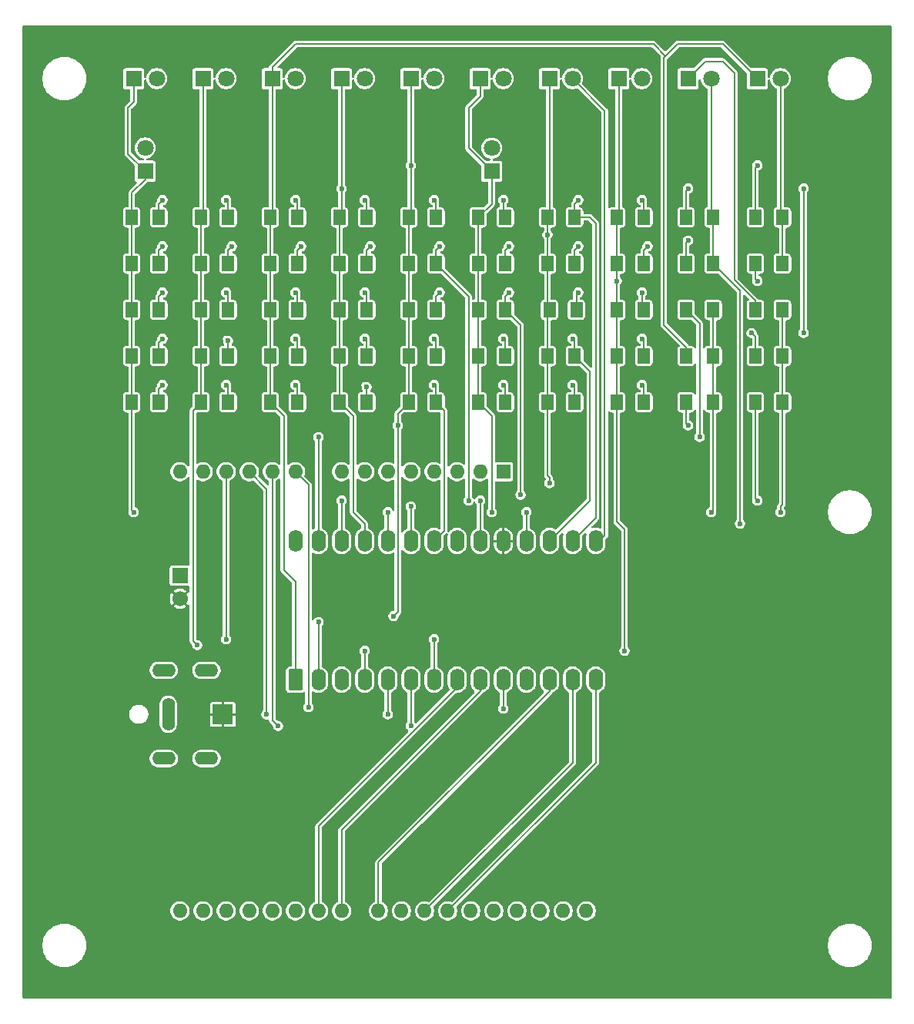
<source format=gbr>
%TF.GenerationSoftware,KiCad,Pcbnew,9.0.7-9.0.7~ubuntu24.04.1*%
%TF.CreationDate,2026-01-22T09:15:27-05:00*%
%TF.ProjectId,LED_proto_sector,4c45445f-7072-46f7-946f-5f736563746f,rev?*%
%TF.SameCoordinates,Original*%
%TF.FileFunction,Copper,L1,Top*%
%TF.FilePolarity,Positive*%
%FSLAX46Y46*%
G04 Gerber Fmt 4.6, Leading zero omitted, Abs format (unit mm)*
G04 Created by KiCad (PCBNEW 9.0.7-9.0.7~ubuntu24.04.1) date 2026-01-22 09:15:27*
%MOMM*%
%LPD*%
G01*
G04 APERTURE LIST*
G04 Aperture macros list*
%AMRoundRect*
0 Rectangle with rounded corners*
0 $1 Rounding radius*
0 $2 $3 $4 $5 $6 $7 $8 $9 X,Y pos of 4 corners*
0 Add a 4 corners polygon primitive as box body*
4,1,4,$2,$3,$4,$5,$6,$7,$8,$9,$2,$3,0*
0 Add four circle primitives for the rounded corners*
1,1,$1+$1,$2,$3*
1,1,$1+$1,$4,$5*
1,1,$1+$1,$6,$7*
1,1,$1+$1,$8,$9*
0 Add four rect primitives between the rounded corners*
20,1,$1+$1,$2,$3,$4,$5,0*
20,1,$1+$1,$4,$5,$6,$7,0*
20,1,$1+$1,$6,$7,$8,$9,0*
20,1,$1+$1,$8,$9,$2,$3,0*%
G04 Aperture macros list end*
%TA.AperFunction,ComponentPad*%
%ADD10R,1.700000X1.700000*%
%TD*%
%TA.AperFunction,ComponentPad*%
%ADD11C,1.700000*%
%TD*%
%TA.AperFunction,ComponentPad*%
%ADD12R,1.600000X1.600000*%
%TD*%
%TA.AperFunction,ComponentPad*%
%ADD13O,1.600000X1.600000*%
%TD*%
%TA.AperFunction,SMDPad,CuDef*%
%ADD14RoundRect,0.250001X-0.462499X-0.624999X0.462499X-0.624999X0.462499X0.624999X-0.462499X0.624999X0*%
%TD*%
%TA.AperFunction,ComponentPad*%
%ADD15R,1.800000X1.800000*%
%TD*%
%TA.AperFunction,ComponentPad*%
%ADD16C,1.800000*%
%TD*%
%TA.AperFunction,ComponentPad*%
%ADD17R,2.250000X2.250000*%
%TD*%
%TA.AperFunction,ComponentPad*%
%ADD18O,1.400000X3.600000*%
%TD*%
%TA.AperFunction,ComponentPad*%
%ADD19O,2.600000X1.400000*%
%TD*%
%TA.AperFunction,ComponentPad*%
%ADD20RoundRect,0.250000X0.550000X-0.950000X0.550000X0.950000X-0.550000X0.950000X-0.550000X-0.950000X0*%
%TD*%
%TA.AperFunction,ComponentPad*%
%ADD21O,1.600000X2.400000*%
%TD*%
%TA.AperFunction,ViaPad*%
%ADD22C,0.600000*%
%TD*%
%TA.AperFunction,Conductor*%
%ADD23C,0.200000*%
%TD*%
G04 APERTURE END LIST*
D10*
%TO.P,JP1,1,A*%
%TO.N,Net-(A1-+5V)*%
X156210000Y-116840000D03*
D11*
%TO.P,JP1,2,B*%
%TO.N,+5V*%
X156210000Y-119380000D03*
%TD*%
D12*
%TO.P,A1,1,NC*%
%TO.N,unconnected-(A1-NC-Pad1)*%
X191770000Y-105410000D03*
D13*
%TO.P,A1,2,IOREF*%
%TO.N,unconnected-(A1-IOREF-Pad2)*%
X189230000Y-105410000D03*
%TO.P,A1,3,~{RESET}*%
%TO.N,unconnected-(A1-~{RESET}-Pad3)*%
X186690000Y-105410000D03*
%TO.P,A1,4,3V3*%
%TO.N,unconnected-(A1-3V3-Pad4)*%
X184150000Y-105410000D03*
%TO.P,A1,5,+5V*%
%TO.N,Net-(A1-+5V)*%
X181610000Y-105410000D03*
%TO.P,A1,6,GND*%
%TO.N,GND*%
X179070000Y-105410000D03*
%TO.P,A1,7,GND*%
X176530000Y-105410000D03*
%TO.P,A1,8,VIN*%
%TO.N,unconnected-(A1-VIN-Pad8)*%
X173990000Y-105410000D03*
%TO.P,A1,9,A0*%
%TO.N,/D4*%
X168910000Y-105410000D03*
%TO.P,A1,10,A1*%
%TO.N,/D5*%
X166370000Y-105410000D03*
%TO.P,A1,11,A2*%
%TO.N,/D6*%
X163830000Y-105410000D03*
%TO.P,A1,12,A3*%
%TO.N,/D7*%
X161290000Y-105410000D03*
%TO.P,A1,13,SDA/A4*%
%TO.N,unconnected-(A1-SDA{slash}A4-Pad13)*%
X158750000Y-105410000D03*
%TO.P,A1,14,SCL/A5*%
%TO.N,unconnected-(A1-SCL{slash}A5-Pad14)*%
X156210000Y-105410000D03*
%TO.P,A1,15,D0/RX*%
%TO.N,unconnected-(A1-D0{slash}RX-Pad15)*%
X156210000Y-153670000D03*
%TO.P,A1,16,D1/TX*%
%TO.N,unconnected-(A1-D1{slash}TX-Pad16)*%
X158750000Y-153670000D03*
%TO.P,A1,17,D2*%
%TO.N,unconnected-(A1-D2-Pad17)*%
X161290000Y-153670000D03*
%TO.P,A1,18,D3*%
%TO.N,unconnected-(A1-D3-Pad18)*%
X163830000Y-153670000D03*
%TO.P,A1,19,D4*%
%TO.N,unconnected-(A1-D4-Pad19)*%
X166370000Y-153670000D03*
%TO.P,A1,20,D5*%
%TO.N,unconnected-(A1-D5-Pad20)*%
X168910000Y-153670000D03*
%TO.P,A1,21,D6*%
%TO.N,/~{WR0}*%
X171450000Y-153670000D03*
%TO.P,A1,22,D7*%
%TO.N,/MODE*%
X173990000Y-153670000D03*
%TO.P,A1,23,D8*%
%TO.N,/D0*%
X178050000Y-153670000D03*
%TO.P,A1,24,D9*%
%TO.N,/D1*%
X180590000Y-153670000D03*
%TO.P,A1,25,D10*%
%TO.N,/D2*%
X183130000Y-153670000D03*
%TO.P,A1,26,D11*%
%TO.N,/D3*%
X185670000Y-153670000D03*
%TO.P,A1,27,D12*%
%TO.N,unconnected-(A1-D12-Pad27)*%
X188210000Y-153670000D03*
%TO.P,A1,28,D13*%
%TO.N,unconnected-(A1-D13-Pad28)*%
X190750000Y-153670000D03*
%TO.P,A1,29,GND*%
%TO.N,GND*%
X193290000Y-153670000D03*
%TO.P,A1,30,AREF*%
%TO.N,unconnected-(A1-AREF-Pad30)*%
X195830000Y-153670000D03*
%TO.P,A1,31,SDA/A4*%
%TO.N,unconnected-(A1-SDA{slash}A4-Pad31)*%
X198370000Y-153670000D03*
%TO.P,A1,32,SCL/A5*%
%TO.N,unconnected-(A1-SCL{slash}A5-Pad32)*%
X200910000Y-153670000D03*
%TD*%
D14*
%TO.P,D25,1,K*%
%TO.N,/Sector1/Se*%
X181392500Y-77470000D03*
%TO.P,D25,2,A*%
%TO.N,/Sector1/LD2*%
X184367500Y-77470000D03*
%TD*%
%TO.P,D35,1,K*%
%TO.N,/Sector1/Se*%
X181392500Y-82550000D03*
%TO.P,D35,2,A*%
%TO.N,/Sector1/LD3*%
X184367500Y-82550000D03*
%TD*%
%TO.P,D63,1,K*%
%TO.N,/Sector1/Sc*%
X166152499Y-97790000D03*
%TO.P,D63,2,A*%
%TO.N,/Sector1/LD6*%
X169127501Y-97790000D03*
%TD*%
%TO.P,D56,1,K*%
%TO.N,/Sector1/Sf*%
X189012500Y-92710000D03*
%TO.P,D56,2,A*%
%TO.N,/Sector1/LD5*%
X191987500Y-92710000D03*
%TD*%
%TO.P,D69,1,K*%
%TO.N,/Sector1/Se*%
X211872500Y-97790000D03*
%TO.P,D69,2,A*%
%TO.N,/Sector1/LD8*%
X214847500Y-97790000D03*
%TD*%
%TO.P,D59,1,K*%
%TO.N,/Sector1/Sc*%
X211872500Y-92710000D03*
%TO.P,D59,2,A*%
%TO.N,/Sector1/LD8*%
X214847500Y-92710000D03*
%TD*%
%TO.P,D21,1,K*%
%TO.N,/Sector1/Sa*%
X150912500Y-77470000D03*
%TO.P,D21,2,A*%
%TO.N,/Sector1/LD2*%
X153887500Y-77470000D03*
%TD*%
%TO.P,D33,1,K*%
%TO.N,/Sector1/Sc*%
X166152499Y-82550000D03*
%TO.P,D33,2,A*%
%TO.N,/Sector1/LD3*%
X169127501Y-82550000D03*
%TD*%
%TO.P,D70,1,K*%
%TO.N,/Sector1/Sf*%
X219492500Y-97790000D03*
%TO.P,D70,2,A*%
%TO.N,/Sector1/LD8*%
X222467500Y-97790000D03*
%TD*%
%TO.P,D61,1,K*%
%TO.N,/Sector1/Sa*%
X150912500Y-97790000D03*
%TO.P,D61,2,A*%
%TO.N,/Sector1/LD6*%
X153887500Y-97790000D03*
%TD*%
D15*
%TO.P,D10,1,K*%
%TO.N,/Sector1/Sc*%
X219710000Y-62230000D03*
D16*
%TO.P,D10,2,A*%
%TO.N,/Sector1/LD7*%
X222250000Y-62230000D03*
%TD*%
D14*
%TO.P,D40,1,K*%
%TO.N,/Sector1/dp*%
X219492500Y-82550000D03*
%TO.P,D40,2,A*%
%TO.N,/Sector1/LD7*%
X222467500Y-82550000D03*
%TD*%
%TO.P,D31,1,K*%
%TO.N,/Sector1/Sa*%
X150912500Y-82550000D03*
%TO.P,D31,2,A*%
%TO.N,/Sector1/LD3*%
X153887500Y-82550000D03*
%TD*%
%TO.P,D58,1,K*%
%TO.N,/Sector1/dp*%
X204252500Y-92710000D03*
%TO.P,D58,2,A*%
%TO.N,/Sector1/LD5*%
X207227500Y-92710000D03*
%TD*%
D15*
%TO.P,D4,1,K*%
%TO.N,/Sector1/Sd*%
X173990000Y-62230000D03*
D16*
%TO.P,D4,2,A*%
%TO.N,/Sector1/LD1*%
X176530000Y-62230000D03*
%TD*%
D14*
%TO.P,D49,1,K*%
%TO.N,/Sector1/Sa*%
X211872500Y-87630000D03*
%TO.P,D49,2,A*%
%TO.N,/Sector1/LD8*%
X214847500Y-87630000D03*
%TD*%
%TO.P,D26,1,K*%
%TO.N,/Sector1/Sf*%
X189012500Y-77470000D03*
%TO.P,D26,2,A*%
%TO.N,/Sector1/LD2*%
X191987500Y-77470000D03*
%TD*%
%TO.P,D68,1,K*%
%TO.N,/Sector1/dp*%
X204252500Y-97790000D03*
%TO.P,D68,2,A*%
%TO.N,/Sector1/LD6*%
X207227500Y-97790000D03*
%TD*%
%TO.P,D51,1,K*%
%TO.N,/Sector1/Sa*%
X150912500Y-92710000D03*
%TO.P,D51,2,A*%
%TO.N,/Sector1/LD5*%
X153887500Y-92710000D03*
%TD*%
%TO.P,D66,1,K*%
%TO.N,/Sector1/Sf*%
X189012500Y-97790000D03*
%TO.P,D66,2,A*%
%TO.N,/Sector1/LD6*%
X191987500Y-97790000D03*
%TD*%
%TO.P,D62,1,K*%
%TO.N,/Sector1/Sb*%
X158532500Y-97790000D03*
%TO.P,D62,2,A*%
%TO.N,/Sector1/LD6*%
X161507500Y-97790000D03*
%TD*%
%TO.P,D38,1,K*%
%TO.N,/Sector1/dp*%
X204252500Y-82550000D03*
%TO.P,D38,2,A*%
%TO.N,/Sector1/LD3*%
X207227500Y-82550000D03*
%TD*%
%TO.P,D36,1,K*%
%TO.N,/Sector1/Sf*%
X189012500Y-82550000D03*
%TO.P,D36,2,A*%
%TO.N,/Sector1/LD3*%
X191987500Y-82550000D03*
%TD*%
D15*
%TO.P,D5,1,K*%
%TO.N,/Sector1/Se*%
X181610000Y-62230000D03*
D16*
%TO.P,D5,2,A*%
%TO.N,/Sector1/LD1*%
X184150000Y-62230000D03*
%TD*%
D14*
%TO.P,D30,1,K*%
%TO.N,/Sector1/Se*%
X219492500Y-77470000D03*
%TO.P,D30,2,A*%
%TO.N,/Sector1/LD7*%
X222467500Y-77470000D03*
%TD*%
%TO.P,D65,1,K*%
%TO.N,/Sector1/Se*%
X181392500Y-97790000D03*
%TO.P,D65,2,A*%
%TO.N,/Sector1/LD6*%
X184367500Y-97790000D03*
%TD*%
%TO.P,D60,1,K*%
%TO.N,/Sector1/Sd*%
X219492500Y-92710000D03*
%TO.P,D60,2,A*%
%TO.N,/Sector1/LD8*%
X222467500Y-92710000D03*
%TD*%
%TO.P,D54,1,K*%
%TO.N,/Sector1/Sd*%
X173772500Y-92710000D03*
%TO.P,D54,2,A*%
%TO.N,/Sector1/LD5*%
X176747500Y-92710000D03*
%TD*%
%TO.P,D46,1,K*%
%TO.N,/Sector1/Sf*%
X189012500Y-87630000D03*
%TO.P,D46,2,A*%
%TO.N,/Sector1/LD4*%
X191987500Y-87630000D03*
%TD*%
D15*
%TO.P,D3,1,K*%
%TO.N,/Sector1/Sc*%
X166370000Y-62230000D03*
D16*
%TO.P,D3,2,A*%
%TO.N,/Sector1/LD1*%
X168910000Y-62230000D03*
%TD*%
D14*
%TO.P,D45,1,K*%
%TO.N,/Sector1/Se*%
X181392500Y-87630000D03*
%TO.P,D45,2,A*%
%TO.N,/Sector1/LD4*%
X184367500Y-87630000D03*
%TD*%
%TO.P,D34,1,K*%
%TO.N,/Sector1/Sd*%
X173772500Y-82550000D03*
%TO.P,D34,2,A*%
%TO.N,/Sector1/LD3*%
X176747500Y-82550000D03*
%TD*%
%TO.P,D41,1,K*%
%TO.N,/Sector1/Sa*%
X150912500Y-87630000D03*
%TO.P,D41,2,A*%
%TO.N,/Sector1/LD4*%
X153887500Y-87630000D03*
%TD*%
%TO.P,D64,1,K*%
%TO.N,/Sector1/Sd*%
X173772500Y-97790000D03*
%TO.P,D64,2,A*%
%TO.N,/Sector1/LD6*%
X176747500Y-97790000D03*
%TD*%
D15*
%TO.P,D2,1,K*%
%TO.N,/Sector1/Sb*%
X158750000Y-62230000D03*
D16*
%TO.P,D2,2,A*%
%TO.N,/Sector1/LD1*%
X161290000Y-62230000D03*
%TD*%
D14*
%TO.P,D47,1,K*%
%TO.N,/Sector1/Sg*%
X196850000Y-87630000D03*
%TO.P,D47,2,A*%
%TO.N,/Sector1/LD4*%
X199825000Y-87630000D03*
%TD*%
%TO.P,D29,1,K*%
%TO.N,/Sector1/Sd*%
X211872500Y-77470000D03*
%TO.P,D29,2,A*%
%TO.N,/Sector1/LD7*%
X214847500Y-77470000D03*
%TD*%
%TO.P,D42,1,K*%
%TO.N,/Sector1/Sb*%
X158532500Y-87630000D03*
%TO.P,D42,2,A*%
%TO.N,/Sector1/LD4*%
X161507500Y-87630000D03*
%TD*%
%TO.P,D27,1,K*%
%TO.N,/Sector1/Sg*%
X196632500Y-77470000D03*
%TO.P,D27,2,A*%
%TO.N,/Sector1/LD2*%
X199607500Y-77470000D03*
%TD*%
%TO.P,D44,1,K*%
%TO.N,/Sector1/Sd*%
X173772500Y-87630000D03*
%TO.P,D44,2,A*%
%TO.N,/Sector1/LD4*%
X176747500Y-87630000D03*
%TD*%
%TO.P,D53,1,K*%
%TO.N,/Sector1/Sc*%
X166152499Y-92710000D03*
%TO.P,D53,2,A*%
%TO.N,/Sector1/LD5*%
X169127501Y-92710000D03*
%TD*%
%TO.P,D32,1,K*%
%TO.N,/Sector1/Sb*%
X158532500Y-82550000D03*
%TO.P,D32,2,A*%
%TO.N,/Sector1/LD3*%
X161507500Y-82550000D03*
%TD*%
%TO.P,D39,1,K*%
%TO.N,/Sector1/Sg*%
X211872500Y-82550000D03*
%TO.P,D39,2,A*%
%TO.N,/Sector1/LD7*%
X214847500Y-82550000D03*
%TD*%
%TO.P,D57,1,K*%
%TO.N,/Sector1/Sg*%
X196632500Y-92710000D03*
%TO.P,D57,2,A*%
%TO.N,/Sector1/LD5*%
X199607500Y-92710000D03*
%TD*%
%TO.P,D28,1,K*%
%TO.N,/Sector1/dp*%
X204252500Y-77470000D03*
%TO.P,D28,2,A*%
%TO.N,/Sector1/LD2*%
X207227500Y-77470000D03*
%TD*%
%TO.P,D48,1,K*%
%TO.N,/Sector1/dp*%
X204252500Y-87630000D03*
%TO.P,D48,2,A*%
%TO.N,/Sector1/LD4*%
X207227500Y-87630000D03*
%TD*%
%TO.P,D22,1,K*%
%TO.N,/Sector1/Sb*%
X158532500Y-77470000D03*
%TO.P,D22,2,A*%
%TO.N,/Sector1/LD2*%
X161507500Y-77470000D03*
%TD*%
%TO.P,D43,1,K*%
%TO.N,/Sector1/Sc*%
X166152499Y-87630000D03*
%TO.P,D43,2,A*%
%TO.N,/Sector1/LD4*%
X169127501Y-87630000D03*
%TD*%
%TO.P,D23,1,K*%
%TO.N,/Sector1/Sc*%
X166152499Y-77470000D03*
%TO.P,D23,2,A*%
%TO.N,/Sector1/LD2*%
X169127501Y-77470000D03*
%TD*%
%TO.P,D67,1,K*%
%TO.N,/Sector1/Sg*%
X196632500Y-97790000D03*
%TO.P,D67,2,A*%
%TO.N,/Sector1/LD6*%
X199607500Y-97790000D03*
%TD*%
D17*
%TO.P,J2,1*%
%TO.N,+5V*%
X160940000Y-132080000D03*
D18*
%TO.P,J2,2*%
%TO.N,GND*%
X154940000Y-132080000D03*
D19*
%TO.P,J2,SH1,SHIELD*%
X154440000Y-127230000D03*
%TO.P,J2,SH2,SHIELD__1*%
X154440000Y-136930000D03*
%TO.P,J2,SH3,SHIELD__2*%
X159140000Y-127230000D03*
%TO.P,J2,SH4,SHIELD__3*%
X159140000Y-136930000D03*
%TD*%
D14*
%TO.P,D55,1,K*%
%TO.N,/Sector1/Se*%
X181392500Y-92710000D03*
%TO.P,D55,2,A*%
%TO.N,/Sector1/LD5*%
X184367500Y-92710000D03*
%TD*%
D15*
%TO.P,D7,1,K*%
%TO.N,/Sector1/Sg*%
X196850000Y-62230000D03*
D16*
%TO.P,D7,2,A*%
%TO.N,/Sector1/LD1*%
X199390000Y-62230000D03*
%TD*%
D15*
%TO.P,D6,1,K*%
%TO.N,/Sector1/Sf*%
X189230000Y-62230000D03*
D16*
%TO.P,D6,2,A*%
%TO.N,/Sector1/LD1*%
X191770000Y-62230000D03*
%TD*%
D14*
%TO.P,D37,1,K*%
%TO.N,/Sector1/Sg*%
X196632500Y-82550000D03*
%TO.P,D37,2,A*%
%TO.N,/Sector1/LD3*%
X199607500Y-82550000D03*
%TD*%
D15*
%TO.P,D9,1,K*%
%TO.N,/Sector1/Sb*%
X212090000Y-62230000D03*
D16*
%TO.P,D9,2,A*%
%TO.N,/Sector1/LD7*%
X214630000Y-62230000D03*
%TD*%
D14*
%TO.P,D50,1,K*%
%TO.N,/Sector1/Sb*%
X219492500Y-87630000D03*
%TO.P,D50,2,A*%
%TO.N,/Sector1/LD8*%
X222467500Y-87630000D03*
%TD*%
D20*
%TO.P,U1,1,c*%
%TO.N,/Sector1/Sc*%
X168910000Y-128270000D03*
D21*
%TO.P,U1,2,e*%
%TO.N,/Sector1/Se*%
X171450000Y-128270000D03*
%TO.P,U1,3,b*%
%TO.N,/Sector1/Sb*%
X173990000Y-128270000D03*
%TO.P,U1,4,dp*%
%TO.N,/Sector1/dp*%
X176530000Y-128270000D03*
%TO.P,U1,5,ID6*%
%TO.N,/D6*%
X179070000Y-128270000D03*
%TO.P,U1,6,ID5*%
%TO.N,/D5*%
X181610000Y-128270000D03*
%TO.P,U1,7,ID7*%
%TO.N,/D7*%
X184150000Y-128270000D03*
%TO.P,U1,8,nWR*%
%TO.N,/~{WR0}*%
X186690000Y-128270000D03*
%TO.P,U1,9,MODE*%
%TO.N,/MODE*%
X189230000Y-128270000D03*
%TO.P,U1,10,ID4*%
%TO.N,/D4*%
X191770000Y-128270000D03*
%TO.P,U1,11,ID1*%
%TO.N,/D1*%
X194310000Y-128270000D03*
%TO.P,U1,12,ID0*%
%TO.N,/D0*%
X196850000Y-128270000D03*
%TO.P,U1,13,ID2*%
%TO.N,/D2*%
X199390000Y-128270000D03*
%TO.P,U1,14,ID3*%
%TO.N,/D3*%
X201930000Y-128270000D03*
%TO.P,U1,15,d1*%
%TO.N,/Sector1/LD1*%
X201930000Y-113030000D03*
%TO.P,U1,16,d2*%
%TO.N,/Sector1/LD2*%
X199390000Y-113030000D03*
%TO.P,U1,17,d5*%
%TO.N,/Sector1/LD5*%
X196850000Y-113030000D03*
%TO.P,U1,18,d8*%
%TO.N,/Sector1/LD8*%
X194310000Y-113030000D03*
%TO.P,U1,19,V+*%
%TO.N,+5V*%
X191770000Y-113030000D03*
%TO.P,U1,20,d4*%
%TO.N,/Sector1/LD4*%
X189230000Y-113030000D03*
%TO.P,U1,21,d7*%
%TO.N,/Sector1/LD7*%
X186690000Y-113030000D03*
%TO.P,U1,22,d6*%
%TO.N,/Sector1/LD6*%
X184150000Y-113030000D03*
%TO.P,U1,23,d3*%
%TO.N,/Sector1/LD3*%
X181610000Y-113030000D03*
%TO.P,U1,24,f*%
%TO.N,/Sector1/Sf*%
X179070000Y-113030000D03*
%TO.P,U1,25,d*%
%TO.N,/Sector1/Sd*%
X176530000Y-113030000D03*
%TO.P,U1,26,g*%
%TO.N,/Sector1/Sg*%
X173990000Y-113030000D03*
%TO.P,U1,27,a*%
%TO.N,/Sector1/Sa*%
X171450000Y-113030000D03*
%TO.P,U1,28,GND*%
%TO.N,GND*%
X168910000Y-113030000D03*
%TD*%
D15*
%TO.P,D8,1,K*%
%TO.N,/Sector1/dp*%
X204470000Y-62230000D03*
D16*
%TO.P,D8,2,A*%
%TO.N,/Sector1/LD1*%
X207010000Y-62230000D03*
%TD*%
D15*
%TO.P,D11,1,K*%
%TO.N,/Sector1/Sa*%
X152400000Y-72390000D03*
D16*
%TO.P,D11,2,A*%
%TO.N,/Sector1/LD7*%
X152400000Y-69850000D03*
%TD*%
D15*
%TO.P,D1,1,K*%
%TO.N,/Sector1/Sa*%
X151130000Y-62230000D03*
D16*
%TO.P,D1,2,A*%
%TO.N,/Sector1/LD1*%
X153670000Y-62230000D03*
%TD*%
%TO.P,D12,2,A*%
%TO.N,/Sector1/LD7*%
X190500001Y-69855000D03*
D15*
%TO.P,D12,1,K*%
%TO.N,/Sector1/Sf*%
X190500001Y-72395000D03*
%TD*%
D14*
%TO.P,D24,1,K*%
%TO.N,/Sector1/Sd*%
X173772500Y-77470000D03*
%TO.P,D24,2,A*%
%TO.N,/Sector1/LD2*%
X176747500Y-77470000D03*
%TD*%
%TO.P,D52,1,K*%
%TO.N,/Sector1/Sb*%
X158532500Y-92710000D03*
%TO.P,D52,2,A*%
%TO.N,/Sector1/LD5*%
X161507500Y-92710000D03*
%TD*%
D22*
%TO.N,/Sector1/Sg*%
X196632500Y-79375000D03*
X212090000Y-80010000D03*
%TO.N,/Sector1/dp*%
X204252500Y-84455000D03*
X219710000Y-84455000D03*
%TO.N,+5V*%
X192405000Y-118745000D03*
%TO.N,/Sector1/Sf*%
X219710000Y-108585000D03*
%TO.N,/Sector1/Sd*%
X219075000Y-90170000D03*
X224790000Y-90170000D03*
X224790000Y-74295000D03*
%TO.N,/Sector1/LD3*%
X181610000Y-109220000D03*
X187960000Y-108585000D03*
%TO.N,/Sector1/Se*%
X180171000Y-100330000D03*
X212090000Y-100330000D03*
X181610000Y-71755000D03*
X219710000Y-71755000D03*
%TO.N,/Sector1/Sa*%
X213360000Y-101600000D03*
X171450000Y-101600000D03*
%TO.N,/Sector1/Sg*%
X196850000Y-106680000D03*
X173990000Y-108585000D03*
%TO.N,/Sector1/LD7*%
X217805000Y-111125000D03*
%TO.N,/Sector1/Sf*%
X190500000Y-109855000D03*
X179070000Y-109855000D03*
%TO.N,/Sector1/dp*%
X205105000Y-125095000D03*
%TO.N,/D7*%
X184150000Y-123825000D03*
%TO.N,/Sector1/dp*%
X176530000Y-125095000D03*
%TO.N,/Sector1/LD4*%
X189230000Y-108585000D03*
X193675000Y-107950000D03*
%TO.N,/Sector1/LD8*%
X214630000Y-109855000D03*
X222250000Y-109855000D03*
X194310000Y-109855000D03*
%TO.N,/Sector1/Se*%
X171450000Y-121920000D03*
X179705000Y-121285000D03*
%TO.N,/D4*%
X191770000Y-131445000D03*
%TO.N,/D5*%
X181610000Y-133350000D03*
%TO.N,/D6*%
X179070000Y-132080000D03*
%TO.N,/D4*%
X170349000Y-131276000D03*
%TO.N,/D5*%
X167005000Y-133350000D03*
%TO.N,/D6*%
X165735000Y-132080000D03*
%TO.N,/D7*%
X161290000Y-123825000D03*
%TO.N,/Sector1/Sb*%
X158115000Y-124460000D03*
%TO.N,/Sector1/Sa*%
X151130000Y-109855000D03*
%TO.N,/Sector1/Sd*%
X212090000Y-74295000D03*
X173990000Y-74295000D03*
%TO.N,/Sector1/LD6*%
X161290000Y-95885000D03*
X168910000Y-95885000D03*
X176747500Y-96102500D03*
X184150000Y-95885000D03*
X191770000Y-95885000D03*
X199390000Y-95885000D03*
X207010000Y-95885000D03*
X154305000Y-95885000D03*
%TO.N,/Sector1/LD5*%
X161507500Y-91022500D03*
X168910000Y-90805000D03*
X176530000Y-90805000D03*
X184150000Y-90805000D03*
X191770000Y-90805000D03*
X199390000Y-90805000D03*
X207010000Y-90805000D03*
X154305000Y-90805000D03*
%TO.N,/Sector1/LD4*%
X161290000Y-85725000D03*
X168910000Y-85725000D03*
X176530000Y-85725000D03*
X184785000Y-85725000D03*
X192405000Y-85725000D03*
X200025000Y-85725000D03*
X207010000Y-85725000D03*
X154305000Y-85725000D03*
%TO.N,/Sector1/LD2*%
X200025000Y-75565000D03*
X207010000Y-75565000D03*
%TO.N,/Sector1/LD3*%
X161925000Y-80645000D03*
X169545000Y-80645000D03*
X177165000Y-80645000D03*
X184785000Y-80645000D03*
X192405000Y-80645000D03*
X200025000Y-80645000D03*
X207645000Y-80645000D03*
X154305000Y-80645000D03*
%TO.N,/Sector1/LD2*%
X161290000Y-75565000D03*
X168910000Y-75565000D03*
X176530000Y-75565000D03*
X184150000Y-75565000D03*
X191770000Y-75565000D03*
X154305000Y-75565000D03*
%TD*%
D23*
%TO.N,/Sector1/Sg*%
X196632500Y-79375000D02*
X196632500Y-97790000D01*
X211872500Y-82550000D02*
X211872500Y-80227500D01*
X211872500Y-80227500D02*
X212090000Y-80010000D01*
%TO.N,/Sector1/LD3*%
X187960000Y-86142500D02*
X187960000Y-108585000D01*
X184367500Y-82550000D02*
X187960000Y-86142500D01*
X181610000Y-113030000D02*
X181610000Y-109220000D01*
%TO.N,/Sector1/dp*%
X204252500Y-77470000D02*
X204252500Y-84455000D01*
X219492500Y-82550000D02*
X219492500Y-84237500D01*
X219492500Y-84237500D02*
X219710000Y-84455000D01*
%TO.N,/Sector1/Sf*%
X219492500Y-97790000D02*
X219492500Y-108367500D01*
X219492500Y-108367500D02*
X219710000Y-108585000D01*
%TO.N,/Sector1/Sd*%
X219075000Y-90170000D02*
X219492500Y-90587500D01*
X219492500Y-90587500D02*
X219492500Y-92710000D01*
X224790000Y-74295000D02*
X224790000Y-90170000D01*
%TO.N,/Sector1/Se*%
X211872500Y-97790000D02*
X211872500Y-100112500D01*
X211872500Y-100112500D02*
X212090000Y-100330000D01*
X219492500Y-77470000D02*
X219492500Y-71972500D01*
X219492500Y-71972500D02*
X219710000Y-71755000D01*
%TO.N,/D3*%
X201930000Y-128270000D02*
X201930000Y-137410000D01*
X201930000Y-137410000D02*
X185670000Y-153670000D01*
%TO.N,/D2*%
X199390000Y-128270000D02*
X199390000Y-137410000D01*
X199390000Y-137410000D02*
X183130000Y-153670000D01*
%TO.N,/D0*%
X196850000Y-128270000D02*
X196850000Y-129540000D01*
X196850000Y-129540000D02*
X178050000Y-148340000D01*
X178050000Y-148340000D02*
X178050000Y-153670000D01*
%TO.N,/MODE*%
X189230000Y-128270000D02*
X189230000Y-129540000D01*
X189230000Y-129540000D02*
X173990000Y-144780000D01*
X173990000Y-144780000D02*
X173990000Y-153670000D01*
%TO.N,/~{WR0}*%
X186690000Y-128270000D02*
X186690000Y-129119943D01*
X171450000Y-144359943D02*
X171450000Y-153670000D01*
X186690000Y-129119943D02*
X171450000Y-144359943D01*
%TO.N,/Sector1/Sc*%
X168910000Y-128270000D02*
X168910000Y-117475000D01*
X168910000Y-117475000D02*
X167640000Y-116205000D01*
X167640000Y-116205000D02*
X167640000Y-99277501D01*
X167640000Y-99277501D02*
X166152499Y-97790000D01*
%TO.N,/Sector1/Sa*%
X213360000Y-101600000D02*
X213360000Y-89117500D01*
X213360000Y-89117500D02*
X211872500Y-87630000D01*
X171450000Y-113030000D02*
X171450000Y-101600000D01*
%TO.N,/Sector1/Sg*%
X196850000Y-106680000D02*
X196850000Y-106045000D01*
X196850000Y-106045000D02*
X196632500Y-105827500D01*
X196632500Y-105827500D02*
X196632500Y-97790000D01*
X173990000Y-113030000D02*
X173990000Y-108585000D01*
%TO.N,/Sector1/Sb*%
X215900000Y-60325000D02*
X213995000Y-60325000D01*
X217170000Y-61595000D02*
X215900000Y-60325000D01*
%TO.N,/Sector1/LD7*%
X217805000Y-85507500D02*
X214847500Y-82550000D01*
%TO.N,/Sector1/Sb*%
X217170000Y-84306814D02*
X217170000Y-61595000D01*
X219492500Y-87630000D02*
X219492500Y-86629314D01*
X213995000Y-60325000D02*
X212090000Y-62230000D01*
%TO.N,/Sector1/LD7*%
X217805000Y-111125000D02*
X217805000Y-85507500D01*
%TO.N,/Sector1/Sb*%
X219492500Y-86629314D02*
X217170000Y-84306814D01*
%TO.N,/Sector1/Sf*%
X190500000Y-109855000D02*
X190500000Y-99277500D01*
X190500000Y-99277500D02*
X189012500Y-97790000D01*
X179070000Y-113030000D02*
X179070000Y-109855000D01*
%TO.N,/Sector1/dp*%
X205105000Y-125095000D02*
X205105000Y-111760000D01*
X204252500Y-110907500D02*
X204252500Y-97790000D01*
X205105000Y-111760000D02*
X204252500Y-110907500D01*
%TO.N,/D7*%
X184150000Y-128270000D02*
X184150000Y-123825000D01*
%TO.N,/Sector1/dp*%
X176530000Y-128270000D02*
X176530000Y-125095000D01*
%TO.N,/Sector1/LD5*%
X196850000Y-113030000D02*
X201295000Y-108585000D01*
X201295000Y-108585000D02*
X201295000Y-94397500D01*
X201295000Y-94397500D02*
X199607500Y-92710000D01*
%TO.N,/Sector1/LD1*%
X202330000Y-113030000D02*
X201930000Y-113030000D01*
X202930000Y-112430000D02*
X202330000Y-113030000D01*
X202930000Y-65770000D02*
X202930000Y-112430000D01*
%TO.N,/Sector1/LD2*%
X199390000Y-113030000D02*
X201930000Y-110490000D01*
%TO.N,/Sector1/LD1*%
X199390000Y-62230000D02*
X202930000Y-65770000D01*
%TO.N,/Sector1/LD2*%
X201930000Y-110490000D02*
X201930000Y-78105000D01*
X201930000Y-78105000D02*
X201295000Y-77470000D01*
X201295000Y-77470000D02*
X199607500Y-77470000D01*
%TO.N,/Sector1/LD4*%
X189230000Y-108585000D02*
X189230000Y-113030000D01*
X191987500Y-87630000D02*
X193675000Y-89317500D01*
X193675000Y-89317500D02*
X193675000Y-107950000D01*
%TO.N,/Sector1/LD6*%
X184367500Y-97790000D02*
X185251000Y-98673500D01*
X185251000Y-98673500D02*
X185251000Y-111929000D01*
X185251000Y-111929000D02*
X184150000Y-113030000D01*
%TO.N,/Sector1/LD8*%
X214847500Y-97790000D02*
X214847500Y-109637500D01*
X214847500Y-109637500D02*
X214630000Y-109855000D01*
X222250000Y-109855000D02*
X222250000Y-109220000D01*
X222467500Y-109002500D02*
X222467500Y-97790000D01*
X222250000Y-109220000D02*
X222467500Y-109002500D01*
X194310000Y-113030000D02*
X194310000Y-109855000D01*
%TO.N,/Sector1/Se*%
X171450000Y-121920000D02*
X171450000Y-128270000D01*
X181392500Y-97790000D02*
X180171000Y-99011500D01*
X180171000Y-99011500D02*
X180171000Y-120819000D01*
X180171000Y-120819000D02*
X179705000Y-121285000D01*
%TO.N,/Sector1/Sd*%
X173772500Y-97790000D02*
X175260000Y-99277500D01*
X175260000Y-99277500D02*
X175260000Y-109855000D01*
X175260000Y-109855000D02*
X176530000Y-111125000D01*
X176530000Y-111125000D02*
X176530000Y-113030000D01*
%TO.N,/D4*%
X191770000Y-131445000D02*
X191770000Y-128270000D01*
%TO.N,/D5*%
X181610000Y-128270000D02*
X181610000Y-133350000D01*
%TO.N,/D6*%
X179070000Y-128270000D02*
X179070000Y-132080000D01*
%TO.N,/D4*%
X168910000Y-105410000D02*
X170349000Y-106849000D01*
X170349000Y-106849000D02*
X170349000Y-131276000D01*
X170349000Y-131276000D02*
X170180000Y-131445000D01*
%TO.N,/D5*%
X166370000Y-105410000D02*
X166370000Y-132715000D01*
X166370000Y-132715000D02*
X167005000Y-133350000D01*
%TO.N,/D6*%
X163830000Y-105410000D02*
X165735000Y-107315000D01*
X165735000Y-107315000D02*
X165735000Y-132080000D01*
%TO.N,/D7*%
X161290000Y-105410000D02*
X161290000Y-123825000D01*
%TO.N,/Sector1/Sb*%
X158532500Y-97790000D02*
X157649000Y-98673500D01*
X157649000Y-98673500D02*
X157649000Y-123994000D01*
X157649000Y-123994000D02*
X158115000Y-124460000D01*
%TO.N,/Sector1/Sa*%
X150912500Y-97790000D02*
X150912500Y-109637500D01*
X150912500Y-109637500D02*
X151130000Y-109855000D01*
%TO.N,/Sector1/Sd*%
X211872500Y-77470000D02*
X211872500Y-74512500D01*
X211872500Y-74512500D02*
X212090000Y-74295000D01*
X173990000Y-62230000D02*
X173990000Y-74295000D01*
X173990000Y-74295000D02*
X173990000Y-77252500D01*
%TO.N,/Sector1/LD6*%
X161507500Y-97790000D02*
X161507500Y-96102500D01*
X161507500Y-96102500D02*
X161290000Y-95885000D01*
X169127501Y-97790000D02*
X169127501Y-96102501D01*
X169127501Y-96102501D02*
X168910000Y-95885000D01*
X176747500Y-97790000D02*
X176747500Y-96102500D01*
X176530000Y-95885000D02*
X176747500Y-96102500D01*
X184367500Y-97790000D02*
X184367500Y-96102500D01*
X184367500Y-96102500D02*
X184150000Y-95885000D01*
X191987500Y-97790000D02*
X191987500Y-96102500D01*
X191987500Y-96102500D02*
X191770000Y-95885000D01*
X199607500Y-97790000D02*
X199607500Y-96102500D01*
X199607500Y-96102500D02*
X199390000Y-95885000D01*
X207227500Y-97790000D02*
X207227500Y-96102500D01*
X207227500Y-96102500D02*
X207010000Y-95885000D01*
X153887500Y-97790000D02*
X153887500Y-96302500D01*
X153887500Y-96302500D02*
X154305000Y-95885000D01*
%TO.N,/Sector1/LD5*%
X161507500Y-92710000D02*
X161507500Y-91022500D01*
X161507500Y-91022500D02*
X161290000Y-90805000D01*
X169127501Y-92710000D02*
X169127501Y-91022501D01*
X169127501Y-91022501D02*
X168910000Y-90805000D01*
X176747500Y-92710000D02*
X176747500Y-91022500D01*
X176747500Y-91022500D02*
X176530000Y-90805000D01*
X184367500Y-92710000D02*
X184367500Y-91022500D01*
X184367500Y-91022500D02*
X184150000Y-90805000D01*
X191987500Y-92710000D02*
X191987500Y-91022500D01*
X191987500Y-91022500D02*
X191770000Y-90805000D01*
X199607500Y-92710000D02*
X199607500Y-91022500D01*
X199607500Y-91022500D02*
X199390000Y-90805000D01*
X207227500Y-92710000D02*
X207227500Y-91022500D01*
X207227500Y-91022500D02*
X207010000Y-90805000D01*
X153887500Y-92710000D02*
X153887500Y-91222500D01*
X153887500Y-91222500D02*
X154305000Y-90805000D01*
%TO.N,/Sector1/LD4*%
X161507500Y-87630000D02*
X161507500Y-85942500D01*
X161507500Y-85942500D02*
X161290000Y-85725000D01*
X169127501Y-87630000D02*
X169127501Y-85942501D01*
X169127501Y-85942501D02*
X168910000Y-85725000D01*
X176747500Y-87630000D02*
X176747500Y-85942500D01*
X176747500Y-85942500D02*
X176530000Y-85725000D01*
X184367500Y-87630000D02*
X184367500Y-86142500D01*
X184367500Y-86142500D02*
X184785000Y-85725000D01*
X191987500Y-87630000D02*
X191987500Y-86142500D01*
X191987500Y-86142500D02*
X192405000Y-85725000D01*
X199825000Y-87630000D02*
X199825000Y-85925000D01*
X199825000Y-85925000D02*
X200025000Y-85725000D01*
X207010000Y-85725000D02*
X207010000Y-87412500D01*
X207010000Y-87412500D02*
X207227500Y-87630000D01*
X153887500Y-87630000D02*
X153887500Y-86142500D01*
X153887500Y-86142500D02*
X154305000Y-85725000D01*
%TO.N,/Sector1/LD2*%
X199607500Y-77470000D02*
X199607500Y-75982500D01*
X199607500Y-75982500D02*
X200025000Y-75565000D01*
X207227500Y-77470000D02*
X207227500Y-75782500D01*
X207227500Y-75782500D02*
X207010000Y-75565000D01*
%TO.N,/Sector1/LD3*%
X161507500Y-82550000D02*
X161507500Y-81062500D01*
X161507500Y-81062500D02*
X161925000Y-80645000D01*
X169127501Y-82550000D02*
X169127501Y-81062499D01*
X169127501Y-81062499D02*
X169545000Y-80645000D01*
X176747500Y-82550000D02*
X176747500Y-81062500D01*
X176747500Y-81062500D02*
X177165000Y-80645000D01*
X184367500Y-82550000D02*
X184367500Y-81062500D01*
X184367500Y-81062500D02*
X184785000Y-80645000D01*
X191987500Y-82550000D02*
X191987500Y-81062500D01*
X191987500Y-81062500D02*
X192405000Y-80645000D01*
X199607500Y-82550000D02*
X199607500Y-81062500D01*
X199607500Y-81062500D02*
X200025000Y-80645000D01*
X207227500Y-82550000D02*
X207227500Y-81062500D01*
X207227500Y-81062500D02*
X207645000Y-80645000D01*
X153887500Y-82550000D02*
X153887500Y-81062500D01*
X153887500Y-81062500D02*
X154305000Y-80645000D01*
%TO.N,/Sector1/LD2*%
X161507500Y-77470000D02*
X161507500Y-75782500D01*
X161507500Y-75782500D02*
X161290000Y-75565000D01*
X169127501Y-77470000D02*
X169127501Y-75782501D01*
X169127501Y-75782501D02*
X168910000Y-75565000D01*
X176747500Y-77470000D02*
X176747500Y-75782500D01*
X176747500Y-75782500D02*
X176530000Y-75565000D01*
X184367500Y-77470000D02*
X184367500Y-75782500D01*
X184367500Y-75782500D02*
X184150000Y-75565000D01*
X191770000Y-75565000D02*
X191770000Y-77252500D01*
X191770000Y-77252500D02*
X191987500Y-77470000D01*
X153887500Y-77470000D02*
X153887500Y-75982500D01*
X153887500Y-75982500D02*
X154305000Y-75565000D01*
%TO.N,/Sector1/LD8*%
X222467500Y-87630000D02*
X222467500Y-97790000D01*
X214847500Y-87630000D02*
X214847500Y-97790000D01*
%TO.N,/Sector1/Sf*%
X189012500Y-77470000D02*
X189012500Y-97790000D01*
X190500001Y-72395000D02*
X190500001Y-75982499D01*
X190500001Y-75982499D02*
X189012500Y-77470000D01*
%TO.N,/Sector1/Sc*%
X166370000Y-62230000D02*
X166370000Y-60960000D01*
X166370000Y-60960000D02*
X168910000Y-58420000D01*
X168910000Y-58420000D02*
X208280000Y-58420000D01*
X210947000Y-58420000D02*
X209613500Y-59753500D01*
X208280000Y-58420000D02*
X209613500Y-59753500D01*
%TO.N,/Sector1/Sa*%
X151130000Y-62230000D02*
X151130000Y-64770000D01*
X151130000Y-64770000D02*
X150495000Y-65405000D01*
X150495000Y-65405000D02*
X150495000Y-70485000D01*
X150495000Y-70485000D02*
X152400000Y-72390000D01*
%TO.N,/Sector1/Sf*%
X189230000Y-62230000D02*
X189230000Y-64135000D01*
X189230000Y-64135000D02*
X187960000Y-65405000D01*
X187960000Y-65405000D02*
X187960000Y-69854999D01*
X187960000Y-69854999D02*
X190500001Y-72395000D01*
%TO.N,/Sector1/LD7*%
X222250000Y-62230000D02*
X222250000Y-77252500D01*
X222250000Y-77252500D02*
X222467500Y-77470000D01*
X214630000Y-62230000D02*
X214630000Y-77252500D01*
X214630000Y-77252500D02*
X214847500Y-77470000D01*
X214847500Y-77470000D02*
X214847500Y-82550000D01*
X222467500Y-77470000D02*
X222467500Y-82550000D01*
%TO.N,/Sector1/Sc*%
X219710000Y-62230000D02*
X215900000Y-58420000D01*
X215900000Y-58420000D02*
X210947000Y-58420000D01*
X209613500Y-59753500D02*
X209423000Y-59944000D01*
X209423000Y-59944000D02*
X209423000Y-89281000D01*
X209423000Y-89281000D02*
X211872500Y-91730500D01*
X211872500Y-91730500D02*
X211872500Y-92710000D01*
%TO.N,/Sector1/dp*%
X204470000Y-62230000D02*
X204470000Y-77252500D01*
X204470000Y-77252500D02*
X204252500Y-77470000D01*
%TO.N,/Sector1/Sg*%
X196850000Y-62230000D02*
X196850000Y-77252500D01*
X196850000Y-77252500D02*
X196632500Y-77470000D01*
%TO.N,/Sector1/Se*%
X181610000Y-62230000D02*
X181610000Y-77252500D01*
X181610000Y-77252500D02*
X181392500Y-77470000D01*
%TO.N,/Sector1/Sc*%
X166370000Y-62230000D02*
X166370000Y-77252499D01*
X166370000Y-77252499D02*
X166152499Y-77470000D01*
%TO.N,/Sector1/Sb*%
X158750000Y-62230000D02*
X158750000Y-77252500D01*
X158750000Y-77252500D02*
X158532500Y-77470000D01*
%TO.N,/Sector1/dp*%
X204252500Y-84455000D02*
X204252500Y-97790000D01*
%TO.N,/Sector1/Sg*%
X196632500Y-77470000D02*
X196632500Y-79375000D01*
%TO.N,/Sector1/Se*%
X181392500Y-77470000D02*
X181392500Y-97790000D01*
%TO.N,/Sector1/Sd*%
X173772500Y-77470000D02*
X173772500Y-97790000D01*
%TO.N,/Sector1/Sc*%
X166152499Y-77470000D02*
X166152499Y-97790000D01*
%TO.N,/Sector1/Sb*%
X158532500Y-77470000D02*
X158532500Y-97790000D01*
%TO.N,/Sector1/Sa*%
X150912500Y-87630000D02*
X150912500Y-97790000D01*
X150912500Y-87630000D02*
X150912500Y-92710000D01*
X150912500Y-82550000D02*
X150912500Y-87630000D01*
X150912500Y-77470000D02*
X150912500Y-82550000D01*
X152400000Y-72390000D02*
X152400000Y-73279000D01*
X152400000Y-73279000D02*
X150912500Y-74766500D01*
X150912500Y-74766500D02*
X150912500Y-77470000D01*
%TO.N,/Sector1/Sd*%
X173990000Y-77252500D02*
X173772500Y-77470000D01*
%TD*%
%TA.AperFunction,Conductor*%
%TO.N,+5V*%
G36*
X234392539Y-56400185D02*
G01*
X234438294Y-56452989D01*
X234449500Y-56504500D01*
X234449500Y-163205500D01*
X234429815Y-163272539D01*
X234377011Y-163318294D01*
X234325500Y-163329500D01*
X139054500Y-163329500D01*
X138987461Y-163309815D01*
X138941706Y-163257011D01*
X138930500Y-163205500D01*
X138930500Y-157345186D01*
X141109500Y-157345186D01*
X141109500Y-157614813D01*
X141139686Y-157882719D01*
X141139688Y-157882731D01*
X141199684Y-158145594D01*
X141199687Y-158145602D01*
X141288734Y-158400082D01*
X141405714Y-158642994D01*
X141405716Y-158642997D01*
X141549162Y-158871289D01*
X141717266Y-159082085D01*
X141907915Y-159272734D01*
X142118711Y-159440838D01*
X142347003Y-159584284D01*
X142589921Y-159701267D01*
X142781049Y-159768145D01*
X142844397Y-159790312D01*
X142844405Y-159790315D01*
X142844408Y-159790315D01*
X142844409Y-159790316D01*
X143107268Y-159850312D01*
X143375187Y-159880499D01*
X143375188Y-159880500D01*
X143375191Y-159880500D01*
X143644812Y-159880500D01*
X143644812Y-159880499D01*
X143912732Y-159850312D01*
X144175591Y-159790316D01*
X144430079Y-159701267D01*
X144672997Y-159584284D01*
X144901289Y-159440838D01*
X145112085Y-159272734D01*
X145302734Y-159082085D01*
X145470838Y-158871289D01*
X145614284Y-158642997D01*
X145731267Y-158400079D01*
X145820316Y-158145591D01*
X145880312Y-157882732D01*
X145910500Y-157614809D01*
X145910500Y-157345191D01*
X145910499Y-157345186D01*
X227469500Y-157345186D01*
X227469500Y-157614813D01*
X227499686Y-157882719D01*
X227499688Y-157882731D01*
X227559684Y-158145594D01*
X227559687Y-158145602D01*
X227648734Y-158400082D01*
X227765714Y-158642994D01*
X227765716Y-158642997D01*
X227909162Y-158871289D01*
X228077266Y-159082085D01*
X228267915Y-159272734D01*
X228478711Y-159440838D01*
X228707003Y-159584284D01*
X228949921Y-159701267D01*
X229141049Y-159768145D01*
X229204397Y-159790312D01*
X229204405Y-159790315D01*
X229204408Y-159790315D01*
X229204409Y-159790316D01*
X229467268Y-159850312D01*
X229735187Y-159880499D01*
X229735188Y-159880500D01*
X229735191Y-159880500D01*
X230004812Y-159880500D01*
X230004812Y-159880499D01*
X230272732Y-159850312D01*
X230535591Y-159790316D01*
X230790079Y-159701267D01*
X231032997Y-159584284D01*
X231261289Y-159440838D01*
X231472085Y-159272734D01*
X231662734Y-159082085D01*
X231830838Y-158871289D01*
X231974284Y-158642997D01*
X232091267Y-158400079D01*
X232180316Y-158145591D01*
X232240312Y-157882732D01*
X232270500Y-157614809D01*
X232270500Y-157345191D01*
X232240312Y-157077268D01*
X232180316Y-156814409D01*
X232091267Y-156559921D01*
X231974284Y-156317003D01*
X231830838Y-156088711D01*
X231662734Y-155877915D01*
X231472085Y-155687266D01*
X231261289Y-155519162D01*
X231032997Y-155375716D01*
X231032994Y-155375714D01*
X230790082Y-155258734D01*
X230535602Y-155169687D01*
X230535594Y-155169684D01*
X230338446Y-155124687D01*
X230272732Y-155109688D01*
X230272728Y-155109687D01*
X230272719Y-155109686D01*
X230004813Y-155079500D01*
X230004809Y-155079500D01*
X229735191Y-155079500D01*
X229735186Y-155079500D01*
X229467280Y-155109686D01*
X229467268Y-155109688D01*
X229204405Y-155169684D01*
X229204397Y-155169687D01*
X228949917Y-155258734D01*
X228707005Y-155375714D01*
X228478712Y-155519161D01*
X228267915Y-155687265D01*
X228077265Y-155877915D01*
X227909161Y-156088712D01*
X227765714Y-156317005D01*
X227648734Y-156559917D01*
X227559687Y-156814397D01*
X227559684Y-156814405D01*
X227499688Y-157077268D01*
X227499686Y-157077280D01*
X227469500Y-157345186D01*
X145910499Y-157345186D01*
X145880312Y-157077268D01*
X145820316Y-156814409D01*
X145731267Y-156559921D01*
X145614284Y-156317003D01*
X145470838Y-156088711D01*
X145302734Y-155877915D01*
X145112085Y-155687266D01*
X144901289Y-155519162D01*
X144672997Y-155375716D01*
X144672994Y-155375714D01*
X144430082Y-155258734D01*
X144175602Y-155169687D01*
X144175594Y-155169684D01*
X143978446Y-155124687D01*
X143912732Y-155109688D01*
X143912728Y-155109687D01*
X143912719Y-155109686D01*
X143644813Y-155079500D01*
X143644809Y-155079500D01*
X143375191Y-155079500D01*
X143375186Y-155079500D01*
X143107280Y-155109686D01*
X143107268Y-155109688D01*
X142844405Y-155169684D01*
X142844397Y-155169687D01*
X142589917Y-155258734D01*
X142347005Y-155375714D01*
X142118712Y-155519161D01*
X141907915Y-155687265D01*
X141717265Y-155877915D01*
X141549161Y-156088712D01*
X141405714Y-156317005D01*
X141288734Y-156559917D01*
X141199687Y-156814397D01*
X141199684Y-156814405D01*
X141139688Y-157077268D01*
X141139686Y-157077280D01*
X141109500Y-157345186D01*
X138930500Y-157345186D01*
X138930500Y-153566136D01*
X155155500Y-153566136D01*
X155155500Y-153773863D01*
X155196022Y-153977578D01*
X155196025Y-153977590D01*
X155275511Y-154169488D01*
X155275512Y-154169490D01*
X155390916Y-154342203D01*
X155390919Y-154342207D01*
X155537792Y-154489080D01*
X155537796Y-154489083D01*
X155710507Y-154604486D01*
X155710508Y-154604486D01*
X155710509Y-154604487D01*
X155710511Y-154604488D01*
X155902409Y-154683974D01*
X155902414Y-154683976D01*
X156106136Y-154724499D01*
X156106139Y-154724500D01*
X156106141Y-154724500D01*
X156313861Y-154724500D01*
X156313862Y-154724499D01*
X156517586Y-154683976D01*
X156709493Y-154604486D01*
X156882204Y-154489083D01*
X157029083Y-154342204D01*
X157144486Y-154169493D01*
X157223976Y-153977586D01*
X157264500Y-153773859D01*
X157264500Y-153566141D01*
X157264500Y-153566138D01*
X157264499Y-153566136D01*
X157695500Y-153566136D01*
X157695500Y-153773863D01*
X157736022Y-153977578D01*
X157736025Y-153977590D01*
X157815511Y-154169488D01*
X157815512Y-154169490D01*
X157930916Y-154342203D01*
X157930919Y-154342207D01*
X158077792Y-154489080D01*
X158077796Y-154489083D01*
X158250507Y-154604486D01*
X158250508Y-154604486D01*
X158250509Y-154604487D01*
X158250511Y-154604488D01*
X158442409Y-154683974D01*
X158442414Y-154683976D01*
X158646136Y-154724499D01*
X158646139Y-154724500D01*
X158646141Y-154724500D01*
X158853861Y-154724500D01*
X158853862Y-154724499D01*
X159057586Y-154683976D01*
X159249493Y-154604486D01*
X159422204Y-154489083D01*
X159569083Y-154342204D01*
X159684486Y-154169493D01*
X159763976Y-153977586D01*
X159804500Y-153773859D01*
X159804500Y-153566141D01*
X159804500Y-153566138D01*
X159804499Y-153566136D01*
X160235500Y-153566136D01*
X160235500Y-153773863D01*
X160276022Y-153977578D01*
X160276025Y-153977590D01*
X160355511Y-154169488D01*
X160355512Y-154169490D01*
X160470916Y-154342203D01*
X160470919Y-154342207D01*
X160617792Y-154489080D01*
X160617796Y-154489083D01*
X160790507Y-154604486D01*
X160790508Y-154604486D01*
X160790509Y-154604487D01*
X160790511Y-154604488D01*
X160982409Y-154683974D01*
X160982414Y-154683976D01*
X161186136Y-154724499D01*
X161186139Y-154724500D01*
X161186141Y-154724500D01*
X161393861Y-154724500D01*
X161393862Y-154724499D01*
X161597586Y-154683976D01*
X161789493Y-154604486D01*
X161962204Y-154489083D01*
X162109083Y-154342204D01*
X162224486Y-154169493D01*
X162303976Y-153977586D01*
X162344500Y-153773859D01*
X162344500Y-153566141D01*
X162344500Y-153566138D01*
X162344499Y-153566136D01*
X162775500Y-153566136D01*
X162775500Y-153773863D01*
X162816022Y-153977578D01*
X162816025Y-153977590D01*
X162895511Y-154169488D01*
X162895512Y-154169490D01*
X163010916Y-154342203D01*
X163010919Y-154342207D01*
X163157792Y-154489080D01*
X163157796Y-154489083D01*
X163330507Y-154604486D01*
X163330508Y-154604486D01*
X163330509Y-154604487D01*
X163330511Y-154604488D01*
X163522409Y-154683974D01*
X163522414Y-154683976D01*
X163726136Y-154724499D01*
X163726139Y-154724500D01*
X163726141Y-154724500D01*
X163933861Y-154724500D01*
X163933862Y-154724499D01*
X164137586Y-154683976D01*
X164329493Y-154604486D01*
X164502204Y-154489083D01*
X164649083Y-154342204D01*
X164764486Y-154169493D01*
X164843976Y-153977586D01*
X164884500Y-153773859D01*
X164884500Y-153566141D01*
X164884500Y-153566138D01*
X164884499Y-153566136D01*
X165315500Y-153566136D01*
X165315500Y-153773863D01*
X165356022Y-153977578D01*
X165356025Y-153977590D01*
X165435511Y-154169488D01*
X165435512Y-154169490D01*
X165550916Y-154342203D01*
X165550919Y-154342207D01*
X165697792Y-154489080D01*
X165697796Y-154489083D01*
X165870507Y-154604486D01*
X165870508Y-154604486D01*
X165870509Y-154604487D01*
X165870511Y-154604488D01*
X166062409Y-154683974D01*
X166062414Y-154683976D01*
X166266136Y-154724499D01*
X166266139Y-154724500D01*
X166266141Y-154724500D01*
X166473861Y-154724500D01*
X166473862Y-154724499D01*
X166677586Y-154683976D01*
X166869493Y-154604486D01*
X167042204Y-154489083D01*
X167189083Y-154342204D01*
X167304486Y-154169493D01*
X167383976Y-153977586D01*
X167424500Y-153773859D01*
X167424500Y-153566141D01*
X167424500Y-153566138D01*
X167424499Y-153566136D01*
X167855500Y-153566136D01*
X167855500Y-153773863D01*
X167896022Y-153977578D01*
X167896025Y-153977590D01*
X167975511Y-154169488D01*
X167975512Y-154169490D01*
X168090916Y-154342203D01*
X168090919Y-154342207D01*
X168237792Y-154489080D01*
X168237796Y-154489083D01*
X168410507Y-154604486D01*
X168410508Y-154604486D01*
X168410509Y-154604487D01*
X168410511Y-154604488D01*
X168602409Y-154683974D01*
X168602414Y-154683976D01*
X168806136Y-154724499D01*
X168806139Y-154724500D01*
X168806141Y-154724500D01*
X169013861Y-154724500D01*
X169013862Y-154724499D01*
X169217586Y-154683976D01*
X169409493Y-154604486D01*
X169582204Y-154489083D01*
X169729083Y-154342204D01*
X169844486Y-154169493D01*
X169923976Y-153977586D01*
X169964500Y-153773859D01*
X169964500Y-153566141D01*
X169964500Y-153566138D01*
X169964499Y-153566136D01*
X170395500Y-153566136D01*
X170395500Y-153773863D01*
X170436022Y-153977578D01*
X170436025Y-153977590D01*
X170515511Y-154169488D01*
X170515512Y-154169490D01*
X170630916Y-154342203D01*
X170630919Y-154342207D01*
X170777792Y-154489080D01*
X170777796Y-154489083D01*
X170950507Y-154604486D01*
X170950508Y-154604486D01*
X170950509Y-154604487D01*
X170950511Y-154604488D01*
X171142409Y-154683974D01*
X171142414Y-154683976D01*
X171346136Y-154724499D01*
X171346139Y-154724500D01*
X171346141Y-154724500D01*
X171553861Y-154724500D01*
X171553862Y-154724499D01*
X171757586Y-154683976D01*
X171949493Y-154604486D01*
X172122204Y-154489083D01*
X172269083Y-154342204D01*
X172384486Y-154169493D01*
X172463976Y-153977586D01*
X172504500Y-153773859D01*
X172504500Y-153566141D01*
X172504500Y-153566138D01*
X172504499Y-153566136D01*
X172935500Y-153566136D01*
X172935500Y-153773863D01*
X172976022Y-153977578D01*
X172976025Y-153977590D01*
X173055511Y-154169488D01*
X173055512Y-154169490D01*
X173170916Y-154342203D01*
X173170919Y-154342207D01*
X173317792Y-154489080D01*
X173317796Y-154489083D01*
X173490507Y-154604486D01*
X173490508Y-154604486D01*
X173490509Y-154604487D01*
X173490511Y-154604488D01*
X173682409Y-154683974D01*
X173682414Y-154683976D01*
X173886136Y-154724499D01*
X173886139Y-154724500D01*
X173886141Y-154724500D01*
X174093861Y-154724500D01*
X174093862Y-154724499D01*
X174297586Y-154683976D01*
X174489493Y-154604486D01*
X174662204Y-154489083D01*
X174809083Y-154342204D01*
X174924486Y-154169493D01*
X175003976Y-153977586D01*
X175044500Y-153773859D01*
X175044500Y-153566141D01*
X175044500Y-153566138D01*
X175044499Y-153566136D01*
X176995500Y-153566136D01*
X176995500Y-153773863D01*
X177036022Y-153977578D01*
X177036025Y-153977590D01*
X177115511Y-154169488D01*
X177115512Y-154169490D01*
X177230916Y-154342203D01*
X177230919Y-154342207D01*
X177377792Y-154489080D01*
X177377796Y-154489083D01*
X177550507Y-154604486D01*
X177550508Y-154604486D01*
X177550509Y-154604487D01*
X177550511Y-154604488D01*
X177742409Y-154683974D01*
X177742414Y-154683976D01*
X177946136Y-154724499D01*
X177946139Y-154724500D01*
X177946141Y-154724500D01*
X178153861Y-154724500D01*
X178153862Y-154724499D01*
X178357586Y-154683976D01*
X178549493Y-154604486D01*
X178722204Y-154489083D01*
X178869083Y-154342204D01*
X178984486Y-154169493D01*
X179063976Y-153977586D01*
X179104500Y-153773859D01*
X179104500Y-153566141D01*
X179104500Y-153566138D01*
X179104499Y-153566136D01*
X179535500Y-153566136D01*
X179535500Y-153773863D01*
X179576022Y-153977578D01*
X179576025Y-153977590D01*
X179655511Y-154169488D01*
X179655512Y-154169490D01*
X179770916Y-154342203D01*
X179770919Y-154342207D01*
X179917792Y-154489080D01*
X179917796Y-154489083D01*
X180090507Y-154604486D01*
X180090508Y-154604486D01*
X180090509Y-154604487D01*
X180090511Y-154604488D01*
X180282409Y-154683974D01*
X180282414Y-154683976D01*
X180486136Y-154724499D01*
X180486139Y-154724500D01*
X180486141Y-154724500D01*
X180693861Y-154724500D01*
X180693862Y-154724499D01*
X180897586Y-154683976D01*
X181089493Y-154604486D01*
X181262204Y-154489083D01*
X181409083Y-154342204D01*
X181524486Y-154169493D01*
X181603976Y-153977586D01*
X181644500Y-153773859D01*
X181644500Y-153566141D01*
X181644500Y-153566138D01*
X181644499Y-153566136D01*
X182075500Y-153566136D01*
X182075500Y-153773863D01*
X182116022Y-153977578D01*
X182116025Y-153977590D01*
X182195511Y-154169488D01*
X182195512Y-154169490D01*
X182310916Y-154342203D01*
X182310919Y-154342207D01*
X182457792Y-154489080D01*
X182457796Y-154489083D01*
X182630507Y-154604486D01*
X182630508Y-154604486D01*
X182630509Y-154604487D01*
X182630511Y-154604488D01*
X182822409Y-154683974D01*
X182822414Y-154683976D01*
X183026136Y-154724499D01*
X183026139Y-154724500D01*
X183026141Y-154724500D01*
X183233861Y-154724500D01*
X183233862Y-154724499D01*
X183437586Y-154683976D01*
X183629493Y-154604486D01*
X183802204Y-154489083D01*
X183949083Y-154342204D01*
X184064486Y-154169493D01*
X184143976Y-153977586D01*
X184184500Y-153773859D01*
X184184500Y-153566141D01*
X184184500Y-153566138D01*
X184184499Y-153566136D01*
X184615500Y-153566136D01*
X184615500Y-153773863D01*
X184656022Y-153977578D01*
X184656025Y-153977590D01*
X184735511Y-154169488D01*
X184735512Y-154169490D01*
X184850916Y-154342203D01*
X184850919Y-154342207D01*
X184997792Y-154489080D01*
X184997796Y-154489083D01*
X185170507Y-154604486D01*
X185170508Y-154604486D01*
X185170509Y-154604487D01*
X185170511Y-154604488D01*
X185362409Y-154683974D01*
X185362414Y-154683976D01*
X185566136Y-154724499D01*
X185566139Y-154724500D01*
X185566141Y-154724500D01*
X185773861Y-154724500D01*
X185773862Y-154724499D01*
X185977586Y-154683976D01*
X186169493Y-154604486D01*
X186342204Y-154489083D01*
X186489083Y-154342204D01*
X186604486Y-154169493D01*
X186683976Y-153977586D01*
X186724500Y-153773859D01*
X186724500Y-153566141D01*
X186724500Y-153566138D01*
X186724499Y-153566136D01*
X187155500Y-153566136D01*
X187155500Y-153773863D01*
X187196022Y-153977578D01*
X187196025Y-153977590D01*
X187275511Y-154169488D01*
X187275512Y-154169490D01*
X187390916Y-154342203D01*
X187390919Y-154342207D01*
X187537792Y-154489080D01*
X187537796Y-154489083D01*
X187710507Y-154604486D01*
X187710508Y-154604486D01*
X187710509Y-154604487D01*
X187710511Y-154604488D01*
X187902409Y-154683974D01*
X187902414Y-154683976D01*
X188106136Y-154724499D01*
X188106139Y-154724500D01*
X188106141Y-154724500D01*
X188313861Y-154724500D01*
X188313862Y-154724499D01*
X188517586Y-154683976D01*
X188709493Y-154604486D01*
X188882204Y-154489083D01*
X189029083Y-154342204D01*
X189144486Y-154169493D01*
X189223976Y-153977586D01*
X189264500Y-153773859D01*
X189264500Y-153566141D01*
X189264500Y-153566138D01*
X189264499Y-153566136D01*
X189695500Y-153566136D01*
X189695500Y-153773863D01*
X189736022Y-153977578D01*
X189736025Y-153977590D01*
X189815511Y-154169488D01*
X189815512Y-154169490D01*
X189930916Y-154342203D01*
X189930919Y-154342207D01*
X190077792Y-154489080D01*
X190077796Y-154489083D01*
X190250507Y-154604486D01*
X190250508Y-154604486D01*
X190250509Y-154604487D01*
X190250511Y-154604488D01*
X190442409Y-154683974D01*
X190442414Y-154683976D01*
X190646136Y-154724499D01*
X190646139Y-154724500D01*
X190646141Y-154724500D01*
X190853861Y-154724500D01*
X190853862Y-154724499D01*
X191057586Y-154683976D01*
X191249493Y-154604486D01*
X191422204Y-154489083D01*
X191569083Y-154342204D01*
X191684486Y-154169493D01*
X191763976Y-153977586D01*
X191804500Y-153773859D01*
X191804500Y-153566141D01*
X191804500Y-153566138D01*
X191804499Y-153566136D01*
X192235500Y-153566136D01*
X192235500Y-153773863D01*
X192276022Y-153977578D01*
X192276025Y-153977590D01*
X192355511Y-154169488D01*
X192355512Y-154169490D01*
X192470916Y-154342203D01*
X192470919Y-154342207D01*
X192617792Y-154489080D01*
X192617796Y-154489083D01*
X192790507Y-154604486D01*
X192790508Y-154604486D01*
X192790509Y-154604487D01*
X192790511Y-154604488D01*
X192982409Y-154683974D01*
X192982414Y-154683976D01*
X193186136Y-154724499D01*
X193186139Y-154724500D01*
X193186141Y-154724500D01*
X193393861Y-154724500D01*
X193393862Y-154724499D01*
X193597586Y-154683976D01*
X193789493Y-154604486D01*
X193962204Y-154489083D01*
X194109083Y-154342204D01*
X194224486Y-154169493D01*
X194303976Y-153977586D01*
X194344500Y-153773859D01*
X194344500Y-153566141D01*
X194344500Y-153566138D01*
X194344499Y-153566136D01*
X194775500Y-153566136D01*
X194775500Y-153773863D01*
X194816022Y-153977578D01*
X194816025Y-153977590D01*
X194895511Y-154169488D01*
X194895512Y-154169490D01*
X195010916Y-154342203D01*
X195010919Y-154342207D01*
X195157792Y-154489080D01*
X195157796Y-154489083D01*
X195330507Y-154604486D01*
X195330508Y-154604486D01*
X195330509Y-154604487D01*
X195330511Y-154604488D01*
X195522409Y-154683974D01*
X195522414Y-154683976D01*
X195726136Y-154724499D01*
X195726139Y-154724500D01*
X195726141Y-154724500D01*
X195933861Y-154724500D01*
X195933862Y-154724499D01*
X196137586Y-154683976D01*
X196329493Y-154604486D01*
X196502204Y-154489083D01*
X196649083Y-154342204D01*
X196764486Y-154169493D01*
X196843976Y-153977586D01*
X196884500Y-153773859D01*
X196884500Y-153566141D01*
X196884500Y-153566138D01*
X196884499Y-153566136D01*
X197315500Y-153566136D01*
X197315500Y-153773863D01*
X197356022Y-153977578D01*
X197356025Y-153977590D01*
X197435511Y-154169488D01*
X197435512Y-154169490D01*
X197550916Y-154342203D01*
X197550919Y-154342207D01*
X197697792Y-154489080D01*
X197697796Y-154489083D01*
X197870507Y-154604486D01*
X197870508Y-154604486D01*
X197870509Y-154604487D01*
X197870511Y-154604488D01*
X198062409Y-154683974D01*
X198062414Y-154683976D01*
X198266136Y-154724499D01*
X198266139Y-154724500D01*
X198266141Y-154724500D01*
X198473861Y-154724500D01*
X198473862Y-154724499D01*
X198677586Y-154683976D01*
X198869493Y-154604486D01*
X199042204Y-154489083D01*
X199189083Y-154342204D01*
X199304486Y-154169493D01*
X199383976Y-153977586D01*
X199424500Y-153773859D01*
X199424500Y-153566141D01*
X199424500Y-153566138D01*
X199424499Y-153566136D01*
X199855500Y-153566136D01*
X199855500Y-153773863D01*
X199896022Y-153977578D01*
X199896025Y-153977590D01*
X199975511Y-154169488D01*
X199975512Y-154169490D01*
X200090916Y-154342203D01*
X200090919Y-154342207D01*
X200237792Y-154489080D01*
X200237796Y-154489083D01*
X200410507Y-154604486D01*
X200410508Y-154604486D01*
X200410509Y-154604487D01*
X200410511Y-154604488D01*
X200602409Y-154683974D01*
X200602414Y-154683976D01*
X200806136Y-154724499D01*
X200806139Y-154724500D01*
X200806141Y-154724500D01*
X201013861Y-154724500D01*
X201013862Y-154724499D01*
X201217586Y-154683976D01*
X201409493Y-154604486D01*
X201582204Y-154489083D01*
X201729083Y-154342204D01*
X201844486Y-154169493D01*
X201923976Y-153977586D01*
X201964500Y-153773859D01*
X201964500Y-153566141D01*
X201964500Y-153566138D01*
X201964499Y-153566136D01*
X201923977Y-153362421D01*
X201923976Y-153362414D01*
X201895624Y-153293966D01*
X201844488Y-153170511D01*
X201844487Y-153170509D01*
X201838813Y-153162018D01*
X201729083Y-152997796D01*
X201729080Y-152997792D01*
X201582207Y-152850919D01*
X201582203Y-152850916D01*
X201409490Y-152735512D01*
X201409488Y-152735511D01*
X201217590Y-152656025D01*
X201217578Y-152656022D01*
X201013862Y-152615500D01*
X201013859Y-152615500D01*
X200806141Y-152615500D01*
X200806138Y-152615500D01*
X200602421Y-152656022D01*
X200602409Y-152656025D01*
X200410511Y-152735511D01*
X200410509Y-152735512D01*
X200237796Y-152850916D01*
X200237792Y-152850919D01*
X200090919Y-152997792D01*
X200090916Y-152997796D01*
X199975512Y-153170509D01*
X199975511Y-153170511D01*
X199896025Y-153362409D01*
X199896022Y-153362421D01*
X199855500Y-153566136D01*
X199424499Y-153566136D01*
X199383977Y-153362421D01*
X199383976Y-153362414D01*
X199355624Y-153293966D01*
X199304488Y-153170511D01*
X199304487Y-153170509D01*
X199298813Y-153162018D01*
X199189083Y-152997796D01*
X199189080Y-152997792D01*
X199042207Y-152850919D01*
X199042203Y-152850916D01*
X198869490Y-152735512D01*
X198869488Y-152735511D01*
X198677590Y-152656025D01*
X198677578Y-152656022D01*
X198473862Y-152615500D01*
X198473859Y-152615500D01*
X198266141Y-152615500D01*
X198266138Y-152615500D01*
X198062421Y-152656022D01*
X198062409Y-152656025D01*
X197870511Y-152735511D01*
X197870509Y-152735512D01*
X197697796Y-152850916D01*
X197697792Y-152850919D01*
X197550919Y-152997792D01*
X197550916Y-152997796D01*
X197435512Y-153170509D01*
X197435511Y-153170511D01*
X197356025Y-153362409D01*
X197356022Y-153362421D01*
X197315500Y-153566136D01*
X196884499Y-153566136D01*
X196843977Y-153362421D01*
X196843976Y-153362414D01*
X196815624Y-153293966D01*
X196764488Y-153170511D01*
X196764487Y-153170509D01*
X196758813Y-153162018D01*
X196649083Y-152997796D01*
X196649080Y-152997792D01*
X196502207Y-152850919D01*
X196502203Y-152850916D01*
X196329490Y-152735512D01*
X196329488Y-152735511D01*
X196137590Y-152656025D01*
X196137578Y-152656022D01*
X195933862Y-152615500D01*
X195933859Y-152615500D01*
X195726141Y-152615500D01*
X195726138Y-152615500D01*
X195522421Y-152656022D01*
X195522409Y-152656025D01*
X195330511Y-152735511D01*
X195330509Y-152735512D01*
X195157796Y-152850916D01*
X195157792Y-152850919D01*
X195010919Y-152997792D01*
X195010916Y-152997796D01*
X194895512Y-153170509D01*
X194895511Y-153170511D01*
X194816025Y-153362409D01*
X194816022Y-153362421D01*
X194775500Y-153566136D01*
X194344499Y-153566136D01*
X194303977Y-153362421D01*
X194303976Y-153362414D01*
X194275624Y-153293966D01*
X194224488Y-153170511D01*
X194224487Y-153170509D01*
X194218813Y-153162018D01*
X194109083Y-152997796D01*
X194109080Y-152997792D01*
X193962207Y-152850919D01*
X193962203Y-152850916D01*
X193789490Y-152735512D01*
X193789488Y-152735511D01*
X193597590Y-152656025D01*
X193597578Y-152656022D01*
X193393862Y-152615500D01*
X193393859Y-152615500D01*
X193186141Y-152615500D01*
X193186138Y-152615500D01*
X192982421Y-152656022D01*
X192982409Y-152656025D01*
X192790511Y-152735511D01*
X192790509Y-152735512D01*
X192617796Y-152850916D01*
X192617792Y-152850919D01*
X192470919Y-152997792D01*
X192470916Y-152997796D01*
X192355512Y-153170509D01*
X192355511Y-153170511D01*
X192276025Y-153362409D01*
X192276022Y-153362421D01*
X192235500Y-153566136D01*
X191804499Y-153566136D01*
X191763977Y-153362421D01*
X191763976Y-153362414D01*
X191735624Y-153293966D01*
X191684488Y-153170511D01*
X191684487Y-153170509D01*
X191678813Y-153162018D01*
X191569083Y-152997796D01*
X191569080Y-152997792D01*
X191422207Y-152850919D01*
X191422203Y-152850916D01*
X191249490Y-152735512D01*
X191249488Y-152735511D01*
X191057590Y-152656025D01*
X191057578Y-152656022D01*
X190853862Y-152615500D01*
X190853859Y-152615500D01*
X190646141Y-152615500D01*
X190646138Y-152615500D01*
X190442421Y-152656022D01*
X190442409Y-152656025D01*
X190250511Y-152735511D01*
X190250509Y-152735512D01*
X190077796Y-152850916D01*
X190077792Y-152850919D01*
X189930919Y-152997792D01*
X189930916Y-152997796D01*
X189815512Y-153170509D01*
X189815511Y-153170511D01*
X189736025Y-153362409D01*
X189736022Y-153362421D01*
X189695500Y-153566136D01*
X189264499Y-153566136D01*
X189223977Y-153362421D01*
X189223976Y-153362414D01*
X189195624Y-153293966D01*
X189144488Y-153170511D01*
X189144487Y-153170509D01*
X189138813Y-153162018D01*
X189029083Y-152997796D01*
X189029080Y-152997792D01*
X188882207Y-152850919D01*
X188882203Y-152850916D01*
X188709490Y-152735512D01*
X188709488Y-152735511D01*
X188517590Y-152656025D01*
X188517578Y-152656022D01*
X188313862Y-152615500D01*
X188313859Y-152615500D01*
X188106141Y-152615500D01*
X188106138Y-152615500D01*
X187902421Y-152656022D01*
X187902409Y-152656025D01*
X187710511Y-152735511D01*
X187710509Y-152735512D01*
X187537796Y-152850916D01*
X187537792Y-152850919D01*
X187390919Y-152997792D01*
X187390916Y-152997796D01*
X187275512Y-153170509D01*
X187275511Y-153170511D01*
X187196025Y-153362409D01*
X187196022Y-153362421D01*
X187155500Y-153566136D01*
X186724499Y-153566136D01*
X186683978Y-153362421D01*
X186683975Y-153362412D01*
X186655624Y-153293966D01*
X186648155Y-153224497D01*
X186679430Y-153162018D01*
X186682476Y-153158861D01*
X202213671Y-137627668D01*
X202260342Y-137546831D01*
X202284501Y-137456671D01*
X202284501Y-137363328D01*
X202284501Y-137355733D01*
X202284500Y-137355715D01*
X202284500Y-129747397D01*
X202304185Y-129680358D01*
X202356989Y-129634603D01*
X202361005Y-129632854D01*
X202429493Y-129604486D01*
X202602204Y-129489083D01*
X202749083Y-129342204D01*
X202864486Y-129169493D01*
X202943976Y-128977586D01*
X202984500Y-128773859D01*
X202984500Y-127766141D01*
X202984500Y-127766138D01*
X202984499Y-127766136D01*
X202943977Y-127562421D01*
X202943976Y-127562414D01*
X202864486Y-127370507D01*
X202749083Y-127197796D01*
X202749080Y-127197792D01*
X202602207Y-127050919D01*
X202602203Y-127050916D01*
X202429490Y-126935512D01*
X202429488Y-126935511D01*
X202237590Y-126856025D01*
X202237578Y-126856022D01*
X202033862Y-126815500D01*
X202033859Y-126815500D01*
X201826141Y-126815500D01*
X201826138Y-126815500D01*
X201622421Y-126856022D01*
X201622409Y-126856025D01*
X201430511Y-126935511D01*
X201430509Y-126935512D01*
X201257796Y-127050916D01*
X201257792Y-127050919D01*
X201110919Y-127197792D01*
X201110916Y-127197796D01*
X200995512Y-127370509D01*
X200995511Y-127370511D01*
X200916025Y-127562409D01*
X200916022Y-127562421D01*
X200875500Y-127766136D01*
X200875500Y-128773863D01*
X200916022Y-128977578D01*
X200916025Y-128977590D01*
X200995511Y-129169488D01*
X200995512Y-129169490D01*
X201110916Y-129342203D01*
X201110919Y-129342207D01*
X201257792Y-129489080D01*
X201257796Y-129489083D01*
X201430502Y-129604483D01*
X201430503Y-129604483D01*
X201430507Y-129604486D01*
X201498953Y-129632836D01*
X201553355Y-129676676D01*
X201575421Y-129742970D01*
X201575500Y-129747397D01*
X201575500Y-137211798D01*
X201555815Y-137278837D01*
X201539181Y-137299479D01*
X186181165Y-152657494D01*
X186119842Y-152690979D01*
X186050150Y-152685995D01*
X186046033Y-152684375D01*
X186024500Y-152675456D01*
X185977586Y-152656024D01*
X185977582Y-152656023D01*
X185977578Y-152656021D01*
X185773862Y-152615500D01*
X185773859Y-152615500D01*
X185566141Y-152615500D01*
X185566138Y-152615500D01*
X185362421Y-152656022D01*
X185362409Y-152656025D01*
X185170511Y-152735511D01*
X185170509Y-152735512D01*
X184997796Y-152850916D01*
X184997792Y-152850919D01*
X184850919Y-152997792D01*
X184850916Y-152997796D01*
X184735512Y-153170509D01*
X184735511Y-153170511D01*
X184656025Y-153362409D01*
X184656022Y-153362421D01*
X184615500Y-153566136D01*
X184184499Y-153566136D01*
X184143978Y-153362421D01*
X184143975Y-153362412D01*
X184115624Y-153293966D01*
X184108155Y-153224497D01*
X184139430Y-153162018D01*
X184142476Y-153158861D01*
X199673671Y-137627668D01*
X199720342Y-137546831D01*
X199744501Y-137456671D01*
X199744501Y-137363328D01*
X199744501Y-137355733D01*
X199744500Y-137355715D01*
X199744500Y-129747397D01*
X199764185Y-129680358D01*
X199816989Y-129634603D01*
X199821005Y-129632854D01*
X199889493Y-129604486D01*
X200062204Y-129489083D01*
X200209083Y-129342204D01*
X200324486Y-129169493D01*
X200403976Y-128977586D01*
X200444500Y-128773859D01*
X200444500Y-127766141D01*
X200444500Y-127766138D01*
X200444499Y-127766136D01*
X200403977Y-127562421D01*
X200403976Y-127562414D01*
X200324486Y-127370507D01*
X200209083Y-127197796D01*
X200209080Y-127197792D01*
X200062207Y-127050919D01*
X200062203Y-127050916D01*
X199889490Y-126935512D01*
X199889488Y-126935511D01*
X199697590Y-126856025D01*
X199697578Y-126856022D01*
X199493862Y-126815500D01*
X199493859Y-126815500D01*
X199286141Y-126815500D01*
X199286138Y-126815500D01*
X199082421Y-126856022D01*
X199082409Y-126856025D01*
X198890511Y-126935511D01*
X198890509Y-126935512D01*
X198717796Y-127050916D01*
X198717792Y-127050919D01*
X198570919Y-127197792D01*
X198570916Y-127197796D01*
X198455512Y-127370509D01*
X198455511Y-127370511D01*
X198376025Y-127562409D01*
X198376022Y-127562421D01*
X198335500Y-127766136D01*
X198335500Y-128773863D01*
X198376022Y-128977578D01*
X198376025Y-128977590D01*
X198455511Y-129169488D01*
X198455512Y-129169490D01*
X198570916Y-129342203D01*
X198570919Y-129342207D01*
X198717792Y-129489080D01*
X198717796Y-129489083D01*
X198890502Y-129604483D01*
X198890503Y-129604483D01*
X198890507Y-129604486D01*
X198958953Y-129632836D01*
X199013355Y-129676676D01*
X199035421Y-129742970D01*
X199035500Y-129747397D01*
X199035500Y-137211798D01*
X199015815Y-137278837D01*
X198999181Y-137299479D01*
X183641165Y-152657494D01*
X183579842Y-152690979D01*
X183510150Y-152685995D01*
X183506033Y-152684375D01*
X183484500Y-152675456D01*
X183437586Y-152656024D01*
X183437582Y-152656023D01*
X183437578Y-152656021D01*
X183233862Y-152615500D01*
X183233859Y-152615500D01*
X183026141Y-152615500D01*
X183026138Y-152615500D01*
X182822421Y-152656022D01*
X182822409Y-152656025D01*
X182630511Y-152735511D01*
X182630509Y-152735512D01*
X182457796Y-152850916D01*
X182457792Y-152850919D01*
X182310919Y-152997792D01*
X182310916Y-152997796D01*
X182195512Y-153170509D01*
X182195511Y-153170511D01*
X182116025Y-153362409D01*
X182116022Y-153362421D01*
X182075500Y-153566136D01*
X181644499Y-153566136D01*
X181603977Y-153362421D01*
X181603976Y-153362414D01*
X181575624Y-153293966D01*
X181524488Y-153170511D01*
X181524487Y-153170509D01*
X181518813Y-153162018D01*
X181409083Y-152997796D01*
X181409080Y-152997792D01*
X181262207Y-152850919D01*
X181262203Y-152850916D01*
X181089490Y-152735512D01*
X181089488Y-152735511D01*
X180897590Y-152656025D01*
X180897578Y-152656022D01*
X180693862Y-152615500D01*
X180693859Y-152615500D01*
X180486141Y-152615500D01*
X180486138Y-152615500D01*
X180282421Y-152656022D01*
X180282409Y-152656025D01*
X180090511Y-152735511D01*
X180090509Y-152735512D01*
X179917796Y-152850916D01*
X179917792Y-152850919D01*
X179770919Y-152997792D01*
X179770916Y-152997796D01*
X179655512Y-153170509D01*
X179655511Y-153170511D01*
X179576025Y-153362409D01*
X179576022Y-153362421D01*
X179535500Y-153566136D01*
X179104499Y-153566136D01*
X179063977Y-153362421D01*
X179063976Y-153362414D01*
X179035624Y-153293966D01*
X178984488Y-153170511D01*
X178984487Y-153170509D01*
X178978813Y-153162018D01*
X178869083Y-152997796D01*
X178869080Y-152997792D01*
X178722207Y-152850919D01*
X178722203Y-152850916D01*
X178549490Y-152735512D01*
X178481047Y-152707162D01*
X178426643Y-152663320D01*
X178404579Y-152597026D01*
X178404500Y-152592601D01*
X178404500Y-148538201D01*
X178424185Y-148471162D01*
X178440819Y-148450520D01*
X182815067Y-144076272D01*
X197133671Y-129757668D01*
X197161027Y-129710284D01*
X197211592Y-129662070D01*
X197220928Y-129657738D01*
X197349493Y-129604486D01*
X197522204Y-129489083D01*
X197669083Y-129342204D01*
X197784486Y-129169493D01*
X197863976Y-128977586D01*
X197904500Y-128773859D01*
X197904500Y-127766141D01*
X197904500Y-127766138D01*
X197904499Y-127766136D01*
X197863977Y-127562421D01*
X197863976Y-127562414D01*
X197784486Y-127370507D01*
X197669083Y-127197796D01*
X197669080Y-127197792D01*
X197522207Y-127050919D01*
X197522203Y-127050916D01*
X197349490Y-126935512D01*
X197349488Y-126935511D01*
X197157590Y-126856025D01*
X197157578Y-126856022D01*
X196953862Y-126815500D01*
X196953859Y-126815500D01*
X196746141Y-126815500D01*
X196746138Y-126815500D01*
X196542421Y-126856022D01*
X196542409Y-126856025D01*
X196350511Y-126935511D01*
X196350509Y-126935512D01*
X196177796Y-127050916D01*
X196177792Y-127050919D01*
X196030919Y-127197792D01*
X196030916Y-127197796D01*
X195915512Y-127370509D01*
X195915511Y-127370511D01*
X195836025Y-127562409D01*
X195836022Y-127562421D01*
X195795500Y-127766136D01*
X195795500Y-128773863D01*
X195836022Y-128977578D01*
X195836025Y-128977590D01*
X195915511Y-129169488D01*
X195915512Y-129169490D01*
X196030916Y-129342203D01*
X196030919Y-129342207D01*
X196177792Y-129489080D01*
X196177797Y-129489084D01*
X196185116Y-129493975D01*
X196229920Y-129547589D01*
X196238625Y-129616914D01*
X196208468Y-129679941D01*
X196203903Y-129684756D01*
X177832332Y-148056329D01*
X177766330Y-148122330D01*
X177766328Y-148122333D01*
X177719659Y-148203167D01*
X177695500Y-148293330D01*
X177695500Y-152592601D01*
X177675815Y-152659640D01*
X177623011Y-152705395D01*
X177618953Y-152707162D01*
X177550509Y-152735512D01*
X177377796Y-152850916D01*
X177377792Y-152850919D01*
X177230919Y-152997792D01*
X177230916Y-152997796D01*
X177115512Y-153170509D01*
X177115511Y-153170511D01*
X177036025Y-153362409D01*
X177036022Y-153362421D01*
X176995500Y-153566136D01*
X175044499Y-153566136D01*
X175003977Y-153362421D01*
X175003976Y-153362414D01*
X174975624Y-153293966D01*
X174924488Y-153170511D01*
X174924487Y-153170509D01*
X174918813Y-153162018D01*
X174809083Y-152997796D01*
X174809080Y-152997792D01*
X174662207Y-152850919D01*
X174662203Y-152850916D01*
X174489490Y-152735512D01*
X174421047Y-152707162D01*
X174366643Y-152663320D01*
X174344579Y-152597026D01*
X174344500Y-152592601D01*
X174344500Y-144978201D01*
X174364185Y-144911162D01*
X174380819Y-144890520D01*
X181915624Y-137355715D01*
X189513671Y-129757668D01*
X189541026Y-129710285D01*
X189591592Y-129662070D01*
X189600938Y-129657733D01*
X189729493Y-129604486D01*
X189902204Y-129489083D01*
X190049083Y-129342204D01*
X190164486Y-129169493D01*
X190243976Y-128977586D01*
X190284500Y-128773859D01*
X190284500Y-127766141D01*
X190284500Y-127766138D01*
X190284499Y-127766136D01*
X190715500Y-127766136D01*
X190715500Y-128773863D01*
X190756022Y-128977578D01*
X190756025Y-128977590D01*
X190835511Y-129169488D01*
X190835512Y-129169490D01*
X190950916Y-129342203D01*
X190950919Y-129342207D01*
X191097792Y-129489080D01*
X191097796Y-129489083D01*
X191270502Y-129604483D01*
X191270503Y-129604483D01*
X191270507Y-129604486D01*
X191338953Y-129632836D01*
X191393355Y-129676676D01*
X191415421Y-129742970D01*
X191415500Y-129747397D01*
X191415500Y-130963956D01*
X191395815Y-131030995D01*
X191379181Y-131051637D01*
X191326290Y-131104527D01*
X191326286Y-131104532D01*
X191253289Y-131230968D01*
X191253288Y-131230971D01*
X191215500Y-131371999D01*
X191215500Y-131518001D01*
X191237982Y-131601903D01*
X191253288Y-131659028D01*
X191253289Y-131659031D01*
X191326286Y-131785467D01*
X191326288Y-131785470D01*
X191326289Y-131785471D01*
X191429529Y-131888711D01*
X191555971Y-131961712D01*
X191696999Y-131999500D01*
X191697001Y-131999500D01*
X191842999Y-131999500D01*
X191843001Y-131999500D01*
X191984029Y-131961712D01*
X192110471Y-131888711D01*
X192213711Y-131785471D01*
X192286712Y-131659029D01*
X192324500Y-131518001D01*
X192324500Y-131371999D01*
X192286712Y-131230971D01*
X192213711Y-131104529D01*
X192160819Y-131051637D01*
X192127334Y-130990314D01*
X192124500Y-130963956D01*
X192124500Y-129747397D01*
X192144185Y-129680358D01*
X192196989Y-129634603D01*
X192201005Y-129632854D01*
X192269493Y-129604486D01*
X192442204Y-129489083D01*
X192589083Y-129342204D01*
X192704486Y-129169493D01*
X192783976Y-128977586D01*
X192824500Y-128773859D01*
X192824500Y-127766141D01*
X192824500Y-127766138D01*
X192824499Y-127766136D01*
X193255500Y-127766136D01*
X193255500Y-128773863D01*
X193296022Y-128977578D01*
X193296025Y-128977590D01*
X193375511Y-129169488D01*
X193375512Y-129169490D01*
X193490916Y-129342203D01*
X193490919Y-129342207D01*
X193637792Y-129489080D01*
X193637796Y-129489083D01*
X193810507Y-129604486D01*
X193810508Y-129604486D01*
X193810509Y-129604487D01*
X193810511Y-129604488D01*
X193993679Y-129680358D01*
X194002414Y-129683976D01*
X194134683Y-129710286D01*
X194206136Y-129724499D01*
X194206139Y-129724500D01*
X194206141Y-129724500D01*
X194413861Y-129724500D01*
X194413862Y-129724499D01*
X194617586Y-129683976D01*
X194809493Y-129604486D01*
X194982204Y-129489083D01*
X195129083Y-129342204D01*
X195244486Y-129169493D01*
X195323976Y-128977586D01*
X195364500Y-128773859D01*
X195364500Y-127766141D01*
X195364500Y-127766138D01*
X195364499Y-127766136D01*
X195323977Y-127562421D01*
X195323976Y-127562414D01*
X195244486Y-127370507D01*
X195129083Y-127197796D01*
X195129080Y-127197792D01*
X194982207Y-127050919D01*
X194982203Y-127050916D01*
X194809490Y-126935512D01*
X194809488Y-126935511D01*
X194617590Y-126856025D01*
X194617578Y-126856022D01*
X194413862Y-126815500D01*
X194413859Y-126815500D01*
X194206141Y-126815500D01*
X194206138Y-126815500D01*
X194002421Y-126856022D01*
X194002409Y-126856025D01*
X193810511Y-126935511D01*
X193810509Y-126935512D01*
X193637796Y-127050916D01*
X193637792Y-127050919D01*
X193490919Y-127197792D01*
X193490916Y-127197796D01*
X193375512Y-127370509D01*
X193375511Y-127370511D01*
X193296025Y-127562409D01*
X193296022Y-127562421D01*
X193255500Y-127766136D01*
X192824499Y-127766136D01*
X192783977Y-127562421D01*
X192783976Y-127562414D01*
X192704486Y-127370507D01*
X192589083Y-127197796D01*
X192589080Y-127197792D01*
X192442207Y-127050919D01*
X192442203Y-127050916D01*
X192269490Y-126935512D01*
X192269488Y-126935511D01*
X192077590Y-126856025D01*
X192077578Y-126856022D01*
X191873862Y-126815500D01*
X191873859Y-126815500D01*
X191666141Y-126815500D01*
X191666138Y-126815500D01*
X191462421Y-126856022D01*
X191462409Y-126856025D01*
X191270511Y-126935511D01*
X191270509Y-126935512D01*
X191097796Y-127050916D01*
X191097792Y-127050919D01*
X190950919Y-127197792D01*
X190950916Y-127197796D01*
X190835512Y-127370509D01*
X190835511Y-127370511D01*
X190756025Y-127562409D01*
X190756022Y-127562421D01*
X190715500Y-127766136D01*
X190284499Y-127766136D01*
X190243977Y-127562421D01*
X190243976Y-127562414D01*
X190164486Y-127370507D01*
X190049083Y-127197796D01*
X190049080Y-127197792D01*
X189902207Y-127050919D01*
X189902203Y-127050916D01*
X189729490Y-126935512D01*
X189729488Y-126935511D01*
X189537590Y-126856025D01*
X189537578Y-126856022D01*
X189333862Y-126815500D01*
X189333859Y-126815500D01*
X189126141Y-126815500D01*
X189126138Y-126815500D01*
X188922421Y-126856022D01*
X188922409Y-126856025D01*
X188730511Y-126935511D01*
X188730509Y-126935512D01*
X188557796Y-127050916D01*
X188557792Y-127050919D01*
X188410919Y-127197792D01*
X188410916Y-127197796D01*
X188295512Y-127370509D01*
X188295511Y-127370511D01*
X188216025Y-127562409D01*
X188216022Y-127562421D01*
X188175500Y-127766136D01*
X188175500Y-128773863D01*
X188216022Y-128977578D01*
X188216025Y-128977590D01*
X188295511Y-129169488D01*
X188295512Y-129169490D01*
X188410916Y-129342203D01*
X188410919Y-129342207D01*
X188557792Y-129489080D01*
X188557797Y-129489084D01*
X188565116Y-129493975D01*
X188609920Y-129547589D01*
X188618625Y-129616914D01*
X188588468Y-129679941D01*
X188583903Y-129684756D01*
X173772332Y-144496329D01*
X173706330Y-144562330D01*
X173706328Y-144562333D01*
X173659659Y-144643167D01*
X173635500Y-144733330D01*
X173635500Y-152592601D01*
X173615815Y-152659640D01*
X173563011Y-152705395D01*
X173558953Y-152707162D01*
X173490509Y-152735512D01*
X173317796Y-152850916D01*
X173317792Y-152850919D01*
X173170919Y-152997792D01*
X173170916Y-152997796D01*
X173055512Y-153170509D01*
X173055511Y-153170511D01*
X172976025Y-153362409D01*
X172976022Y-153362421D01*
X172935500Y-153566136D01*
X172504499Y-153566136D01*
X172463977Y-153362421D01*
X172463976Y-153362414D01*
X172435624Y-153293966D01*
X172384488Y-153170511D01*
X172384487Y-153170509D01*
X172378813Y-153162018D01*
X172269083Y-152997796D01*
X172269080Y-152997792D01*
X172122207Y-152850919D01*
X172122203Y-152850916D01*
X171949490Y-152735512D01*
X171881047Y-152707162D01*
X171826643Y-152663320D01*
X171804579Y-152597026D01*
X171804500Y-152592601D01*
X171804500Y-144558144D01*
X171824185Y-144491105D01*
X171840819Y-144470463D01*
X186550463Y-129760819D01*
X186611786Y-129727334D01*
X186638144Y-129724500D01*
X186793861Y-129724500D01*
X186793862Y-129724499D01*
X186997586Y-129683976D01*
X187189493Y-129604486D01*
X187362204Y-129489083D01*
X187509083Y-129342204D01*
X187624486Y-129169493D01*
X187703976Y-128977586D01*
X187744500Y-128773859D01*
X187744500Y-127766141D01*
X187744500Y-127766138D01*
X187744499Y-127766136D01*
X187703977Y-127562421D01*
X187703976Y-127562414D01*
X187624486Y-127370507D01*
X187509083Y-127197796D01*
X187509080Y-127197792D01*
X187362207Y-127050919D01*
X187362203Y-127050916D01*
X187189490Y-126935512D01*
X187189488Y-126935511D01*
X186997590Y-126856025D01*
X186997578Y-126856022D01*
X186793862Y-126815500D01*
X186793859Y-126815500D01*
X186586141Y-126815500D01*
X186586138Y-126815500D01*
X186382421Y-126856022D01*
X186382409Y-126856025D01*
X186190511Y-126935511D01*
X186190509Y-126935512D01*
X186017796Y-127050916D01*
X186017792Y-127050919D01*
X185870919Y-127197792D01*
X185870916Y-127197796D01*
X185755512Y-127370509D01*
X185755511Y-127370511D01*
X185676025Y-127562409D01*
X185676022Y-127562421D01*
X185635500Y-127766136D01*
X185635500Y-128773863D01*
X185676022Y-128977578D01*
X185676025Y-128977590D01*
X185755511Y-129169488D01*
X185755512Y-129169489D01*
X185755514Y-129169493D01*
X185821507Y-129268257D01*
X185852624Y-129314827D01*
X185873502Y-129381504D01*
X185855018Y-129448885D01*
X185837203Y-129471399D01*
X182257788Y-133050814D01*
X182196465Y-133084299D01*
X182126773Y-133079315D01*
X182076395Y-133044337D01*
X182068641Y-133035388D01*
X182053711Y-133009529D01*
X181997683Y-132953501D01*
X181994788Y-132950160D01*
X181982036Y-132922239D01*
X181967334Y-132895314D01*
X181966593Y-132888425D01*
X181965762Y-132886605D01*
X181966125Y-132884075D01*
X181964500Y-132868956D01*
X181964500Y-129747397D01*
X181984185Y-129680358D01*
X182036989Y-129634603D01*
X182041005Y-129632854D01*
X182109493Y-129604486D01*
X182282204Y-129489083D01*
X182429083Y-129342204D01*
X182544486Y-129169493D01*
X182623976Y-128977586D01*
X182664500Y-128773859D01*
X182664500Y-127766141D01*
X182664500Y-127766138D01*
X182664499Y-127766136D01*
X183095500Y-127766136D01*
X183095500Y-128773863D01*
X183136022Y-128977578D01*
X183136025Y-128977590D01*
X183215511Y-129169488D01*
X183215512Y-129169490D01*
X183330916Y-129342203D01*
X183330919Y-129342207D01*
X183477792Y-129489080D01*
X183477796Y-129489083D01*
X183650507Y-129604486D01*
X183650508Y-129604486D01*
X183650509Y-129604487D01*
X183650511Y-129604488D01*
X183833679Y-129680358D01*
X183842414Y-129683976D01*
X183974683Y-129710286D01*
X184046136Y-129724499D01*
X184046139Y-129724500D01*
X184046141Y-129724500D01*
X184253861Y-129724500D01*
X184253862Y-129724499D01*
X184457586Y-129683976D01*
X184649493Y-129604486D01*
X184822204Y-129489083D01*
X184969083Y-129342204D01*
X185084486Y-129169493D01*
X185163976Y-128977586D01*
X185204500Y-128773859D01*
X185204500Y-127766141D01*
X185204500Y-127766138D01*
X185204499Y-127766136D01*
X185163977Y-127562421D01*
X185163976Y-127562414D01*
X185084486Y-127370507D01*
X184969083Y-127197796D01*
X184969080Y-127197792D01*
X184822207Y-127050919D01*
X184822203Y-127050916D01*
X184649490Y-126935512D01*
X184581047Y-126907162D01*
X184526643Y-126863320D01*
X184504579Y-126797026D01*
X184504500Y-126792601D01*
X184504500Y-124306044D01*
X184524185Y-124239005D01*
X184540819Y-124218363D01*
X184547516Y-124211666D01*
X184593711Y-124165471D01*
X184666712Y-124039029D01*
X184704500Y-123898001D01*
X184704500Y-123751999D01*
X184666712Y-123610971D01*
X184593711Y-123484529D01*
X184490471Y-123381289D01*
X184490470Y-123381288D01*
X184490467Y-123381286D01*
X184364031Y-123308289D01*
X184364030Y-123308288D01*
X184364029Y-123308288D01*
X184223001Y-123270500D01*
X184076999Y-123270500D01*
X183935971Y-123308288D01*
X183935968Y-123308289D01*
X183809532Y-123381286D01*
X183809527Y-123381290D01*
X183706290Y-123484527D01*
X183706286Y-123484532D01*
X183633289Y-123610968D01*
X183633288Y-123610971D01*
X183595500Y-123751999D01*
X183595500Y-123898001D01*
X183608718Y-123947329D01*
X183633288Y-124039028D01*
X183633289Y-124039031D01*
X183706286Y-124165467D01*
X183706290Y-124165472D01*
X183759181Y-124218363D01*
X183792666Y-124279686D01*
X183795500Y-124306044D01*
X183795500Y-126792601D01*
X183775815Y-126859640D01*
X183723011Y-126905395D01*
X183718953Y-126907162D01*
X183650509Y-126935512D01*
X183477796Y-127050916D01*
X183477792Y-127050919D01*
X183330919Y-127197792D01*
X183330916Y-127197796D01*
X183215512Y-127370509D01*
X183215511Y-127370511D01*
X183136025Y-127562409D01*
X183136022Y-127562421D01*
X183095500Y-127766136D01*
X182664499Y-127766136D01*
X182623977Y-127562421D01*
X182623976Y-127562414D01*
X182544486Y-127370507D01*
X182429083Y-127197796D01*
X182429080Y-127197792D01*
X182282207Y-127050919D01*
X182282203Y-127050916D01*
X182109490Y-126935512D01*
X182109488Y-126935511D01*
X181917590Y-126856025D01*
X181917578Y-126856022D01*
X181713862Y-126815500D01*
X181713859Y-126815500D01*
X181506141Y-126815500D01*
X181506138Y-126815500D01*
X181302421Y-126856022D01*
X181302409Y-126856025D01*
X181110511Y-126935511D01*
X181110509Y-126935512D01*
X180937796Y-127050916D01*
X180937792Y-127050919D01*
X180790919Y-127197792D01*
X180790916Y-127197796D01*
X180675512Y-127370509D01*
X180675511Y-127370511D01*
X180596025Y-127562409D01*
X180596022Y-127562421D01*
X180555500Y-127766136D01*
X180555500Y-128773863D01*
X180596022Y-128977578D01*
X180596025Y-128977590D01*
X180675511Y-129169488D01*
X180675512Y-129169490D01*
X180790916Y-129342203D01*
X180790919Y-129342207D01*
X180937792Y-129489080D01*
X180937796Y-129489083D01*
X181110502Y-129604483D01*
X181110503Y-129604483D01*
X181110507Y-129604486D01*
X181178953Y-129632836D01*
X181233355Y-129676676D01*
X181255421Y-129742970D01*
X181255500Y-129747397D01*
X181255500Y-132868956D01*
X181235815Y-132935995D01*
X181219181Y-132956637D01*
X181166290Y-133009527D01*
X181166286Y-133009532D01*
X181093289Y-133135968D01*
X181093288Y-133135971D01*
X181055500Y-133276999D01*
X181055500Y-133423001D01*
X181065146Y-133458998D01*
X181093288Y-133564028D01*
X181093289Y-133564031D01*
X181166286Y-133690467D01*
X181166288Y-133690470D01*
X181166289Y-133690471D01*
X181269529Y-133793711D01*
X181285132Y-133802719D01*
X181333348Y-133853286D01*
X181346572Y-133921892D01*
X181320605Y-133986758D01*
X181310814Y-133997788D01*
X171232332Y-144076272D01*
X171166330Y-144142273D01*
X171166328Y-144142276D01*
X171119659Y-144223110D01*
X171095500Y-144313273D01*
X171095500Y-152592601D01*
X171075815Y-152659640D01*
X171023011Y-152705395D01*
X171018953Y-152707162D01*
X170950509Y-152735512D01*
X170777796Y-152850916D01*
X170777792Y-152850919D01*
X170630919Y-152997792D01*
X170630916Y-152997796D01*
X170515512Y-153170509D01*
X170515511Y-153170511D01*
X170436025Y-153362409D01*
X170436022Y-153362421D01*
X170395500Y-153566136D01*
X169964499Y-153566136D01*
X169923977Y-153362421D01*
X169923976Y-153362414D01*
X169895624Y-153293966D01*
X169844488Y-153170511D01*
X169844487Y-153170509D01*
X169838813Y-153162018D01*
X169729083Y-152997796D01*
X169729080Y-152997792D01*
X169582207Y-152850919D01*
X169582203Y-152850916D01*
X169409490Y-152735512D01*
X169409488Y-152735511D01*
X169217590Y-152656025D01*
X169217578Y-152656022D01*
X169013862Y-152615500D01*
X169013859Y-152615500D01*
X168806141Y-152615500D01*
X168806138Y-152615500D01*
X168602421Y-152656022D01*
X168602409Y-152656025D01*
X168410511Y-152735511D01*
X168410509Y-152735512D01*
X168237796Y-152850916D01*
X168237792Y-152850919D01*
X168090919Y-152997792D01*
X168090916Y-152997796D01*
X167975512Y-153170509D01*
X167975511Y-153170511D01*
X167896025Y-153362409D01*
X167896022Y-153362421D01*
X167855500Y-153566136D01*
X167424499Y-153566136D01*
X167383977Y-153362421D01*
X167383976Y-153362414D01*
X167355624Y-153293966D01*
X167304488Y-153170511D01*
X167304487Y-153170509D01*
X167298813Y-153162018D01*
X167189083Y-152997796D01*
X167189080Y-152997792D01*
X167042207Y-152850919D01*
X167042203Y-152850916D01*
X166869490Y-152735512D01*
X166869488Y-152735511D01*
X166677590Y-152656025D01*
X166677578Y-152656022D01*
X166473862Y-152615500D01*
X166473859Y-152615500D01*
X166266141Y-152615500D01*
X166266138Y-152615500D01*
X166062421Y-152656022D01*
X166062409Y-152656025D01*
X165870511Y-152735511D01*
X165870509Y-152735512D01*
X165697796Y-152850916D01*
X165697792Y-152850919D01*
X165550919Y-152997792D01*
X165550916Y-152997796D01*
X165435512Y-153170509D01*
X165435511Y-153170511D01*
X165356025Y-153362409D01*
X165356022Y-153362421D01*
X165315500Y-153566136D01*
X164884499Y-153566136D01*
X164843977Y-153362421D01*
X164843976Y-153362414D01*
X164815624Y-153293966D01*
X164764488Y-153170511D01*
X164764487Y-153170509D01*
X164758813Y-153162018D01*
X164649083Y-152997796D01*
X164649080Y-152997792D01*
X164502207Y-152850919D01*
X164502203Y-152850916D01*
X164329490Y-152735512D01*
X164329488Y-152735511D01*
X164137590Y-152656025D01*
X164137578Y-152656022D01*
X163933862Y-152615500D01*
X163933859Y-152615500D01*
X163726141Y-152615500D01*
X163726138Y-152615500D01*
X163522421Y-152656022D01*
X163522409Y-152656025D01*
X163330511Y-152735511D01*
X163330509Y-152735512D01*
X163157796Y-152850916D01*
X163157792Y-152850919D01*
X163010919Y-152997792D01*
X163010916Y-152997796D01*
X162895512Y-153170509D01*
X162895511Y-153170511D01*
X162816025Y-153362409D01*
X162816022Y-153362421D01*
X162775500Y-153566136D01*
X162344499Y-153566136D01*
X162303977Y-153362421D01*
X162303976Y-153362414D01*
X162275624Y-153293966D01*
X162224488Y-153170511D01*
X162224487Y-153170509D01*
X162218813Y-153162018D01*
X162109083Y-152997796D01*
X162109080Y-152997792D01*
X161962207Y-152850919D01*
X161962203Y-152850916D01*
X161789490Y-152735512D01*
X161789488Y-152735511D01*
X161597590Y-152656025D01*
X161597578Y-152656022D01*
X161393862Y-152615500D01*
X161393859Y-152615500D01*
X161186141Y-152615500D01*
X161186138Y-152615500D01*
X160982421Y-152656022D01*
X160982409Y-152656025D01*
X160790511Y-152735511D01*
X160790509Y-152735512D01*
X160617796Y-152850916D01*
X160617792Y-152850919D01*
X160470919Y-152997792D01*
X160470916Y-152997796D01*
X160355512Y-153170509D01*
X160355511Y-153170511D01*
X160276025Y-153362409D01*
X160276022Y-153362421D01*
X160235500Y-153566136D01*
X159804499Y-153566136D01*
X159763977Y-153362421D01*
X159763976Y-153362414D01*
X159735624Y-153293966D01*
X159684488Y-153170511D01*
X159684487Y-153170509D01*
X159678813Y-153162018D01*
X159569083Y-152997796D01*
X159569080Y-152997792D01*
X159422207Y-152850919D01*
X159422203Y-152850916D01*
X159249490Y-152735512D01*
X159249488Y-152735511D01*
X159057590Y-152656025D01*
X159057578Y-152656022D01*
X158853862Y-152615500D01*
X158853859Y-152615500D01*
X158646141Y-152615500D01*
X158646138Y-152615500D01*
X158442421Y-152656022D01*
X158442409Y-152656025D01*
X158250511Y-152735511D01*
X158250509Y-152735512D01*
X158077796Y-152850916D01*
X158077792Y-152850919D01*
X157930919Y-152997792D01*
X157930916Y-152997796D01*
X157815512Y-153170509D01*
X157815511Y-153170511D01*
X157736025Y-153362409D01*
X157736022Y-153362421D01*
X157695500Y-153566136D01*
X157264499Y-153566136D01*
X157223977Y-153362421D01*
X157223976Y-153362414D01*
X157195624Y-153293966D01*
X157144488Y-153170511D01*
X157144487Y-153170509D01*
X157138813Y-153162018D01*
X157029083Y-152997796D01*
X157029080Y-152997792D01*
X156882207Y-152850919D01*
X156882203Y-152850916D01*
X156709490Y-152735512D01*
X156709488Y-152735511D01*
X156517590Y-152656025D01*
X156517578Y-152656022D01*
X156313862Y-152615500D01*
X156313859Y-152615500D01*
X156106141Y-152615500D01*
X156106138Y-152615500D01*
X155902421Y-152656022D01*
X155902409Y-152656025D01*
X155710511Y-152735511D01*
X155710509Y-152735512D01*
X155537796Y-152850916D01*
X155537792Y-152850919D01*
X155390919Y-152997792D01*
X155390916Y-152997796D01*
X155275512Y-153170509D01*
X155275511Y-153170511D01*
X155196025Y-153362409D01*
X155196022Y-153362421D01*
X155155500Y-153566136D01*
X138930500Y-153566136D01*
X138930500Y-136835985D01*
X152885500Y-136835985D01*
X152885500Y-137024014D01*
X152922179Y-137208409D01*
X152922182Y-137208421D01*
X152994129Y-137382118D01*
X152994136Y-137382131D01*
X153098591Y-137538457D01*
X153098594Y-137538461D01*
X153231538Y-137671405D01*
X153231542Y-137671408D01*
X153387868Y-137775863D01*
X153387881Y-137775870D01*
X153561578Y-137847817D01*
X153561583Y-137847819D01*
X153745985Y-137884499D01*
X153745988Y-137884500D01*
X153745990Y-137884500D01*
X155134012Y-137884500D01*
X155134013Y-137884499D01*
X155318417Y-137847819D01*
X155492125Y-137775867D01*
X155648458Y-137671408D01*
X155781408Y-137538458D01*
X155885867Y-137382125D01*
X155957819Y-137208417D01*
X155994500Y-137024010D01*
X155994500Y-136835990D01*
X155994500Y-136835987D01*
X155994499Y-136835985D01*
X157585500Y-136835985D01*
X157585500Y-137024014D01*
X157622179Y-137208409D01*
X157622182Y-137208421D01*
X157694129Y-137382118D01*
X157694136Y-137382131D01*
X157798591Y-137538457D01*
X157798594Y-137538461D01*
X157931538Y-137671405D01*
X157931542Y-137671408D01*
X158087868Y-137775863D01*
X158087881Y-137775870D01*
X158261578Y-137847817D01*
X158261583Y-137847819D01*
X158445985Y-137884499D01*
X158445988Y-137884500D01*
X158445990Y-137884500D01*
X159834012Y-137884500D01*
X159834013Y-137884499D01*
X160018417Y-137847819D01*
X160192125Y-137775867D01*
X160348458Y-137671408D01*
X160481408Y-137538458D01*
X160585867Y-137382125D01*
X160657819Y-137208417D01*
X160694500Y-137024010D01*
X160694500Y-136835990D01*
X160694500Y-136835987D01*
X160694499Y-136835985D01*
X160657820Y-136651590D01*
X160657819Y-136651583D01*
X160657817Y-136651578D01*
X160585870Y-136477881D01*
X160585863Y-136477868D01*
X160481408Y-136321542D01*
X160481405Y-136321538D01*
X160348461Y-136188594D01*
X160348457Y-136188591D01*
X160192131Y-136084136D01*
X160192118Y-136084129D01*
X160018421Y-136012182D01*
X160018409Y-136012179D01*
X159834013Y-135975500D01*
X159834010Y-135975500D01*
X158445990Y-135975500D01*
X158445987Y-135975500D01*
X158261590Y-136012179D01*
X158261578Y-136012182D01*
X158087881Y-136084129D01*
X158087868Y-136084136D01*
X157931542Y-136188591D01*
X157931538Y-136188594D01*
X157798594Y-136321538D01*
X157798591Y-136321542D01*
X157694136Y-136477868D01*
X157694129Y-136477881D01*
X157622182Y-136651578D01*
X157622179Y-136651590D01*
X157585500Y-136835985D01*
X155994499Y-136835985D01*
X155957820Y-136651590D01*
X155957819Y-136651583D01*
X155957817Y-136651578D01*
X155885870Y-136477881D01*
X155885863Y-136477868D01*
X155781408Y-136321542D01*
X155781405Y-136321538D01*
X155648461Y-136188594D01*
X155648457Y-136188591D01*
X155492131Y-136084136D01*
X155492118Y-136084129D01*
X155318421Y-136012182D01*
X155318409Y-136012179D01*
X155134013Y-135975500D01*
X155134010Y-135975500D01*
X153745990Y-135975500D01*
X153745987Y-135975500D01*
X153561590Y-136012179D01*
X153561578Y-136012182D01*
X153387881Y-136084129D01*
X153387868Y-136084136D01*
X153231542Y-136188591D01*
X153231538Y-136188594D01*
X153098594Y-136321538D01*
X153098591Y-136321542D01*
X152994136Y-136477868D01*
X152994129Y-136477881D01*
X152922182Y-136651578D01*
X152922179Y-136651590D01*
X152885500Y-136835985D01*
X138930500Y-136835985D01*
X138930500Y-131976530D01*
X150639500Y-131976530D01*
X150639500Y-132183469D01*
X150679868Y-132386412D01*
X150679870Y-132386420D01*
X150759059Y-132577598D01*
X150815154Y-132661550D01*
X150874024Y-132749657D01*
X151020342Y-132895975D01*
X151020345Y-132895977D01*
X151192402Y-133010941D01*
X151383580Y-133090130D01*
X151586530Y-133130499D01*
X151586534Y-133130500D01*
X151586535Y-133130500D01*
X151793466Y-133130500D01*
X151793467Y-133130499D01*
X151996420Y-133090130D01*
X152187598Y-133010941D01*
X152359655Y-132895977D01*
X152505977Y-132749655D01*
X152620941Y-132577598D01*
X152700130Y-132386420D01*
X152740500Y-132183465D01*
X152740500Y-131976535D01*
X152700130Y-131773580D01*
X152620941Y-131582402D01*
X152505977Y-131410345D01*
X152505975Y-131410342D01*
X152359657Y-131264024D01*
X152268325Y-131202999D01*
X152187598Y-131149059D01*
X151996420Y-131069870D01*
X151996412Y-131069868D01*
X151793469Y-131029500D01*
X151793465Y-131029500D01*
X151586535Y-131029500D01*
X151586530Y-131029500D01*
X151383587Y-131069868D01*
X151383579Y-131069870D01*
X151192403Y-131149058D01*
X151020342Y-131264024D01*
X150874024Y-131410342D01*
X150759058Y-131582403D01*
X150679870Y-131773579D01*
X150679868Y-131773587D01*
X150639500Y-131976530D01*
X138930500Y-131976530D01*
X138930500Y-130885985D01*
X153985500Y-130885985D01*
X153985500Y-133274014D01*
X154022179Y-133458409D01*
X154022182Y-133458421D01*
X154094129Y-133632118D01*
X154094136Y-133632131D01*
X154198591Y-133788457D01*
X154198594Y-133788461D01*
X154331538Y-133921405D01*
X154331542Y-133921408D01*
X154487868Y-134025863D01*
X154487881Y-134025870D01*
X154661578Y-134097817D01*
X154661583Y-134097819D01*
X154845985Y-134134499D01*
X154845988Y-134134500D01*
X154845990Y-134134500D01*
X155034012Y-134134500D01*
X155034013Y-134134499D01*
X155218417Y-134097819D01*
X155392125Y-134025867D01*
X155548458Y-133921408D01*
X155681408Y-133788458D01*
X155785867Y-133632125D01*
X155857819Y-133458417D01*
X155894500Y-133274010D01*
X155894500Y-130929978D01*
X159561000Y-130929978D01*
X159561000Y-131953000D01*
X160200568Y-131953000D01*
X160190000Y-132006131D01*
X160190000Y-132153869D01*
X160200568Y-132207000D01*
X159561001Y-132207000D01*
X159561001Y-133230014D01*
X159575737Y-133304106D01*
X159575738Y-133304109D01*
X159631876Y-133388123D01*
X159715895Y-133444263D01*
X159715896Y-133444264D01*
X159789980Y-133458999D01*
X160812999Y-133458999D01*
X160813000Y-133458998D01*
X160813000Y-132819431D01*
X160866131Y-132830000D01*
X161013869Y-132830000D01*
X161067000Y-132819431D01*
X161067000Y-133458999D01*
X162090015Y-133458999D01*
X162164106Y-133444262D01*
X162164109Y-133444261D01*
X162248123Y-133388123D01*
X162304263Y-133304104D01*
X162304264Y-133304103D01*
X162318999Y-133230021D01*
X162319000Y-133230018D01*
X162319000Y-132207000D01*
X161679432Y-132207000D01*
X161690000Y-132153869D01*
X161690000Y-132006131D01*
X161679432Y-131953000D01*
X162318999Y-131953000D01*
X162318999Y-130929985D01*
X162304262Y-130855893D01*
X162304261Y-130855890D01*
X162248123Y-130771876D01*
X162164104Y-130715736D01*
X162164103Y-130715735D01*
X162090021Y-130701000D01*
X161067000Y-130701000D01*
X161067000Y-131340568D01*
X161013869Y-131330000D01*
X160866131Y-131330000D01*
X160813000Y-131340568D01*
X160813000Y-130701000D01*
X159789985Y-130701000D01*
X159715893Y-130715737D01*
X159715890Y-130715738D01*
X159631876Y-130771876D01*
X159575736Y-130855895D01*
X159575735Y-130855896D01*
X159561000Y-130929978D01*
X155894500Y-130929978D01*
X155894500Y-130885990D01*
X155894500Y-130885987D01*
X155894499Y-130885985D01*
X155871801Y-130771876D01*
X155857819Y-130701583D01*
X155857578Y-130701000D01*
X155785870Y-130527881D01*
X155785863Y-130527868D01*
X155681408Y-130371542D01*
X155681405Y-130371538D01*
X155548461Y-130238594D01*
X155548457Y-130238591D01*
X155392131Y-130134136D01*
X155392118Y-130134129D01*
X155218421Y-130062182D01*
X155218409Y-130062179D01*
X155034013Y-130025500D01*
X155034010Y-130025500D01*
X154845990Y-130025500D01*
X154845987Y-130025500D01*
X154661590Y-130062179D01*
X154661578Y-130062182D01*
X154487881Y-130134129D01*
X154487868Y-130134136D01*
X154331542Y-130238591D01*
X154331538Y-130238594D01*
X154198594Y-130371538D01*
X154198591Y-130371542D01*
X154094136Y-130527868D01*
X154094129Y-130527881D01*
X154022182Y-130701578D01*
X154022179Y-130701590D01*
X153985500Y-130885985D01*
X138930500Y-130885985D01*
X138930500Y-127135985D01*
X152885500Y-127135985D01*
X152885500Y-127324014D01*
X152922179Y-127508409D01*
X152922182Y-127508421D01*
X152994129Y-127682118D01*
X152994136Y-127682131D01*
X153098591Y-127838457D01*
X153098594Y-127838461D01*
X153231538Y-127971405D01*
X153231542Y-127971408D01*
X153387868Y-128075863D01*
X153387881Y-128075870D01*
X153561578Y-128147817D01*
X153561583Y-128147819D01*
X153745985Y-128184499D01*
X153745988Y-128184500D01*
X153745990Y-128184500D01*
X155134012Y-128184500D01*
X155134013Y-128184499D01*
X155318417Y-128147819D01*
X155492125Y-128075867D01*
X155648458Y-127971408D01*
X155781408Y-127838458D01*
X155885867Y-127682125D01*
X155957819Y-127508417D01*
X155994500Y-127324010D01*
X155994500Y-127135990D01*
X155994500Y-127135987D01*
X155994499Y-127135985D01*
X157585500Y-127135985D01*
X157585500Y-127324014D01*
X157622179Y-127508409D01*
X157622182Y-127508421D01*
X157694129Y-127682118D01*
X157694136Y-127682131D01*
X157798591Y-127838457D01*
X157798594Y-127838461D01*
X157931538Y-127971405D01*
X157931542Y-127971408D01*
X158087868Y-128075863D01*
X158087881Y-128075870D01*
X158261578Y-128147817D01*
X158261583Y-128147819D01*
X158445985Y-128184499D01*
X158445988Y-128184500D01*
X158445990Y-128184500D01*
X159834012Y-128184500D01*
X159834013Y-128184499D01*
X160018417Y-128147819D01*
X160192125Y-128075867D01*
X160348458Y-127971408D01*
X160481408Y-127838458D01*
X160585867Y-127682125D01*
X160657819Y-127508417D01*
X160694500Y-127324010D01*
X160694500Y-127135990D01*
X160694500Y-127135987D01*
X160694499Y-127135985D01*
X160677578Y-127050917D01*
X160657819Y-126951583D01*
X160651162Y-126935511D01*
X160585870Y-126777881D01*
X160585863Y-126777868D01*
X160481408Y-126621542D01*
X160481405Y-126621538D01*
X160348461Y-126488594D01*
X160348457Y-126488591D01*
X160192131Y-126384136D01*
X160192118Y-126384129D01*
X160018421Y-126312182D01*
X160018409Y-126312179D01*
X159834013Y-126275500D01*
X159834010Y-126275500D01*
X158445990Y-126275500D01*
X158445987Y-126275500D01*
X158261590Y-126312179D01*
X158261578Y-126312182D01*
X158087881Y-126384129D01*
X158087868Y-126384136D01*
X157931542Y-126488591D01*
X157931538Y-126488594D01*
X157798594Y-126621538D01*
X157798591Y-126621542D01*
X157694136Y-126777868D01*
X157694129Y-126777881D01*
X157622182Y-126951578D01*
X157622179Y-126951590D01*
X157585500Y-127135985D01*
X155994499Y-127135985D01*
X155977578Y-127050917D01*
X155957819Y-126951583D01*
X155951162Y-126935511D01*
X155885870Y-126777881D01*
X155885863Y-126777868D01*
X155781408Y-126621542D01*
X155781405Y-126621538D01*
X155648461Y-126488594D01*
X155648457Y-126488591D01*
X155492131Y-126384136D01*
X155492118Y-126384129D01*
X155318421Y-126312182D01*
X155318409Y-126312179D01*
X155134013Y-126275500D01*
X155134010Y-126275500D01*
X153745990Y-126275500D01*
X153745987Y-126275500D01*
X153561590Y-126312179D01*
X153561578Y-126312182D01*
X153387881Y-126384129D01*
X153387868Y-126384136D01*
X153231542Y-126488591D01*
X153231538Y-126488594D01*
X153098594Y-126621538D01*
X153098591Y-126621542D01*
X152994136Y-126777868D01*
X152994129Y-126777881D01*
X152922182Y-126951578D01*
X152922179Y-126951590D01*
X152885500Y-127135985D01*
X138930500Y-127135985D01*
X138930500Y-115964928D01*
X155105500Y-115964928D01*
X155105500Y-117715063D01*
X155120266Y-117789301D01*
X155176515Y-117873484D01*
X155210234Y-117896014D01*
X155260699Y-117929734D01*
X155260702Y-117929734D01*
X155260703Y-117929735D01*
X155285666Y-117934700D01*
X155334933Y-117944500D01*
X157085066Y-117944499D01*
X157146312Y-117932317D01*
X157215902Y-117938546D01*
X157271078Y-117981409D01*
X157294322Y-118047299D01*
X157294500Y-118053935D01*
X157294500Y-118612816D01*
X157274815Y-118679855D01*
X157222011Y-118725610D01*
X157152853Y-118735554D01*
X157089297Y-118706529D01*
X157077594Y-118693777D01*
X157075955Y-118693648D01*
X156641764Y-119127839D01*
X156610099Y-119072993D01*
X156517007Y-118979901D01*
X156462159Y-118948234D01*
X156896350Y-118514044D01*
X156896349Y-118514043D01*
X156788622Y-118435774D01*
X156633793Y-118356884D01*
X156468521Y-118303183D01*
X156296892Y-118276000D01*
X156123108Y-118276000D01*
X155951478Y-118303183D01*
X155786206Y-118356884D01*
X155631379Y-118435773D01*
X155631375Y-118435775D01*
X155523649Y-118514042D01*
X155523649Y-118514044D01*
X155957840Y-118948234D01*
X155902993Y-118979901D01*
X155809901Y-119072993D01*
X155778235Y-119127840D01*
X155344044Y-118693649D01*
X155344042Y-118693649D01*
X155265775Y-118801375D01*
X155265773Y-118801379D01*
X155186884Y-118956206D01*
X155133183Y-119121478D01*
X155106000Y-119293107D01*
X155106000Y-119466892D01*
X155133183Y-119638521D01*
X155186884Y-119803793D01*
X155265774Y-119958622D01*
X155344043Y-120066349D01*
X155344044Y-120066350D01*
X155778234Y-119632159D01*
X155809901Y-119687007D01*
X155902993Y-119780099D01*
X155957839Y-119811764D01*
X155523648Y-120245955D01*
X155631377Y-120324225D01*
X155786206Y-120403115D01*
X155951478Y-120456816D01*
X156123108Y-120484000D01*
X156296892Y-120484000D01*
X156468521Y-120456816D01*
X156633793Y-120403115D01*
X156788614Y-120324229D01*
X156788620Y-120324225D01*
X156896349Y-120245955D01*
X156896350Y-120245954D01*
X156462160Y-119811764D01*
X156517007Y-119780099D01*
X156610099Y-119687007D01*
X156641764Y-119632160D01*
X157075954Y-120066350D01*
X157081002Y-120065952D01*
X157125511Y-120031631D01*
X157195125Y-120025652D01*
X157256920Y-120058257D01*
X157291277Y-120119096D01*
X157294500Y-120147182D01*
X157294500Y-123947329D01*
X157294500Y-124040671D01*
X157315630Y-124119527D01*
X157318659Y-124130832D01*
X157365328Y-124211666D01*
X157365330Y-124211669D01*
X157524181Y-124370520D01*
X157557666Y-124431843D01*
X157560500Y-124458201D01*
X157560500Y-124533001D01*
X157562510Y-124540500D01*
X157598288Y-124674028D01*
X157598289Y-124674031D01*
X157671286Y-124800467D01*
X157671288Y-124800470D01*
X157671289Y-124800471D01*
X157774529Y-124903711D01*
X157900971Y-124976712D01*
X158041999Y-125014500D01*
X158042001Y-125014500D01*
X158187999Y-125014500D01*
X158188001Y-125014500D01*
X158329029Y-124976712D01*
X158455471Y-124903711D01*
X158558711Y-124800471D01*
X158631712Y-124674029D01*
X158669500Y-124533001D01*
X158669500Y-124386999D01*
X158631712Y-124245971D01*
X158558711Y-124119529D01*
X158455471Y-124016289D01*
X158455470Y-124016288D01*
X158455467Y-124016286D01*
X158329031Y-123943289D01*
X158329030Y-123943288D01*
X158329029Y-123943288D01*
X158188001Y-123905500D01*
X158188000Y-123905500D01*
X158127500Y-123905500D01*
X158060461Y-123885815D01*
X158014706Y-123833011D01*
X158003500Y-123781500D01*
X158003500Y-106411428D01*
X158023185Y-106344389D01*
X158075989Y-106298634D01*
X158145147Y-106288690D01*
X158196389Y-106308325D01*
X158250507Y-106344486D01*
X158250510Y-106344487D01*
X158250511Y-106344488D01*
X158433679Y-106420358D01*
X158442414Y-106423976D01*
X158571903Y-106449733D01*
X158646136Y-106464499D01*
X158646139Y-106464500D01*
X158646141Y-106464500D01*
X158853861Y-106464500D01*
X158853862Y-106464499D01*
X159057586Y-106423976D01*
X159249493Y-106344486D01*
X159422204Y-106229083D01*
X159569083Y-106082204D01*
X159684486Y-105909493D01*
X159763976Y-105717586D01*
X159804500Y-105513859D01*
X159804500Y-105306141D01*
X159804500Y-105306138D01*
X159804499Y-105306136D01*
X160235500Y-105306136D01*
X160235500Y-105513863D01*
X160276022Y-105717578D01*
X160276025Y-105717590D01*
X160355511Y-105909488D01*
X160355512Y-105909490D01*
X160470916Y-106082203D01*
X160470919Y-106082207D01*
X160617792Y-106229080D01*
X160617796Y-106229083D01*
X160790502Y-106344483D01*
X160790503Y-106344483D01*
X160790507Y-106344486D01*
X160858953Y-106372836D01*
X160913355Y-106416676D01*
X160935421Y-106482970D01*
X160935500Y-106487397D01*
X160935500Y-123343956D01*
X160915815Y-123410995D01*
X160899181Y-123431637D01*
X160846290Y-123484527D01*
X160846286Y-123484532D01*
X160773289Y-123610968D01*
X160773288Y-123610971D01*
X160735500Y-123751999D01*
X160735500Y-123898001D01*
X160748718Y-123947329D01*
X160773288Y-124039028D01*
X160773289Y-124039031D01*
X160846286Y-124165467D01*
X160846288Y-124165470D01*
X160846289Y-124165471D01*
X160949529Y-124268711D01*
X161075971Y-124341712D01*
X161216999Y-124379500D01*
X161217001Y-124379500D01*
X161362999Y-124379500D01*
X161363001Y-124379500D01*
X161504029Y-124341712D01*
X161630471Y-124268711D01*
X161733711Y-124165471D01*
X161806712Y-124039029D01*
X161844500Y-123898001D01*
X161844500Y-123751999D01*
X161806712Y-123610971D01*
X161733711Y-123484529D01*
X161680819Y-123431637D01*
X161647334Y-123370314D01*
X161644500Y-123343956D01*
X161644500Y-106487397D01*
X161664185Y-106420358D01*
X161716989Y-106374603D01*
X161721005Y-106372854D01*
X161789493Y-106344486D01*
X161962204Y-106229083D01*
X162109083Y-106082204D01*
X162224486Y-105909493D01*
X162303976Y-105717586D01*
X162344500Y-105513859D01*
X162344500Y-105306141D01*
X162344500Y-105306138D01*
X162344499Y-105306136D01*
X162775500Y-105306136D01*
X162775500Y-105513863D01*
X162816022Y-105717578D01*
X162816025Y-105717590D01*
X162895511Y-105909488D01*
X162895512Y-105909490D01*
X163010916Y-106082203D01*
X163010919Y-106082207D01*
X163157792Y-106229080D01*
X163157796Y-106229083D01*
X163330507Y-106344486D01*
X163330508Y-106344486D01*
X163330509Y-106344487D01*
X163330511Y-106344488D01*
X163513679Y-106420358D01*
X163522414Y-106423976D01*
X163651903Y-106449733D01*
X163726136Y-106464499D01*
X163726139Y-106464500D01*
X163726141Y-106464500D01*
X163933861Y-106464500D01*
X163933862Y-106464499D01*
X164137586Y-106423976D01*
X164206035Y-106395623D01*
X164275499Y-106388155D01*
X164337979Y-106419429D01*
X164341165Y-106422504D01*
X165344181Y-107425520D01*
X165377666Y-107486843D01*
X165380500Y-107513201D01*
X165380500Y-131598956D01*
X165360815Y-131665995D01*
X165344181Y-131686637D01*
X165291290Y-131739527D01*
X165291286Y-131739532D01*
X165218289Y-131865968D01*
X165218288Y-131865971D01*
X165180500Y-132006999D01*
X165180500Y-132153000D01*
X165218288Y-132294028D01*
X165218289Y-132294031D01*
X165291286Y-132420467D01*
X165291288Y-132420470D01*
X165291289Y-132420471D01*
X165394529Y-132523711D01*
X165394530Y-132523712D01*
X165394532Y-132523713D01*
X165454088Y-132558097D01*
X165520971Y-132596712D01*
X165661999Y-132634500D01*
X165662001Y-132634500D01*
X165807998Y-132634500D01*
X165808001Y-132634500D01*
X165859410Y-132620725D01*
X165929256Y-132622388D01*
X165987118Y-132661550D01*
X166014623Y-132725778D01*
X166015500Y-132740500D01*
X166015500Y-132761671D01*
X166024565Y-132795500D01*
X166039659Y-132851832D01*
X166086328Y-132932666D01*
X166086330Y-132932669D01*
X166414181Y-133260520D01*
X166447666Y-133321843D01*
X166450500Y-133348201D01*
X166450500Y-133423001D01*
X166460146Y-133458998D01*
X166488288Y-133564028D01*
X166488289Y-133564031D01*
X166561286Y-133690467D01*
X166561288Y-133690470D01*
X166561289Y-133690471D01*
X166664529Y-133793711D01*
X166790971Y-133866712D01*
X166931999Y-133904500D01*
X166932001Y-133904500D01*
X167077999Y-133904500D01*
X167078001Y-133904500D01*
X167219029Y-133866712D01*
X167345471Y-133793711D01*
X167448711Y-133690471D01*
X167521712Y-133564029D01*
X167559500Y-133423001D01*
X167559500Y-133276999D01*
X167521712Y-133135971D01*
X167448711Y-133009529D01*
X167345471Y-132906289D01*
X167345470Y-132906288D01*
X167345467Y-132906286D01*
X167219031Y-132833289D01*
X167219030Y-132833288D01*
X167219029Y-132833288D01*
X167078001Y-132795500D01*
X167078000Y-132795500D01*
X167003201Y-132795500D01*
X166973760Y-132786855D01*
X166943774Y-132780332D01*
X166938758Y-132776577D01*
X166936162Y-132775815D01*
X166915520Y-132759181D01*
X166760819Y-132604480D01*
X166727334Y-132543157D01*
X166724500Y-132516799D01*
X166724500Y-106487397D01*
X166744185Y-106420358D01*
X166796989Y-106374603D01*
X166801005Y-106372854D01*
X166869493Y-106344486D01*
X167042204Y-106229083D01*
X167053176Y-106218111D01*
X167073819Y-106197469D01*
X167135142Y-106163984D01*
X167204834Y-106168968D01*
X167260767Y-106210840D01*
X167285184Y-106276304D01*
X167285500Y-106285150D01*
X167285500Y-116158329D01*
X167285500Y-116251671D01*
X167309659Y-116341832D01*
X167356328Y-116422666D01*
X167356330Y-116422669D01*
X168519181Y-117585520D01*
X168552666Y-117646843D01*
X168555500Y-117673201D01*
X168555500Y-126691500D01*
X168535815Y-126758539D01*
X168483011Y-126804294D01*
X168431501Y-126815500D01*
X168311748Y-126815500D01*
X168311741Y-126815501D01*
X168251655Y-126821960D01*
X168115738Y-126872655D01*
X168115730Y-126872660D01*
X167999595Y-126959595D01*
X167931233Y-127050919D01*
X167912658Y-127075733D01*
X167861960Y-127211658D01*
X167861959Y-127211662D01*
X167855500Y-127271728D01*
X167855500Y-129268251D01*
X167855501Y-129268257D01*
X167861960Y-129328344D01*
X167912655Y-129464261D01*
X167912656Y-129464264D01*
X167912658Y-129464267D01*
X167917997Y-129471399D01*
X167999595Y-129580404D01*
X168048368Y-129616914D01*
X168115733Y-129667342D01*
X168251658Y-129718040D01*
X168311745Y-129724500D01*
X169508254Y-129724499D01*
X169568342Y-129718040D01*
X169704267Y-129667342D01*
X169796190Y-129598529D01*
X169861654Y-129574113D01*
X169929927Y-129588965D01*
X169979332Y-129638371D01*
X169994500Y-129697797D01*
X169994500Y-130794956D01*
X169974815Y-130861995D01*
X169958181Y-130882637D01*
X169905290Y-130935527D01*
X169905286Y-130935532D01*
X169832289Y-131061968D01*
X169832288Y-131061971D01*
X169794500Y-131202999D01*
X169794500Y-131349001D01*
X169800662Y-131371999D01*
X169821275Y-131448926D01*
X169825500Y-131481019D01*
X169825500Y-131491671D01*
X169849659Y-131581832D01*
X169896329Y-131662668D01*
X169962332Y-131728671D01*
X170043168Y-131775341D01*
X170133329Y-131799500D01*
X170143979Y-131799500D01*
X170176072Y-131803725D01*
X170275999Y-131830500D01*
X170276001Y-131830500D01*
X170421999Y-131830500D01*
X170422001Y-131830500D01*
X170563029Y-131792712D01*
X170689471Y-131719711D01*
X170792711Y-131616471D01*
X170865712Y-131490029D01*
X170903500Y-131349001D01*
X170903500Y-131202999D01*
X170865712Y-131061971D01*
X170792711Y-130935529D01*
X170739819Y-130882637D01*
X170706334Y-130821314D01*
X170703500Y-130794956D01*
X170703500Y-129671428D01*
X170723185Y-129604389D01*
X170775989Y-129558634D01*
X170845147Y-129548690D01*
X170896389Y-129568325D01*
X170950507Y-129604486D01*
X170950510Y-129604487D01*
X170950511Y-129604488D01*
X171133679Y-129680358D01*
X171142414Y-129683976D01*
X171274683Y-129710286D01*
X171346136Y-129724499D01*
X171346139Y-129724500D01*
X171346141Y-129724500D01*
X171553861Y-129724500D01*
X171553862Y-129724499D01*
X171757586Y-129683976D01*
X171949493Y-129604486D01*
X172122204Y-129489083D01*
X172269083Y-129342204D01*
X172384486Y-129169493D01*
X172463976Y-128977586D01*
X172504500Y-128773859D01*
X172504500Y-127766141D01*
X172504500Y-127766138D01*
X172504499Y-127766136D01*
X172935500Y-127766136D01*
X172935500Y-128773863D01*
X172976022Y-128977578D01*
X172976025Y-128977590D01*
X173055511Y-129169488D01*
X173055512Y-129169490D01*
X173170916Y-129342203D01*
X173170919Y-129342207D01*
X173317792Y-129489080D01*
X173317796Y-129489083D01*
X173490507Y-129604486D01*
X173490508Y-129604486D01*
X173490509Y-129604487D01*
X173490511Y-129604488D01*
X173673679Y-129680358D01*
X173682414Y-129683976D01*
X173814683Y-129710286D01*
X173886136Y-129724499D01*
X173886139Y-129724500D01*
X173886141Y-129724500D01*
X174093861Y-129724500D01*
X174093862Y-129724499D01*
X174297586Y-129683976D01*
X174489493Y-129604486D01*
X174662204Y-129489083D01*
X174809083Y-129342204D01*
X174924486Y-129169493D01*
X175003976Y-128977586D01*
X175044500Y-128773859D01*
X175044500Y-127766141D01*
X175044500Y-127766138D01*
X175044499Y-127766136D01*
X175475500Y-127766136D01*
X175475500Y-128773863D01*
X175516022Y-128977578D01*
X175516025Y-128977590D01*
X175595511Y-129169488D01*
X175595512Y-129169490D01*
X175710916Y-129342203D01*
X175710919Y-129342207D01*
X175857792Y-129489080D01*
X175857796Y-129489083D01*
X176030507Y-129604486D01*
X176030508Y-129604486D01*
X176030509Y-129604487D01*
X176030511Y-129604488D01*
X176213679Y-129680358D01*
X176222414Y-129683976D01*
X176354683Y-129710286D01*
X176426136Y-129724499D01*
X176426139Y-129724500D01*
X176426141Y-129724500D01*
X176633861Y-129724500D01*
X176633862Y-129724499D01*
X176837586Y-129683976D01*
X177029493Y-129604486D01*
X177202204Y-129489083D01*
X177349083Y-129342204D01*
X177464486Y-129169493D01*
X177543976Y-128977586D01*
X177584500Y-128773859D01*
X177584500Y-127766141D01*
X177584500Y-127766138D01*
X177584499Y-127766136D01*
X178015500Y-127766136D01*
X178015500Y-128773863D01*
X178056022Y-128977578D01*
X178056025Y-128977590D01*
X178135511Y-129169488D01*
X178135512Y-129169490D01*
X178250916Y-129342203D01*
X178250919Y-129342207D01*
X178397792Y-129489080D01*
X178397796Y-129489083D01*
X178570502Y-129604483D01*
X178570503Y-129604483D01*
X178570507Y-129604486D01*
X178638953Y-129632836D01*
X178693355Y-129676676D01*
X178715421Y-129742970D01*
X178715500Y-129747397D01*
X178715500Y-131598956D01*
X178695815Y-131665995D01*
X178679181Y-131686637D01*
X178626290Y-131739527D01*
X178626286Y-131739532D01*
X178553289Y-131865968D01*
X178553288Y-131865971D01*
X178515500Y-132006999D01*
X178515500Y-132153000D01*
X178553288Y-132294028D01*
X178553289Y-132294031D01*
X178626286Y-132420467D01*
X178626288Y-132420470D01*
X178626289Y-132420471D01*
X178729529Y-132523711D01*
X178729530Y-132523712D01*
X178729532Y-132523713D01*
X178789088Y-132558097D01*
X178855971Y-132596712D01*
X178996999Y-132634500D01*
X178997001Y-132634500D01*
X179142999Y-132634500D01*
X179143001Y-132634500D01*
X179284029Y-132596712D01*
X179410471Y-132523711D01*
X179513711Y-132420471D01*
X179586712Y-132294029D01*
X179624500Y-132153001D01*
X179624500Y-132006999D01*
X179586712Y-131865971D01*
X179534387Y-131775341D01*
X179513713Y-131739532D01*
X179513709Y-131739527D01*
X179460819Y-131686637D01*
X179427334Y-131625314D01*
X179424500Y-131598956D01*
X179424500Y-129747397D01*
X179444185Y-129680358D01*
X179496989Y-129634603D01*
X179501005Y-129632854D01*
X179569493Y-129604486D01*
X179742204Y-129489083D01*
X179889083Y-129342204D01*
X180004486Y-129169493D01*
X180083976Y-128977586D01*
X180124500Y-128773859D01*
X180124500Y-127766141D01*
X180124500Y-127766138D01*
X180124499Y-127766136D01*
X180083977Y-127562421D01*
X180083976Y-127562414D01*
X180004486Y-127370507D01*
X179889083Y-127197796D01*
X179889080Y-127197792D01*
X179742207Y-127050919D01*
X179742203Y-127050916D01*
X179569490Y-126935512D01*
X179569488Y-126935511D01*
X179377590Y-126856025D01*
X179377578Y-126856022D01*
X179173862Y-126815500D01*
X179173859Y-126815500D01*
X178966141Y-126815500D01*
X178966138Y-126815500D01*
X178762421Y-126856022D01*
X178762409Y-126856025D01*
X178570511Y-126935511D01*
X178570509Y-126935512D01*
X178397796Y-127050916D01*
X178397792Y-127050919D01*
X178250919Y-127197792D01*
X178250916Y-127197796D01*
X178135512Y-127370509D01*
X178135511Y-127370511D01*
X178056025Y-127562409D01*
X178056022Y-127562421D01*
X178015500Y-127766136D01*
X177584499Y-127766136D01*
X177543977Y-127562421D01*
X177543976Y-127562414D01*
X177464486Y-127370507D01*
X177349083Y-127197796D01*
X177349080Y-127197792D01*
X177202207Y-127050919D01*
X177202203Y-127050916D01*
X177029490Y-126935512D01*
X176961047Y-126907162D01*
X176906643Y-126863320D01*
X176884579Y-126797026D01*
X176884500Y-126792601D01*
X176884500Y-125576044D01*
X176904185Y-125509005D01*
X176920819Y-125488363D01*
X176973711Y-125435471D01*
X177046712Y-125309029D01*
X177084500Y-125168001D01*
X177084500Y-125021999D01*
X177046712Y-124880971D01*
X176973711Y-124754529D01*
X176870471Y-124651289D01*
X176870470Y-124651288D01*
X176870467Y-124651286D01*
X176744031Y-124578289D01*
X176744030Y-124578288D01*
X176744029Y-124578288D01*
X176603001Y-124540500D01*
X176456999Y-124540500D01*
X176315971Y-124578288D01*
X176315968Y-124578289D01*
X176189532Y-124651286D01*
X176189527Y-124651290D01*
X176086290Y-124754527D01*
X176086286Y-124754532D01*
X176013289Y-124880968D01*
X176013288Y-124880971D01*
X175975500Y-125021999D01*
X175975500Y-125168000D01*
X176013288Y-125309028D01*
X176013289Y-125309031D01*
X176086286Y-125435467D01*
X176086290Y-125435472D01*
X176139181Y-125488363D01*
X176172666Y-125549686D01*
X176175500Y-125576044D01*
X176175500Y-126792601D01*
X176155815Y-126859640D01*
X176103011Y-126905395D01*
X176098953Y-126907162D01*
X176030509Y-126935512D01*
X175857796Y-127050916D01*
X175857792Y-127050919D01*
X175710919Y-127197792D01*
X175710916Y-127197796D01*
X175595512Y-127370509D01*
X175595511Y-127370511D01*
X175516025Y-127562409D01*
X175516022Y-127562421D01*
X175475500Y-127766136D01*
X175044499Y-127766136D01*
X175003977Y-127562421D01*
X175003976Y-127562414D01*
X174924486Y-127370507D01*
X174809083Y-127197796D01*
X174809080Y-127197792D01*
X174662207Y-127050919D01*
X174662203Y-127050916D01*
X174489490Y-126935512D01*
X174489488Y-126935511D01*
X174297590Y-126856025D01*
X174297578Y-126856022D01*
X174093862Y-126815500D01*
X174093859Y-126815500D01*
X173886141Y-126815500D01*
X173886138Y-126815500D01*
X173682421Y-126856022D01*
X173682409Y-126856025D01*
X173490511Y-126935511D01*
X173490509Y-126935512D01*
X173317796Y-127050916D01*
X173317792Y-127050919D01*
X173170919Y-127197792D01*
X173170916Y-127197796D01*
X173055512Y-127370509D01*
X173055511Y-127370511D01*
X172976025Y-127562409D01*
X172976022Y-127562421D01*
X172935500Y-127766136D01*
X172504499Y-127766136D01*
X172463977Y-127562421D01*
X172463976Y-127562414D01*
X172384486Y-127370507D01*
X172269083Y-127197796D01*
X172269080Y-127197792D01*
X172122207Y-127050919D01*
X172122203Y-127050916D01*
X171949490Y-126935512D01*
X171881047Y-126907162D01*
X171826643Y-126863320D01*
X171804579Y-126797026D01*
X171804500Y-126792601D01*
X171804500Y-122401044D01*
X171824185Y-122334005D01*
X171840819Y-122313363D01*
X171893711Y-122260471D01*
X171966712Y-122134029D01*
X172004500Y-121993001D01*
X172004500Y-121846999D01*
X171966712Y-121705971D01*
X171893711Y-121579529D01*
X171790471Y-121476289D01*
X171790470Y-121476288D01*
X171790467Y-121476286D01*
X171664031Y-121403289D01*
X171664030Y-121403288D01*
X171664029Y-121403288D01*
X171523001Y-121365500D01*
X171376999Y-121365500D01*
X171235971Y-121403288D01*
X171235968Y-121403289D01*
X171109532Y-121476286D01*
X171109527Y-121476290D01*
X171006290Y-121579527D01*
X171006286Y-121579532D01*
X170934887Y-121703201D01*
X170884320Y-121751416D01*
X170815713Y-121764640D01*
X170750849Y-121738672D01*
X170710320Y-121681758D01*
X170703500Y-121641201D01*
X170703500Y-114431428D01*
X170723185Y-114364389D01*
X170775989Y-114318634D01*
X170845147Y-114308690D01*
X170896389Y-114328325D01*
X170950507Y-114364486D01*
X170950510Y-114364487D01*
X170950511Y-114364488D01*
X171142409Y-114443974D01*
X171142414Y-114443976D01*
X171346136Y-114484499D01*
X171346139Y-114484500D01*
X171346141Y-114484500D01*
X171553861Y-114484500D01*
X171553862Y-114484499D01*
X171757586Y-114443976D01*
X171949493Y-114364486D01*
X172122204Y-114249083D01*
X172269083Y-114102204D01*
X172384486Y-113929493D01*
X172463976Y-113737586D01*
X172504500Y-113533859D01*
X172504500Y-112526141D01*
X172504500Y-112526138D01*
X172504499Y-112526136D01*
X172935500Y-112526136D01*
X172935500Y-113533863D01*
X172976022Y-113737578D01*
X172976025Y-113737590D01*
X173055511Y-113929488D01*
X173055512Y-113929490D01*
X173170916Y-114102203D01*
X173170919Y-114102207D01*
X173317792Y-114249080D01*
X173317796Y-114249083D01*
X173490507Y-114364486D01*
X173490508Y-114364486D01*
X173490509Y-114364487D01*
X173490511Y-114364488D01*
X173682409Y-114443974D01*
X173682414Y-114443976D01*
X173886136Y-114484499D01*
X173886139Y-114484500D01*
X173886141Y-114484500D01*
X174093861Y-114484500D01*
X174093862Y-114484499D01*
X174297586Y-114443976D01*
X174489493Y-114364486D01*
X174662204Y-114249083D01*
X174809083Y-114102204D01*
X174924486Y-113929493D01*
X175003976Y-113737586D01*
X175044500Y-113533859D01*
X175044500Y-112526141D01*
X175044500Y-112526138D01*
X175044499Y-112526136D01*
X175034659Y-112476669D01*
X175003976Y-112322414D01*
X174992396Y-112294458D01*
X174924488Y-112130511D01*
X174924487Y-112130509D01*
X174905499Y-112102092D01*
X174809083Y-111957796D01*
X174809080Y-111957792D01*
X174662207Y-111810919D01*
X174662203Y-111810916D01*
X174489490Y-111695512D01*
X174421047Y-111667162D01*
X174366643Y-111623320D01*
X174344579Y-111557026D01*
X174344500Y-111552601D01*
X174344500Y-109066044D01*
X174364185Y-108999005D01*
X174380819Y-108978363D01*
X174405411Y-108953771D01*
X174433711Y-108925471D01*
X174506712Y-108799029D01*
X174544500Y-108658001D01*
X174544500Y-108511999D01*
X174506712Y-108370971D01*
X174433711Y-108244529D01*
X174330471Y-108141289D01*
X174330470Y-108141288D01*
X174330467Y-108141286D01*
X174204031Y-108068289D01*
X174204030Y-108068288D01*
X174204029Y-108068288D01*
X174063001Y-108030500D01*
X173916999Y-108030500D01*
X173775971Y-108068288D01*
X173775968Y-108068289D01*
X173649532Y-108141286D01*
X173649527Y-108141290D01*
X173546290Y-108244527D01*
X173546286Y-108244532D01*
X173473289Y-108370968D01*
X173473288Y-108370971D01*
X173435500Y-108511999D01*
X173435500Y-108658001D01*
X173458790Y-108744919D01*
X173473288Y-108799028D01*
X173473289Y-108799031D01*
X173546286Y-108925467D01*
X173546290Y-108925472D01*
X173599181Y-108978363D01*
X173632666Y-109039686D01*
X173635500Y-109066044D01*
X173635500Y-111552601D01*
X173615815Y-111619640D01*
X173563011Y-111665395D01*
X173558953Y-111667162D01*
X173490509Y-111695512D01*
X173317796Y-111810916D01*
X173317792Y-111810919D01*
X173170919Y-111957792D01*
X173170916Y-111957796D01*
X173055512Y-112130509D01*
X173055511Y-112130511D01*
X172976025Y-112322409D01*
X172976022Y-112322421D01*
X172935500Y-112526136D01*
X172504499Y-112526136D01*
X172494659Y-112476669D01*
X172463976Y-112322414D01*
X172452396Y-112294458D01*
X172384488Y-112130511D01*
X172384487Y-112130509D01*
X172365499Y-112102092D01*
X172269083Y-111957796D01*
X172269080Y-111957792D01*
X172122207Y-111810919D01*
X172122203Y-111810916D01*
X171949490Y-111695512D01*
X171881047Y-111667162D01*
X171826643Y-111623320D01*
X171804579Y-111557026D01*
X171804500Y-111552601D01*
X171804500Y-102081044D01*
X171824185Y-102014005D01*
X171840819Y-101993363D01*
X171893711Y-101940471D01*
X171966712Y-101814029D01*
X172004500Y-101673001D01*
X172004500Y-101526999D01*
X171966712Y-101385971D01*
X171893711Y-101259529D01*
X171790471Y-101156289D01*
X171790470Y-101156288D01*
X171790467Y-101156286D01*
X171664031Y-101083289D01*
X171664030Y-101083288D01*
X171664029Y-101083288D01*
X171523001Y-101045500D01*
X171376999Y-101045500D01*
X171235971Y-101083288D01*
X171235968Y-101083289D01*
X171109532Y-101156286D01*
X171109527Y-101156290D01*
X171006290Y-101259527D01*
X171006286Y-101259532D01*
X170933289Y-101385968D01*
X170933288Y-101385971D01*
X170895500Y-101526999D01*
X170895500Y-101673000D01*
X170933288Y-101814028D01*
X170933289Y-101814031D01*
X171006286Y-101940467D01*
X171006290Y-101940472D01*
X171059181Y-101993363D01*
X171092666Y-102054686D01*
X171095500Y-102081044D01*
X171095500Y-111552601D01*
X171091457Y-111566367D01*
X171092276Y-111580694D01*
X171081809Y-111599225D01*
X171075815Y-111619640D01*
X171064321Y-111630188D01*
X171057915Y-111641531D01*
X171036894Y-111655359D01*
X171029360Y-111662274D01*
X171024260Y-111664964D01*
X170950507Y-111695514D01*
X170891051Y-111735241D01*
X170885360Y-111738244D01*
X170857165Y-111743955D01*
X170829713Y-111752551D01*
X170823350Y-111750805D01*
X170816881Y-111752116D01*
X170790070Y-111741675D01*
X170762333Y-111734066D01*
X170757923Y-111729156D01*
X170751774Y-111726762D01*
X170734866Y-111703488D01*
X170715643Y-111682087D01*
X170713972Y-111674727D01*
X170710709Y-111670234D01*
X170709953Y-111657013D01*
X170703500Y-111628571D01*
X170703500Y-106802330D01*
X170690282Y-106753000D01*
X170679341Y-106712168D01*
X170632671Y-106631332D01*
X170566668Y-106565329D01*
X169922504Y-105921165D01*
X169889019Y-105859842D01*
X169894003Y-105790150D01*
X169895593Y-105786106D01*
X169923976Y-105717586D01*
X169964500Y-105513859D01*
X169964500Y-105306141D01*
X169964500Y-105306138D01*
X169964499Y-105306136D01*
X169923977Y-105102421D01*
X169923976Y-105102414D01*
X169844486Y-104910507D01*
X169729083Y-104737796D01*
X169729080Y-104737792D01*
X169582207Y-104590919D01*
X169582203Y-104590916D01*
X169409490Y-104475512D01*
X169409488Y-104475511D01*
X169217590Y-104396025D01*
X169217578Y-104396022D01*
X169013862Y-104355500D01*
X169013859Y-104355500D01*
X168806141Y-104355500D01*
X168806138Y-104355500D01*
X168602421Y-104396022D01*
X168602409Y-104396025D01*
X168410511Y-104475511D01*
X168410509Y-104475512D01*
X168237796Y-104590916D01*
X168237792Y-104590919D01*
X168206181Y-104622531D01*
X168144858Y-104656016D01*
X168075166Y-104651032D01*
X168019233Y-104609160D01*
X167994816Y-104543696D01*
X167994500Y-104534850D01*
X167994500Y-99230831D01*
X167994500Y-99230830D01*
X167970341Y-99140669D01*
X167923671Y-99059833D01*
X167857668Y-98993830D01*
X167155818Y-98291980D01*
X167122333Y-98230657D01*
X167119499Y-98204299D01*
X167119499Y-97116746D01*
X167119498Y-97116729D01*
X168160501Y-97116729D01*
X168160501Y-98463270D01*
X168166960Y-98523338D01*
X168166963Y-98523349D01*
X168217656Y-98659261D01*
X168217657Y-98659264D01*
X168217659Y-98659267D01*
X168246748Y-98698126D01*
X168304596Y-98775404D01*
X168357811Y-98815239D01*
X168420734Y-98862342D01*
X168420738Y-98862343D01*
X168420739Y-98862344D01*
X168556651Y-98913037D01*
X168556654Y-98913037D01*
X168556660Y-98913040D01*
X168566752Y-98914125D01*
X168616730Y-98919499D01*
X168616747Y-98919500D01*
X169638255Y-98919500D01*
X169638271Y-98919499D01*
X169679758Y-98915037D01*
X169698342Y-98913040D01*
X169834268Y-98862342D01*
X169950405Y-98775404D01*
X170037343Y-98659267D01*
X170088041Y-98523341D01*
X170090038Y-98504757D01*
X170094500Y-98463270D01*
X170094501Y-98463253D01*
X170094501Y-97116746D01*
X170094500Y-97116729D01*
X170088041Y-97056661D01*
X170088041Y-97056659D01*
X170055351Y-96969015D01*
X170037345Y-96920738D01*
X170037344Y-96920737D01*
X170037343Y-96920733D01*
X169981607Y-96846277D01*
X169950405Y-96804595D01*
X169843966Y-96724918D01*
X169834268Y-96717658D01*
X169834265Y-96717656D01*
X169834262Y-96717655D01*
X169698350Y-96666962D01*
X169698339Y-96666959D01*
X169638271Y-96660500D01*
X169638255Y-96660500D01*
X169606001Y-96660500D01*
X169538962Y-96640815D01*
X169493207Y-96588011D01*
X169482001Y-96536500D01*
X169482001Y-96055831D01*
X169482001Y-96055830D01*
X169468012Y-96003626D01*
X169465559Y-95966130D01*
X169464500Y-95966130D01*
X169464500Y-95812001D01*
X169464500Y-95811999D01*
X169426712Y-95670971D01*
X169353711Y-95544529D01*
X169250471Y-95441289D01*
X169250470Y-95441288D01*
X169250467Y-95441286D01*
X169124031Y-95368289D01*
X169124030Y-95368288D01*
X169124029Y-95368288D01*
X168983001Y-95330500D01*
X168836999Y-95330500D01*
X168695971Y-95368288D01*
X168695968Y-95368289D01*
X168569532Y-95441286D01*
X168569527Y-95441290D01*
X168466290Y-95544527D01*
X168466286Y-95544532D01*
X168393289Y-95670968D01*
X168393288Y-95670971D01*
X168355500Y-95811999D01*
X168355500Y-95958001D01*
X168389484Y-96084830D01*
X168393288Y-96099028D01*
X168393289Y-96099031D01*
X168466286Y-96225467D01*
X168466288Y-96225470D01*
X168466289Y-96225471D01*
X168569529Y-96328711D01*
X168695971Y-96401712D01*
X168695974Y-96401713D01*
X168696454Y-96401912D01*
X168696799Y-96402190D01*
X168703010Y-96405776D01*
X168702450Y-96406744D01*
X168712019Y-96414455D01*
X168730204Y-96422760D01*
X168738668Y-96435930D01*
X168750857Y-96445753D01*
X168757169Y-96464720D01*
X168767978Y-96481538D01*
X168771940Y-96509098D01*
X168772922Y-96512047D01*
X168773001Y-96516472D01*
X168773001Y-96536500D01*
X168753316Y-96603539D01*
X168700512Y-96649294D01*
X168649001Y-96660500D01*
X168616730Y-96660500D01*
X168556662Y-96666959D01*
X168556651Y-96666962D01*
X168420739Y-96717655D01*
X168420731Y-96717660D01*
X168304596Y-96804595D01*
X168217661Y-96920730D01*
X168217656Y-96920738D01*
X168166963Y-97056650D01*
X168166960Y-97056661D01*
X168160501Y-97116729D01*
X167119498Y-97116729D01*
X167113039Y-97056661D01*
X167113039Y-97056659D01*
X167080349Y-96969015D01*
X167062343Y-96920738D01*
X167062342Y-96920737D01*
X167062341Y-96920733D01*
X167006605Y-96846277D01*
X166975403Y-96804595D01*
X166868964Y-96724918D01*
X166859266Y-96717658D01*
X166859263Y-96717656D01*
X166859260Y-96717655D01*
X166723348Y-96666962D01*
X166723337Y-96666959D01*
X166663269Y-96660500D01*
X166663253Y-96660500D01*
X166630999Y-96660500D01*
X166563960Y-96640815D01*
X166518205Y-96588011D01*
X166506999Y-96536500D01*
X166506999Y-93963500D01*
X166526684Y-93896461D01*
X166579488Y-93850706D01*
X166630999Y-93839500D01*
X166663253Y-93839500D01*
X166663269Y-93839499D01*
X166704756Y-93835037D01*
X166723340Y-93833040D01*
X166859266Y-93782342D01*
X166975403Y-93695404D01*
X167062341Y-93579267D01*
X167113039Y-93443341D01*
X167115036Y-93424757D01*
X167119498Y-93383270D01*
X167119499Y-93383253D01*
X167119499Y-92036746D01*
X167119498Y-92036729D01*
X168160501Y-92036729D01*
X168160501Y-93383270D01*
X168166960Y-93443338D01*
X168166963Y-93443349D01*
X168217656Y-93579261D01*
X168217657Y-93579264D01*
X168217659Y-93579267D01*
X168246748Y-93618126D01*
X168304596Y-93695404D01*
X168357811Y-93735239D01*
X168420734Y-93782342D01*
X168420738Y-93782343D01*
X168420739Y-93782344D01*
X168556651Y-93833037D01*
X168556654Y-93833037D01*
X168556660Y-93833040D01*
X168569048Y-93834371D01*
X168616730Y-93839499D01*
X168616747Y-93839500D01*
X169638255Y-93839500D01*
X169638271Y-93839499D01*
X169679758Y-93835037D01*
X169698342Y-93833040D01*
X169834268Y-93782342D01*
X169950405Y-93695404D01*
X170037343Y-93579267D01*
X170088041Y-93443341D01*
X170090038Y-93424757D01*
X170094500Y-93383270D01*
X170094501Y-93383253D01*
X170094501Y-92036746D01*
X170094500Y-92036729D01*
X170088041Y-91976661D01*
X170088041Y-91976659D01*
X170055351Y-91889015D01*
X170037345Y-91840738D01*
X170037344Y-91840737D01*
X170037343Y-91840733D01*
X169981607Y-91766277D01*
X169950405Y-91724595D01*
X169843966Y-91644918D01*
X169834268Y-91637658D01*
X169834265Y-91637656D01*
X169834262Y-91637655D01*
X169698350Y-91586962D01*
X169698339Y-91586959D01*
X169638271Y-91580500D01*
X169638255Y-91580500D01*
X169606001Y-91580500D01*
X169538962Y-91560815D01*
X169493207Y-91508011D01*
X169482001Y-91456500D01*
X169482001Y-90975831D01*
X169482001Y-90975830D01*
X169468012Y-90923626D01*
X169465559Y-90886130D01*
X169464500Y-90886130D01*
X169464500Y-90732001D01*
X169464500Y-90731999D01*
X169426712Y-90590971D01*
X169353711Y-90464529D01*
X169250471Y-90361289D01*
X169250470Y-90361288D01*
X169250467Y-90361286D01*
X169124031Y-90288289D01*
X169124030Y-90288288D01*
X169124029Y-90288288D01*
X168983001Y-90250500D01*
X168836999Y-90250500D01*
X168695971Y-90288288D01*
X168695968Y-90288289D01*
X168569532Y-90361286D01*
X168569527Y-90361290D01*
X168466290Y-90464527D01*
X168466286Y-90464532D01*
X168393289Y-90590968D01*
X168393288Y-90590971D01*
X168355500Y-90731999D01*
X168355500Y-90878001D01*
X168389484Y-91004830D01*
X168393288Y-91019028D01*
X168393289Y-91019031D01*
X168466286Y-91145467D01*
X168466288Y-91145470D01*
X168466289Y-91145471D01*
X168569529Y-91248711D01*
X168695971Y-91321712D01*
X168695974Y-91321713D01*
X168696454Y-91321912D01*
X168696799Y-91322190D01*
X168703010Y-91325776D01*
X168702450Y-91326744D01*
X168712019Y-91334455D01*
X168730204Y-91342760D01*
X168738668Y-91355930D01*
X168750857Y-91365753D01*
X168757169Y-91384720D01*
X168767978Y-91401538D01*
X168771940Y-91429098D01*
X168772922Y-91432047D01*
X168773001Y-91436472D01*
X168773001Y-91456500D01*
X168753316Y-91523539D01*
X168700512Y-91569294D01*
X168649001Y-91580500D01*
X168616730Y-91580500D01*
X168556662Y-91586959D01*
X168556651Y-91586962D01*
X168420739Y-91637655D01*
X168420731Y-91637660D01*
X168304596Y-91724595D01*
X168217661Y-91840730D01*
X168217656Y-91840738D01*
X168166963Y-91976650D01*
X168166960Y-91976661D01*
X168160501Y-92036729D01*
X167119498Y-92036729D01*
X167113039Y-91976661D01*
X167113039Y-91976659D01*
X167080349Y-91889015D01*
X167062343Y-91840738D01*
X167062342Y-91840737D01*
X167062341Y-91840733D01*
X167006605Y-91766277D01*
X166975403Y-91724595D01*
X166868964Y-91644918D01*
X166859266Y-91637658D01*
X166859263Y-91637656D01*
X166859260Y-91637655D01*
X166723348Y-91586962D01*
X166723337Y-91586959D01*
X166663269Y-91580500D01*
X166663253Y-91580500D01*
X166630999Y-91580500D01*
X166563960Y-91560815D01*
X166518205Y-91508011D01*
X166506999Y-91456500D01*
X166506999Y-88883500D01*
X166526684Y-88816461D01*
X166579488Y-88770706D01*
X166630999Y-88759500D01*
X166663253Y-88759500D01*
X166663269Y-88759499D01*
X166704756Y-88755037D01*
X166723340Y-88753040D01*
X166859266Y-88702342D01*
X166975403Y-88615404D01*
X167062341Y-88499267D01*
X167113039Y-88363341D01*
X167115036Y-88344757D01*
X167119498Y-88303270D01*
X167119499Y-88303253D01*
X167119499Y-86956746D01*
X167119498Y-86956729D01*
X168160501Y-86956729D01*
X168160501Y-88303270D01*
X168166960Y-88363338D01*
X168166963Y-88363349D01*
X168217656Y-88499261D01*
X168217657Y-88499264D01*
X168217659Y-88499267D01*
X168246748Y-88538126D01*
X168304596Y-88615404D01*
X168357811Y-88655239D01*
X168420734Y-88702342D01*
X168420738Y-88702343D01*
X168420739Y-88702344D01*
X168556651Y-88753037D01*
X168556654Y-88753037D01*
X168556660Y-88753040D01*
X168569048Y-88754371D01*
X168616730Y-88759499D01*
X168616747Y-88759500D01*
X169638255Y-88759500D01*
X169638271Y-88759499D01*
X169679758Y-88755037D01*
X169698342Y-88753040D01*
X169834268Y-88702342D01*
X169950405Y-88615404D01*
X170037343Y-88499267D01*
X170088041Y-88363341D01*
X170090038Y-88344757D01*
X170094500Y-88303270D01*
X170094501Y-88303253D01*
X170094501Y-86956746D01*
X170094500Y-86956729D01*
X170088041Y-86896661D01*
X170088041Y-86896659D01*
X170037343Y-86760733D01*
X169950406Y-86644597D01*
X169950405Y-86644595D01*
X169843966Y-86564918D01*
X169834268Y-86557658D01*
X169834265Y-86557656D01*
X169834262Y-86557655D01*
X169698350Y-86506962D01*
X169698339Y-86506959D01*
X169638271Y-86500500D01*
X169638255Y-86500500D01*
X169606001Y-86500500D01*
X169538962Y-86480815D01*
X169493207Y-86428011D01*
X169482001Y-86376500D01*
X169482001Y-85895831D01*
X169482001Y-85895830D01*
X169468012Y-85843626D01*
X169465559Y-85806130D01*
X169464500Y-85806130D01*
X169464500Y-85652001D01*
X169464500Y-85651999D01*
X169426712Y-85510971D01*
X169353711Y-85384529D01*
X169250471Y-85281289D01*
X169250470Y-85281288D01*
X169250467Y-85281286D01*
X169124031Y-85208289D01*
X169124030Y-85208288D01*
X169124029Y-85208288D01*
X168983001Y-85170500D01*
X168836999Y-85170500D01*
X168695971Y-85208288D01*
X168695968Y-85208289D01*
X168569532Y-85281286D01*
X168569527Y-85281290D01*
X168466290Y-85384527D01*
X168466286Y-85384532D01*
X168393289Y-85510968D01*
X168393288Y-85510971D01*
X168355500Y-85651999D01*
X168355500Y-85798001D01*
X168389484Y-85924830D01*
X168393288Y-85939028D01*
X168393289Y-85939031D01*
X168466286Y-86065467D01*
X168466288Y-86065470D01*
X168466289Y-86065471D01*
X168569529Y-86168711D01*
X168695971Y-86241712D01*
X168695974Y-86241713D01*
X168696454Y-86241912D01*
X168696799Y-86242190D01*
X168703010Y-86245776D01*
X168702450Y-86246744D01*
X168712019Y-86254455D01*
X168730204Y-86262760D01*
X168738668Y-86275930D01*
X168750857Y-86285753D01*
X168757169Y-86304720D01*
X168767978Y-86321538D01*
X168771940Y-86349098D01*
X168772922Y-86352047D01*
X168773001Y-86356472D01*
X168773001Y-86376500D01*
X168753316Y-86443539D01*
X168700512Y-86489294D01*
X168649001Y-86500500D01*
X168616730Y-86500500D01*
X168556662Y-86506959D01*
X168556651Y-86506962D01*
X168420739Y-86557655D01*
X168420731Y-86557660D01*
X168304596Y-86644595D01*
X168217661Y-86760730D01*
X168217656Y-86760738D01*
X168166963Y-86896650D01*
X168166960Y-86896661D01*
X168160501Y-86956729D01*
X167119498Y-86956729D01*
X167113039Y-86896661D01*
X167113039Y-86896659D01*
X167062341Y-86760733D01*
X166975404Y-86644597D01*
X166975403Y-86644595D01*
X166868964Y-86564918D01*
X166859266Y-86557658D01*
X166859263Y-86557656D01*
X166859260Y-86557655D01*
X166723348Y-86506962D01*
X166723337Y-86506959D01*
X166663269Y-86500500D01*
X166663253Y-86500500D01*
X166630999Y-86500500D01*
X166563960Y-86480815D01*
X166518205Y-86428011D01*
X166506999Y-86376500D01*
X166506999Y-83803500D01*
X166526684Y-83736461D01*
X166579488Y-83690706D01*
X166630999Y-83679500D01*
X166663253Y-83679500D01*
X166663269Y-83679499D01*
X166704756Y-83675037D01*
X166723340Y-83673040D01*
X166859266Y-83622342D01*
X166975403Y-83535404D01*
X167062341Y-83419267D01*
X167113039Y-83283341D01*
X167115036Y-83264757D01*
X167119498Y-83223270D01*
X167119499Y-83223253D01*
X167119499Y-81876746D01*
X167119498Y-81876729D01*
X168160501Y-81876729D01*
X168160501Y-83223270D01*
X168166960Y-83283338D01*
X168166963Y-83283349D01*
X168217656Y-83419261D01*
X168217657Y-83419264D01*
X168217659Y-83419267D01*
X168246748Y-83458126D01*
X168304596Y-83535404D01*
X168357811Y-83575239D01*
X168420734Y-83622342D01*
X168420738Y-83622343D01*
X168420739Y-83622344D01*
X168556651Y-83673037D01*
X168556654Y-83673037D01*
X168556660Y-83673040D01*
X168569048Y-83674371D01*
X168616730Y-83679499D01*
X168616747Y-83679500D01*
X169638255Y-83679500D01*
X169638271Y-83679499D01*
X169679758Y-83675037D01*
X169698342Y-83673040D01*
X169834268Y-83622342D01*
X169950405Y-83535404D01*
X170037343Y-83419267D01*
X170088041Y-83283341D01*
X170090038Y-83264757D01*
X170094500Y-83223270D01*
X170094501Y-83223253D01*
X170094501Y-81876746D01*
X170094500Y-81876729D01*
X170088041Y-81816661D01*
X170088041Y-81816659D01*
X170037343Y-81680733D01*
X169993708Y-81622443D01*
X169950405Y-81564595D01*
X169843966Y-81484918D01*
X169834268Y-81477658D01*
X169834265Y-81477656D01*
X169834262Y-81477655D01*
X169698350Y-81426962D01*
X169698336Y-81426958D01*
X169695997Y-81426707D01*
X169694307Y-81426006D01*
X169690799Y-81425178D01*
X169690933Y-81424609D01*
X169631449Y-81399963D01*
X169591607Y-81342566D01*
X169589120Y-81272741D01*
X169624779Y-81212655D01*
X169677169Y-81183646D01*
X169759029Y-81161712D01*
X169885471Y-81088711D01*
X169988711Y-80985471D01*
X170061712Y-80859029D01*
X170099500Y-80718001D01*
X170099500Y-80571999D01*
X170061712Y-80430971D01*
X169988711Y-80304529D01*
X169885471Y-80201289D01*
X169885470Y-80201288D01*
X169885467Y-80201286D01*
X169759031Y-80128289D01*
X169759030Y-80128288D01*
X169759029Y-80128288D01*
X169618001Y-80090500D01*
X169471999Y-80090500D01*
X169330971Y-80128288D01*
X169330968Y-80128289D01*
X169204532Y-80201286D01*
X169204527Y-80201290D01*
X169101290Y-80304527D01*
X169101286Y-80304532D01*
X169028289Y-80430968D01*
X169028288Y-80430971D01*
X168990500Y-80571999D01*
X168990500Y-80646799D01*
X168970815Y-80713838D01*
X168954181Y-80734480D01*
X168843831Y-80844829D01*
X168843829Y-80844832D01*
X168797160Y-80925666D01*
X168773001Y-81015829D01*
X168773001Y-81296500D01*
X168753316Y-81363539D01*
X168700512Y-81409294D01*
X168649001Y-81420500D01*
X168616730Y-81420500D01*
X168556662Y-81426959D01*
X168556651Y-81426962D01*
X168420739Y-81477655D01*
X168420731Y-81477660D01*
X168304596Y-81564595D01*
X168217661Y-81680730D01*
X168217656Y-81680738D01*
X168166963Y-81816650D01*
X168166960Y-81816661D01*
X168160501Y-81876729D01*
X167119498Y-81876729D01*
X167113039Y-81816661D01*
X167113039Y-81816659D01*
X167062341Y-81680733D01*
X167018706Y-81622443D01*
X166975403Y-81564595D01*
X166868964Y-81484918D01*
X166859266Y-81477658D01*
X166859263Y-81477656D01*
X166859260Y-81477655D01*
X166723348Y-81426962D01*
X166723337Y-81426959D01*
X166663269Y-81420500D01*
X166663253Y-81420500D01*
X166630999Y-81420500D01*
X166563960Y-81400815D01*
X166518205Y-81348011D01*
X166506999Y-81296500D01*
X166506999Y-78723500D01*
X166526684Y-78656461D01*
X166579488Y-78610706D01*
X166630999Y-78599500D01*
X166663253Y-78599500D01*
X166663269Y-78599499D01*
X166704756Y-78595037D01*
X166723340Y-78593040D01*
X166859266Y-78542342D01*
X166975403Y-78455404D01*
X167062341Y-78339267D01*
X167113039Y-78203341D01*
X167115036Y-78184757D01*
X167119498Y-78143270D01*
X167119499Y-78143253D01*
X167119499Y-76796746D01*
X167119498Y-76796729D01*
X168160501Y-76796729D01*
X168160501Y-78143270D01*
X168166960Y-78203338D01*
X168166963Y-78203349D01*
X168217656Y-78339261D01*
X168217657Y-78339264D01*
X168217659Y-78339267D01*
X168246748Y-78378126D01*
X168304596Y-78455404D01*
X168357811Y-78495239D01*
X168420734Y-78542342D01*
X168420738Y-78542343D01*
X168420739Y-78542344D01*
X168556651Y-78593037D01*
X168556654Y-78593037D01*
X168556660Y-78593040D01*
X168569048Y-78594371D01*
X168616730Y-78599499D01*
X168616747Y-78599500D01*
X169638255Y-78599500D01*
X169638271Y-78599499D01*
X169679758Y-78595037D01*
X169698342Y-78593040D01*
X169834268Y-78542342D01*
X169950405Y-78455404D01*
X170037343Y-78339267D01*
X170088041Y-78203341D01*
X170090038Y-78184757D01*
X170094500Y-78143270D01*
X170094501Y-78143253D01*
X170094501Y-76796746D01*
X170094500Y-76796729D01*
X172805500Y-76796729D01*
X172805500Y-78143270D01*
X172811959Y-78203338D01*
X172811962Y-78203349D01*
X172862655Y-78339261D01*
X172862656Y-78339264D01*
X172862658Y-78339267D01*
X172891747Y-78378126D01*
X172949595Y-78455404D01*
X173002810Y-78495239D01*
X173065733Y-78542342D01*
X173065737Y-78542343D01*
X173065738Y-78542344D01*
X173201650Y-78593037D01*
X173201653Y-78593037D01*
X173201659Y-78593040D01*
X173214047Y-78594371D01*
X173261729Y-78599499D01*
X173261746Y-78599500D01*
X173294000Y-78599500D01*
X173361039Y-78619185D01*
X173406794Y-78671989D01*
X173418000Y-78723500D01*
X173418000Y-81296500D01*
X173398315Y-81363539D01*
X173345511Y-81409294D01*
X173294000Y-81420500D01*
X173261729Y-81420500D01*
X173201661Y-81426959D01*
X173201650Y-81426962D01*
X173065738Y-81477655D01*
X173065730Y-81477660D01*
X172949595Y-81564595D01*
X172862660Y-81680730D01*
X172862655Y-81680738D01*
X172811962Y-81816650D01*
X172811959Y-81816661D01*
X172805500Y-81876729D01*
X172805500Y-83223270D01*
X172811959Y-83283338D01*
X172811962Y-83283349D01*
X172862655Y-83419261D01*
X172862656Y-83419264D01*
X172862658Y-83419267D01*
X172891747Y-83458126D01*
X172949595Y-83535404D01*
X173002810Y-83575239D01*
X173065733Y-83622342D01*
X173065737Y-83622343D01*
X173065738Y-83622344D01*
X173201650Y-83673037D01*
X173201653Y-83673037D01*
X173201659Y-83673040D01*
X173214047Y-83674371D01*
X173261729Y-83679499D01*
X173261746Y-83679500D01*
X173294000Y-83679500D01*
X173361039Y-83699185D01*
X173406794Y-83751989D01*
X173418000Y-83803500D01*
X173418000Y-86376500D01*
X173398315Y-86443539D01*
X173345511Y-86489294D01*
X173294000Y-86500500D01*
X173261729Y-86500500D01*
X173201661Y-86506959D01*
X173201650Y-86506962D01*
X173065738Y-86557655D01*
X173065730Y-86557660D01*
X172949595Y-86644595D01*
X172862660Y-86760730D01*
X172862655Y-86760738D01*
X172811962Y-86896650D01*
X172811959Y-86896661D01*
X172805500Y-86956729D01*
X172805500Y-88303270D01*
X172811959Y-88363338D01*
X172811962Y-88363349D01*
X172862655Y-88499261D01*
X172862656Y-88499264D01*
X172862658Y-88499267D01*
X172891747Y-88538126D01*
X172949595Y-88615404D01*
X173002810Y-88655239D01*
X173065733Y-88702342D01*
X173065737Y-88702343D01*
X173065738Y-88702344D01*
X173201650Y-88753037D01*
X173201653Y-88753037D01*
X173201659Y-88753040D01*
X173214047Y-88754371D01*
X173261729Y-88759499D01*
X173261746Y-88759500D01*
X173294000Y-88759500D01*
X173361039Y-88779185D01*
X173406794Y-88831989D01*
X173418000Y-88883500D01*
X173418000Y-91456500D01*
X173398315Y-91523539D01*
X173345511Y-91569294D01*
X173294000Y-91580500D01*
X173261729Y-91580500D01*
X173201661Y-91586959D01*
X173201650Y-91586962D01*
X173065738Y-91637655D01*
X173065730Y-91637660D01*
X172949595Y-91724595D01*
X172862660Y-91840730D01*
X172862655Y-91840738D01*
X172811962Y-91976650D01*
X172811959Y-91976661D01*
X172805500Y-92036729D01*
X172805500Y-93383270D01*
X172811959Y-93443338D01*
X172811962Y-93443349D01*
X172862655Y-93579261D01*
X172862656Y-93579264D01*
X172862658Y-93579267D01*
X172891747Y-93618126D01*
X172949595Y-93695404D01*
X173002810Y-93735239D01*
X173065733Y-93782342D01*
X173065737Y-93782343D01*
X173065738Y-93782344D01*
X173201650Y-93833037D01*
X173201653Y-93833037D01*
X173201659Y-93833040D01*
X173214047Y-93834371D01*
X173261729Y-93839499D01*
X173261746Y-93839500D01*
X173294000Y-93839500D01*
X173361039Y-93859185D01*
X173406794Y-93911989D01*
X173418000Y-93963500D01*
X173418000Y-96536500D01*
X173398315Y-96603539D01*
X173345511Y-96649294D01*
X173294000Y-96660500D01*
X173261729Y-96660500D01*
X173201661Y-96666959D01*
X173201650Y-96666962D01*
X173065738Y-96717655D01*
X173065730Y-96717660D01*
X172949595Y-96804595D01*
X172862660Y-96920730D01*
X172862655Y-96920738D01*
X172811962Y-97056650D01*
X172811959Y-97056661D01*
X172805500Y-97116729D01*
X172805500Y-98463270D01*
X172811959Y-98523338D01*
X172811962Y-98523349D01*
X172862655Y-98659261D01*
X172862656Y-98659264D01*
X172862658Y-98659267D01*
X172891747Y-98698126D01*
X172949595Y-98775404D01*
X173002810Y-98815239D01*
X173065733Y-98862342D01*
X173065737Y-98862343D01*
X173065738Y-98862344D01*
X173201650Y-98913037D01*
X173201653Y-98913037D01*
X173201659Y-98913040D01*
X173211751Y-98914125D01*
X173261729Y-98919499D01*
X173261746Y-98919500D01*
X174283254Y-98919500D01*
X174330276Y-98914444D01*
X174399033Y-98926847D01*
X174431213Y-98950052D01*
X174869181Y-99388020D01*
X174902666Y-99449343D01*
X174905500Y-99475701D01*
X174905500Y-104534850D01*
X174885815Y-104601889D01*
X174833011Y-104647644D01*
X174763853Y-104657588D01*
X174700297Y-104628563D01*
X174693819Y-104622531D01*
X174662207Y-104590919D01*
X174662203Y-104590916D01*
X174489490Y-104475512D01*
X174489488Y-104475511D01*
X174297590Y-104396025D01*
X174297578Y-104396022D01*
X174093862Y-104355500D01*
X174093859Y-104355500D01*
X173886141Y-104355500D01*
X173886138Y-104355500D01*
X173682421Y-104396022D01*
X173682409Y-104396025D01*
X173490511Y-104475511D01*
X173490509Y-104475512D01*
X173317796Y-104590916D01*
X173317792Y-104590919D01*
X173170919Y-104737792D01*
X173170916Y-104737796D01*
X173055512Y-104910509D01*
X173055511Y-104910511D01*
X172976025Y-105102409D01*
X172976022Y-105102421D01*
X172935500Y-105306136D01*
X172935500Y-105513863D01*
X172976022Y-105717578D01*
X172976025Y-105717590D01*
X173055511Y-105909488D01*
X173055512Y-105909490D01*
X173170916Y-106082203D01*
X173170919Y-106082207D01*
X173317792Y-106229080D01*
X173317796Y-106229083D01*
X173490507Y-106344486D01*
X173490508Y-106344486D01*
X173490509Y-106344487D01*
X173490511Y-106344488D01*
X173673679Y-106420358D01*
X173682414Y-106423976D01*
X173811903Y-106449733D01*
X173886136Y-106464499D01*
X173886139Y-106464500D01*
X173886141Y-106464500D01*
X174093861Y-106464500D01*
X174093862Y-106464499D01*
X174297586Y-106423976D01*
X174489493Y-106344486D01*
X174662204Y-106229083D01*
X174673176Y-106218111D01*
X174693819Y-106197469D01*
X174755142Y-106163984D01*
X174824834Y-106168968D01*
X174880767Y-106210840D01*
X174905184Y-106276304D01*
X174905500Y-106285150D01*
X174905500Y-109808329D01*
X174905500Y-109901671D01*
X174929659Y-109991832D01*
X174974227Y-110069028D01*
X174976328Y-110072666D01*
X174976330Y-110072669D01*
X176139181Y-111235520D01*
X176153884Y-111262447D01*
X176170477Y-111288266D01*
X176171368Y-111294466D01*
X176172666Y-111296843D01*
X176175500Y-111323201D01*
X176175500Y-111552601D01*
X176155815Y-111619640D01*
X176103011Y-111665395D01*
X176098953Y-111667162D01*
X176030509Y-111695512D01*
X175857796Y-111810916D01*
X175857792Y-111810919D01*
X175710919Y-111957792D01*
X175710916Y-111957796D01*
X175595512Y-112130509D01*
X175595511Y-112130511D01*
X175516025Y-112322409D01*
X175516022Y-112322421D01*
X175475500Y-112526136D01*
X175475500Y-113533863D01*
X175516022Y-113737578D01*
X175516025Y-113737590D01*
X175595511Y-113929488D01*
X175595512Y-113929490D01*
X175710916Y-114102203D01*
X175710919Y-114102207D01*
X175857792Y-114249080D01*
X175857796Y-114249083D01*
X176030507Y-114364486D01*
X176030508Y-114364486D01*
X176030509Y-114364487D01*
X176030511Y-114364488D01*
X176222409Y-114443974D01*
X176222414Y-114443976D01*
X176426136Y-114484499D01*
X176426139Y-114484500D01*
X176426141Y-114484500D01*
X176633861Y-114484500D01*
X176633862Y-114484499D01*
X176837586Y-114443976D01*
X177029493Y-114364486D01*
X177202204Y-114249083D01*
X177349083Y-114102204D01*
X177464486Y-113929493D01*
X177543976Y-113737586D01*
X177584500Y-113533859D01*
X177584500Y-112526141D01*
X177584500Y-112526138D01*
X177584499Y-112526136D01*
X177574659Y-112476669D01*
X177543976Y-112322414D01*
X177532396Y-112294458D01*
X177464488Y-112130511D01*
X177464487Y-112130509D01*
X177445499Y-112102092D01*
X177349083Y-111957796D01*
X177349080Y-111957792D01*
X177202207Y-111810919D01*
X177202203Y-111810916D01*
X177029490Y-111695512D01*
X176961047Y-111667162D01*
X176906643Y-111623320D01*
X176884579Y-111557026D01*
X176884500Y-111552601D01*
X176884500Y-111078330D01*
X176877445Y-111052001D01*
X176860341Y-110988168D01*
X176813671Y-110907332D01*
X176747668Y-110841329D01*
X175650819Y-109744480D01*
X175617334Y-109683157D01*
X175614500Y-109656799D01*
X175614500Y-106285150D01*
X175634185Y-106218111D01*
X175686989Y-106172356D01*
X175756147Y-106162412D01*
X175819703Y-106191437D01*
X175826181Y-106197469D01*
X175857792Y-106229080D01*
X175857796Y-106229083D01*
X176030507Y-106344486D01*
X176030508Y-106344486D01*
X176030509Y-106344487D01*
X176030511Y-106344488D01*
X176213679Y-106420358D01*
X176222414Y-106423976D01*
X176351903Y-106449733D01*
X176426136Y-106464499D01*
X176426139Y-106464500D01*
X176426141Y-106464500D01*
X176633861Y-106464500D01*
X176633862Y-106464499D01*
X176837586Y-106423976D01*
X177029493Y-106344486D01*
X177202204Y-106229083D01*
X177349083Y-106082204D01*
X177464486Y-105909493D01*
X177543976Y-105717586D01*
X177584500Y-105513859D01*
X177584500Y-105306141D01*
X177584500Y-105306138D01*
X177584499Y-105306136D01*
X178015500Y-105306136D01*
X178015500Y-105513863D01*
X178056022Y-105717578D01*
X178056025Y-105717590D01*
X178135511Y-105909488D01*
X178135512Y-105909490D01*
X178250916Y-106082203D01*
X178250919Y-106082207D01*
X178397792Y-106229080D01*
X178397796Y-106229083D01*
X178570507Y-106344486D01*
X178570508Y-106344486D01*
X178570509Y-106344487D01*
X178570511Y-106344488D01*
X178753679Y-106420358D01*
X178762414Y-106423976D01*
X178891903Y-106449733D01*
X178966136Y-106464499D01*
X178966139Y-106464500D01*
X178966141Y-106464500D01*
X179173861Y-106464500D01*
X179173862Y-106464499D01*
X179377586Y-106423976D01*
X179569493Y-106344486D01*
X179623610Y-106308325D01*
X179690286Y-106287448D01*
X179757666Y-106305932D01*
X179804357Y-106357911D01*
X179816500Y-106411428D01*
X179816500Y-109576201D01*
X179796815Y-109643240D01*
X179744011Y-109688995D01*
X179674853Y-109698939D01*
X179611297Y-109669914D01*
X179585113Y-109638201D01*
X179513713Y-109514532D01*
X179513709Y-109514527D01*
X179410472Y-109411290D01*
X179410467Y-109411286D01*
X179284031Y-109338289D01*
X179284030Y-109338288D01*
X179284029Y-109338288D01*
X179143001Y-109300500D01*
X178996999Y-109300500D01*
X178855971Y-109338288D01*
X178855968Y-109338289D01*
X178729532Y-109411286D01*
X178729527Y-109411290D01*
X178626290Y-109514527D01*
X178626286Y-109514532D01*
X178553289Y-109640968D01*
X178553288Y-109640971D01*
X178515500Y-109781999D01*
X178515500Y-109928001D01*
X178532604Y-109991832D01*
X178553288Y-110069028D01*
X178553289Y-110069031D01*
X178626286Y-110195467D01*
X178626290Y-110195472D01*
X178679181Y-110248363D01*
X178712666Y-110309686D01*
X178715500Y-110336044D01*
X178715500Y-111552601D01*
X178695815Y-111619640D01*
X178643011Y-111665395D01*
X178638953Y-111667162D01*
X178570509Y-111695512D01*
X178397796Y-111810916D01*
X178397792Y-111810919D01*
X178250919Y-111957792D01*
X178250916Y-111957796D01*
X178135512Y-112130509D01*
X178135511Y-112130511D01*
X178056025Y-112322409D01*
X178056022Y-112322421D01*
X178015500Y-112526136D01*
X178015500Y-113533863D01*
X178056022Y-113737578D01*
X178056025Y-113737590D01*
X178135511Y-113929488D01*
X178135512Y-113929490D01*
X178250916Y-114102203D01*
X178250919Y-114102207D01*
X178397792Y-114249080D01*
X178397796Y-114249083D01*
X178570507Y-114364486D01*
X178570508Y-114364486D01*
X178570509Y-114364487D01*
X178570511Y-114364488D01*
X178762409Y-114443974D01*
X178762414Y-114443976D01*
X178966136Y-114484499D01*
X178966139Y-114484500D01*
X178966141Y-114484500D01*
X179173861Y-114484500D01*
X179173862Y-114484499D01*
X179377586Y-114443976D01*
X179569493Y-114364486D01*
X179623610Y-114328325D01*
X179690286Y-114307448D01*
X179757666Y-114325932D01*
X179804357Y-114377911D01*
X179816500Y-114431428D01*
X179816500Y-120606500D01*
X179796815Y-120673539D01*
X179744011Y-120719294D01*
X179692500Y-120730500D01*
X179631999Y-120730500D01*
X179490971Y-120768288D01*
X179490968Y-120768289D01*
X179364532Y-120841286D01*
X179364527Y-120841290D01*
X179261290Y-120944527D01*
X179261286Y-120944532D01*
X179188289Y-121070968D01*
X179188288Y-121070971D01*
X179150500Y-121211999D01*
X179150500Y-121358001D01*
X179152510Y-121365500D01*
X179188288Y-121499028D01*
X179188289Y-121499031D01*
X179261286Y-121625467D01*
X179261288Y-121625470D01*
X179261289Y-121625471D01*
X179364529Y-121728711D01*
X179490971Y-121801712D01*
X179631999Y-121839500D01*
X179632001Y-121839500D01*
X179777999Y-121839500D01*
X179778001Y-121839500D01*
X179919029Y-121801712D01*
X180045471Y-121728711D01*
X180148711Y-121625471D01*
X180221712Y-121499029D01*
X180259500Y-121358001D01*
X180259500Y-121283201D01*
X180279185Y-121216162D01*
X180295819Y-121195520D01*
X180454671Y-121036668D01*
X180501342Y-120955831D01*
X180525501Y-120865671D01*
X180525501Y-120772328D01*
X180525501Y-120764733D01*
X180525500Y-120764715D01*
X180525500Y-114113753D01*
X180545185Y-114046714D01*
X180597989Y-114000959D01*
X180667147Y-113991015D01*
X180730703Y-114020040D01*
X180752602Y-114044862D01*
X180790916Y-114102203D01*
X180790919Y-114102207D01*
X180937792Y-114249080D01*
X180937796Y-114249083D01*
X181110507Y-114364486D01*
X181110508Y-114364486D01*
X181110509Y-114364487D01*
X181110511Y-114364488D01*
X181302409Y-114443974D01*
X181302414Y-114443976D01*
X181506136Y-114484499D01*
X181506139Y-114484500D01*
X181506141Y-114484500D01*
X181713861Y-114484500D01*
X181713862Y-114484499D01*
X181917586Y-114443976D01*
X182109493Y-114364486D01*
X182282204Y-114249083D01*
X182429083Y-114102204D01*
X182544486Y-113929493D01*
X182623976Y-113737586D01*
X182664500Y-113533859D01*
X182664500Y-112526141D01*
X182664500Y-112526138D01*
X182664499Y-112526136D01*
X182654659Y-112476669D01*
X182623976Y-112322414D01*
X182612396Y-112294458D01*
X182544488Y-112130511D01*
X182544487Y-112130509D01*
X182525499Y-112102092D01*
X182429083Y-111957796D01*
X182429080Y-111957792D01*
X182282207Y-111810919D01*
X182282203Y-111810916D01*
X182109490Y-111695512D01*
X182041047Y-111667162D01*
X181986643Y-111623320D01*
X181964579Y-111557026D01*
X181964500Y-111552601D01*
X181964500Y-109701044D01*
X181984185Y-109634005D01*
X182000819Y-109613363D01*
X182023353Y-109590829D01*
X182053711Y-109560471D01*
X182126712Y-109434029D01*
X182164500Y-109293001D01*
X182164500Y-109146999D01*
X182126712Y-109005971D01*
X182080233Y-108925467D01*
X182053713Y-108879532D01*
X182053709Y-108879527D01*
X181950472Y-108776290D01*
X181950467Y-108776286D01*
X181824031Y-108703289D01*
X181824030Y-108703288D01*
X181824029Y-108703288D01*
X181683001Y-108665500D01*
X181536999Y-108665500D01*
X181395971Y-108703288D01*
X181395968Y-108703289D01*
X181269532Y-108776286D01*
X181269527Y-108776290D01*
X181166290Y-108879527D01*
X181166286Y-108879532D01*
X181093289Y-109005968D01*
X181093288Y-109005971D01*
X181055500Y-109146999D01*
X181055500Y-109293001D01*
X181085491Y-109404928D01*
X181093288Y-109434028D01*
X181093289Y-109434031D01*
X181166286Y-109560467D01*
X181166290Y-109560472D01*
X181219181Y-109613363D01*
X181252666Y-109674686D01*
X181255500Y-109701044D01*
X181255500Y-111552601D01*
X181235815Y-111619640D01*
X181183011Y-111665395D01*
X181178953Y-111667162D01*
X181110509Y-111695512D01*
X180937796Y-111810916D01*
X180937792Y-111810919D01*
X180790919Y-111957792D01*
X180790916Y-111957796D01*
X180752602Y-112015137D01*
X180698989Y-112059942D01*
X180629664Y-112068649D01*
X180566637Y-112038494D01*
X180529918Y-111979051D01*
X180525500Y-111946246D01*
X180525500Y-106093753D01*
X180545185Y-106026714D01*
X180597989Y-105980959D01*
X180667147Y-105971015D01*
X180730703Y-106000040D01*
X180752602Y-106024862D01*
X180790916Y-106082203D01*
X180790919Y-106082207D01*
X180937792Y-106229080D01*
X180937796Y-106229083D01*
X181110507Y-106344486D01*
X181110508Y-106344486D01*
X181110509Y-106344487D01*
X181110511Y-106344488D01*
X181293679Y-106420358D01*
X181302414Y-106423976D01*
X181431903Y-106449733D01*
X181506136Y-106464499D01*
X181506139Y-106464500D01*
X181506141Y-106464500D01*
X181713861Y-106464500D01*
X181713862Y-106464499D01*
X181917586Y-106423976D01*
X182109493Y-106344486D01*
X182282204Y-106229083D01*
X182429083Y-106082204D01*
X182544486Y-105909493D01*
X182623976Y-105717586D01*
X182664500Y-105513859D01*
X182664500Y-105306141D01*
X182664500Y-105306138D01*
X182664499Y-105306136D01*
X183095500Y-105306136D01*
X183095500Y-105513863D01*
X183136022Y-105717578D01*
X183136025Y-105717590D01*
X183215511Y-105909488D01*
X183215512Y-105909490D01*
X183330916Y-106082203D01*
X183330919Y-106082207D01*
X183477792Y-106229080D01*
X183477796Y-106229083D01*
X183650507Y-106344486D01*
X183650508Y-106344486D01*
X183650509Y-106344487D01*
X183650511Y-106344488D01*
X183833679Y-106420358D01*
X183842414Y-106423976D01*
X183971903Y-106449733D01*
X184046136Y-106464499D01*
X184046139Y-106464500D01*
X184046141Y-106464500D01*
X184253861Y-106464500D01*
X184253862Y-106464499D01*
X184457586Y-106423976D01*
X184649493Y-106344486D01*
X184703610Y-106308325D01*
X184770286Y-106287448D01*
X184837666Y-106305932D01*
X184884357Y-106357911D01*
X184896500Y-106411428D01*
X184896500Y-111628571D01*
X184876815Y-111695610D01*
X184824011Y-111741365D01*
X184754853Y-111751309D01*
X184703610Y-111731674D01*
X184676156Y-111713330D01*
X184649493Y-111695514D01*
X184649489Y-111695512D01*
X184649487Y-111695511D01*
X184649488Y-111695511D01*
X184457590Y-111616025D01*
X184457578Y-111616022D01*
X184253862Y-111575500D01*
X184253859Y-111575500D01*
X184046141Y-111575500D01*
X184046138Y-111575500D01*
X183842421Y-111616022D01*
X183842409Y-111616025D01*
X183650511Y-111695511D01*
X183650509Y-111695512D01*
X183477796Y-111810916D01*
X183477792Y-111810919D01*
X183330919Y-111957792D01*
X183330916Y-111957796D01*
X183215512Y-112130509D01*
X183215511Y-112130511D01*
X183136025Y-112322409D01*
X183136022Y-112322421D01*
X183095500Y-112526136D01*
X183095500Y-113533863D01*
X183136022Y-113737578D01*
X183136025Y-113737590D01*
X183215511Y-113929488D01*
X183215512Y-113929490D01*
X183330916Y-114102203D01*
X183330919Y-114102207D01*
X183477792Y-114249080D01*
X183477796Y-114249083D01*
X183650507Y-114364486D01*
X183650508Y-114364486D01*
X183650509Y-114364487D01*
X183650511Y-114364488D01*
X183842409Y-114443974D01*
X183842414Y-114443976D01*
X184046136Y-114484499D01*
X184046139Y-114484500D01*
X184046141Y-114484500D01*
X184253861Y-114484500D01*
X184253862Y-114484499D01*
X184457586Y-114443976D01*
X184649493Y-114364486D01*
X184822204Y-114249083D01*
X184969083Y-114102204D01*
X185084486Y-113929493D01*
X185163976Y-113737586D01*
X185204500Y-113533859D01*
X185204500Y-112528199D01*
X185224185Y-112461161D01*
X185240819Y-112440519D01*
X185358929Y-112322409D01*
X185465715Y-112215623D01*
X185527037Y-112182139D01*
X185596729Y-112187123D01*
X185652662Y-112228995D01*
X185677079Y-112294459D01*
X185675012Y-112327496D01*
X185635500Y-112526136D01*
X185635500Y-113533863D01*
X185676022Y-113737578D01*
X185676025Y-113737590D01*
X185755511Y-113929488D01*
X185755512Y-113929490D01*
X185870916Y-114102203D01*
X185870919Y-114102207D01*
X186017792Y-114249080D01*
X186017796Y-114249083D01*
X186190507Y-114364486D01*
X186190508Y-114364486D01*
X186190509Y-114364487D01*
X186190511Y-114364488D01*
X186382409Y-114443974D01*
X186382414Y-114443976D01*
X186586136Y-114484499D01*
X186586139Y-114484500D01*
X186586141Y-114484500D01*
X186793861Y-114484500D01*
X186793862Y-114484499D01*
X186997586Y-114443976D01*
X187189493Y-114364486D01*
X187362204Y-114249083D01*
X187509083Y-114102204D01*
X187624486Y-113929493D01*
X187703976Y-113737586D01*
X187744500Y-113533859D01*
X187744500Y-112526141D01*
X187744500Y-112526138D01*
X187744499Y-112526136D01*
X187734659Y-112476669D01*
X187703976Y-112322414D01*
X187692396Y-112294458D01*
X187624488Y-112130511D01*
X187624487Y-112130509D01*
X187605499Y-112102092D01*
X187509083Y-111957796D01*
X187509080Y-111957792D01*
X187362207Y-111810919D01*
X187362203Y-111810916D01*
X187189490Y-111695512D01*
X187189488Y-111695511D01*
X186997590Y-111616025D01*
X186997578Y-111616022D01*
X186793862Y-111575500D01*
X186793859Y-111575500D01*
X186586141Y-111575500D01*
X186586138Y-111575500D01*
X186382421Y-111616022D01*
X186382409Y-111616025D01*
X186190511Y-111695511D01*
X186190509Y-111695512D01*
X186017796Y-111810916D01*
X186017792Y-111810919D01*
X185870919Y-111957792D01*
X185870916Y-111957796D01*
X185832602Y-112015137D01*
X185778989Y-112059942D01*
X185709664Y-112068649D01*
X185646637Y-112038494D01*
X185609918Y-111979051D01*
X185605500Y-111946246D01*
X185605500Y-106093753D01*
X185625185Y-106026714D01*
X185677989Y-105980959D01*
X185747147Y-105971015D01*
X185810703Y-106000040D01*
X185832602Y-106024862D01*
X185870916Y-106082203D01*
X185870919Y-106082207D01*
X186017792Y-106229080D01*
X186017796Y-106229083D01*
X186190507Y-106344486D01*
X186190508Y-106344486D01*
X186190509Y-106344487D01*
X186190511Y-106344488D01*
X186373679Y-106420358D01*
X186382414Y-106423976D01*
X186511903Y-106449733D01*
X186586136Y-106464499D01*
X186586139Y-106464500D01*
X186586141Y-106464500D01*
X186793861Y-106464500D01*
X186793862Y-106464499D01*
X186997586Y-106423976D01*
X187189493Y-106344486D01*
X187362204Y-106229083D01*
X187373176Y-106218111D01*
X187393819Y-106197469D01*
X187455142Y-106163984D01*
X187524834Y-106168968D01*
X187580767Y-106210840D01*
X187605184Y-106276304D01*
X187605500Y-106285150D01*
X187605500Y-108103956D01*
X187585815Y-108170995D01*
X187569181Y-108191637D01*
X187516290Y-108244527D01*
X187516286Y-108244532D01*
X187443289Y-108370968D01*
X187443288Y-108370971D01*
X187405500Y-108511999D01*
X187405500Y-108658001D01*
X187428790Y-108744919D01*
X187443288Y-108799028D01*
X187443289Y-108799031D01*
X187516286Y-108925467D01*
X187516288Y-108925470D01*
X187516289Y-108925471D01*
X187619529Y-109028711D01*
X187745971Y-109101712D01*
X187886999Y-109139500D01*
X187887001Y-109139500D01*
X188032999Y-109139500D01*
X188033001Y-109139500D01*
X188174029Y-109101712D01*
X188300471Y-109028711D01*
X188403711Y-108925471D01*
X188476712Y-108799029D01*
X188476714Y-108799020D01*
X188479821Y-108791522D01*
X188482505Y-108792633D01*
X188511587Y-108744919D01*
X188574433Y-108714388D01*
X188643809Y-108722680D01*
X188697688Y-108767163D01*
X188709029Y-108791998D01*
X188710179Y-108791522D01*
X188713289Y-108799031D01*
X188786286Y-108925467D01*
X188786290Y-108925472D01*
X188839181Y-108978363D01*
X188872666Y-109039686D01*
X188875500Y-109066044D01*
X188875500Y-111552601D01*
X188855815Y-111619640D01*
X188803011Y-111665395D01*
X188798953Y-111667162D01*
X188730509Y-111695512D01*
X188557796Y-111810916D01*
X188557792Y-111810919D01*
X188410919Y-111957792D01*
X188410916Y-111957796D01*
X188295512Y-112130509D01*
X188295511Y-112130511D01*
X188216025Y-112322409D01*
X188216022Y-112322421D01*
X188175500Y-112526136D01*
X188175500Y-113533863D01*
X188216022Y-113737578D01*
X188216025Y-113737590D01*
X188295511Y-113929488D01*
X188295512Y-113929490D01*
X188410916Y-114102203D01*
X188410919Y-114102207D01*
X188557792Y-114249080D01*
X188557796Y-114249083D01*
X188730507Y-114364486D01*
X188730508Y-114364486D01*
X188730509Y-114364487D01*
X188730511Y-114364488D01*
X188922409Y-114443974D01*
X188922414Y-114443976D01*
X189126136Y-114484499D01*
X189126139Y-114484500D01*
X189126141Y-114484500D01*
X189333861Y-114484500D01*
X189333862Y-114484499D01*
X189537586Y-114443976D01*
X189729493Y-114364486D01*
X189902204Y-114249083D01*
X190049083Y-114102204D01*
X190164486Y-113929493D01*
X190243976Y-113737586D01*
X190284500Y-113533859D01*
X190284500Y-112526185D01*
X190716000Y-112526185D01*
X190716000Y-112903000D01*
X191389919Y-112903000D01*
X191370000Y-112977339D01*
X191370000Y-113082661D01*
X191389919Y-113157000D01*
X190716000Y-113157000D01*
X190716000Y-113533814D01*
X190756502Y-113737433D01*
X190756504Y-113737441D01*
X190835955Y-113929252D01*
X190835960Y-113929262D01*
X190951304Y-114101885D01*
X190951307Y-114101889D01*
X191098110Y-114248692D01*
X191098114Y-114248695D01*
X191270737Y-114364039D01*
X191270747Y-114364044D01*
X191462558Y-114443495D01*
X191462566Y-114443497D01*
X191642999Y-114479387D01*
X191643000Y-114479387D01*
X191643000Y-113410081D01*
X191717339Y-113430000D01*
X191822661Y-113430000D01*
X191897000Y-113410081D01*
X191897000Y-114479387D01*
X192077433Y-114443497D01*
X192077441Y-114443495D01*
X192269252Y-114364044D01*
X192269262Y-114364039D01*
X192441885Y-114248695D01*
X192441889Y-114248692D01*
X192588692Y-114101889D01*
X192588695Y-114101885D01*
X192704039Y-113929262D01*
X192704044Y-113929252D01*
X192783495Y-113737441D01*
X192783497Y-113737433D01*
X192823999Y-113533814D01*
X192824000Y-113533811D01*
X192824000Y-113157000D01*
X192150081Y-113157000D01*
X192170000Y-113082661D01*
X192170000Y-112977339D01*
X192150081Y-112903000D01*
X192824000Y-112903000D01*
X192824000Y-112526187D01*
X192823999Y-112526186D01*
X192823989Y-112526136D01*
X193255500Y-112526136D01*
X193255500Y-113533863D01*
X193296022Y-113737578D01*
X193296025Y-113737590D01*
X193375511Y-113929488D01*
X193375512Y-113929490D01*
X193490916Y-114102203D01*
X193490919Y-114102207D01*
X193637792Y-114249080D01*
X193637796Y-114249083D01*
X193810507Y-114364486D01*
X193810508Y-114364486D01*
X193810509Y-114364487D01*
X193810511Y-114364488D01*
X194002409Y-114443974D01*
X194002414Y-114443976D01*
X194206136Y-114484499D01*
X194206139Y-114484500D01*
X194206141Y-114484500D01*
X194413861Y-114484500D01*
X194413862Y-114484499D01*
X194617586Y-114443976D01*
X194809493Y-114364486D01*
X194982204Y-114249083D01*
X195129083Y-114102204D01*
X195244486Y-113929493D01*
X195323976Y-113737586D01*
X195364500Y-113533859D01*
X195364500Y-112526141D01*
X195364500Y-112526138D01*
X195364499Y-112526136D01*
X195354659Y-112476669D01*
X195323976Y-112322414D01*
X195312396Y-112294458D01*
X195244488Y-112130511D01*
X195244487Y-112130509D01*
X195225499Y-112102092D01*
X195129083Y-111957796D01*
X195129080Y-111957792D01*
X194982207Y-111810919D01*
X194982203Y-111810916D01*
X194809490Y-111695512D01*
X194741047Y-111667162D01*
X194686643Y-111623320D01*
X194664579Y-111557026D01*
X194664500Y-111552601D01*
X194664500Y-110336044D01*
X194684185Y-110269005D01*
X194700819Y-110248363D01*
X194753711Y-110195471D01*
X194826712Y-110069029D01*
X194864500Y-109928001D01*
X194864500Y-109781999D01*
X194826712Y-109640971D01*
X194753711Y-109514529D01*
X194650471Y-109411289D01*
X194650470Y-109411288D01*
X194650467Y-109411286D01*
X194524031Y-109338289D01*
X194524030Y-109338288D01*
X194524029Y-109338288D01*
X194383001Y-109300500D01*
X194236999Y-109300500D01*
X194095971Y-109338288D01*
X194095968Y-109338289D01*
X193969532Y-109411286D01*
X193969527Y-109411290D01*
X193866290Y-109514527D01*
X193866286Y-109514532D01*
X193793289Y-109640968D01*
X193793288Y-109640971D01*
X193755500Y-109781999D01*
X193755500Y-109928001D01*
X193772604Y-109991832D01*
X193793288Y-110069028D01*
X193793289Y-110069031D01*
X193866286Y-110195467D01*
X193866290Y-110195472D01*
X193919181Y-110248363D01*
X193952666Y-110309686D01*
X193955500Y-110336044D01*
X193955500Y-111552601D01*
X193935815Y-111619640D01*
X193883011Y-111665395D01*
X193878953Y-111667162D01*
X193810509Y-111695512D01*
X193637796Y-111810916D01*
X193637792Y-111810919D01*
X193490919Y-111957792D01*
X193490916Y-111957796D01*
X193375512Y-112130509D01*
X193375511Y-112130511D01*
X193296025Y-112322409D01*
X193296022Y-112322421D01*
X193255500Y-112526136D01*
X192823989Y-112526136D01*
X192783497Y-112322566D01*
X192783495Y-112322558D01*
X192704044Y-112130747D01*
X192704039Y-112130737D01*
X192588695Y-111958114D01*
X192588692Y-111958110D01*
X192441889Y-111811307D01*
X192441885Y-111811304D01*
X192269262Y-111695960D01*
X192269252Y-111695955D01*
X192077441Y-111616504D01*
X192077433Y-111616502D01*
X191897000Y-111580611D01*
X191897000Y-112649918D01*
X191822661Y-112630000D01*
X191717339Y-112630000D01*
X191643000Y-112649918D01*
X191643000Y-111580611D01*
X191462566Y-111616502D01*
X191462558Y-111616504D01*
X191270747Y-111695955D01*
X191270737Y-111695960D01*
X191098114Y-111811304D01*
X191098110Y-111811307D01*
X190951307Y-111958110D01*
X190951304Y-111958114D01*
X190835960Y-112130737D01*
X190835955Y-112130747D01*
X190756504Y-112322558D01*
X190756502Y-112322566D01*
X190716000Y-112526185D01*
X190284500Y-112526185D01*
X190284500Y-112526141D01*
X190284500Y-112526138D01*
X190284499Y-112526136D01*
X190274659Y-112476669D01*
X190243976Y-112322414D01*
X190232396Y-112294458D01*
X190164488Y-112130511D01*
X190164487Y-112130509D01*
X190145499Y-112102092D01*
X190049083Y-111957796D01*
X190049080Y-111957792D01*
X189902207Y-111810919D01*
X189902203Y-111810916D01*
X189729490Y-111695512D01*
X189661047Y-111667162D01*
X189606643Y-111623320D01*
X189584579Y-111557026D01*
X189584500Y-111552601D01*
X189584500Y-109066044D01*
X189604185Y-108999005D01*
X189620819Y-108978363D01*
X189645411Y-108953771D01*
X189673711Y-108925471D01*
X189746712Y-108799029D01*
X189784500Y-108658001D01*
X189784500Y-108511999D01*
X189746712Y-108370971D01*
X189673711Y-108244529D01*
X189570471Y-108141289D01*
X189570470Y-108141288D01*
X189570467Y-108141286D01*
X189444031Y-108068289D01*
X189444030Y-108068288D01*
X189444029Y-108068288D01*
X189303001Y-108030500D01*
X189156999Y-108030500D01*
X189015971Y-108068288D01*
X189015968Y-108068289D01*
X188889532Y-108141286D01*
X188889527Y-108141290D01*
X188786290Y-108244527D01*
X188786286Y-108244532D01*
X188713289Y-108370968D01*
X188710179Y-108378478D01*
X188707495Y-108377366D01*
X188678403Y-108425089D01*
X188615554Y-108455614D01*
X188546179Y-108447314D01*
X188492304Y-108402824D01*
X188480968Y-108378002D01*
X188479821Y-108378478D01*
X188476713Y-108370976D01*
X188476712Y-108370971D01*
X188403711Y-108244529D01*
X188350819Y-108191637D01*
X188317334Y-108130314D01*
X188314500Y-108103956D01*
X188314500Y-106285150D01*
X188334185Y-106218111D01*
X188386989Y-106172356D01*
X188456147Y-106162412D01*
X188519703Y-106191437D01*
X188526181Y-106197469D01*
X188557792Y-106229080D01*
X188557796Y-106229083D01*
X188730507Y-106344486D01*
X188730508Y-106344486D01*
X188730509Y-106344487D01*
X188730511Y-106344488D01*
X188913679Y-106420358D01*
X188922414Y-106423976D01*
X189051903Y-106449733D01*
X189126136Y-106464499D01*
X189126139Y-106464500D01*
X189126141Y-106464500D01*
X189333861Y-106464500D01*
X189333862Y-106464499D01*
X189537586Y-106423976D01*
X189729493Y-106344486D01*
X189902204Y-106229083D01*
X189913176Y-106218111D01*
X189933819Y-106197469D01*
X189995142Y-106163984D01*
X190064834Y-106168968D01*
X190120767Y-106210840D01*
X190145184Y-106276304D01*
X190145500Y-106285150D01*
X190145500Y-109373956D01*
X190125815Y-109440995D01*
X190109181Y-109461637D01*
X190056290Y-109514527D01*
X190056286Y-109514532D01*
X189983289Y-109640968D01*
X189983288Y-109640971D01*
X189945500Y-109781999D01*
X189945500Y-109928001D01*
X189962604Y-109991832D01*
X189983288Y-110069028D01*
X189983289Y-110069031D01*
X190056286Y-110195467D01*
X190056288Y-110195469D01*
X190056289Y-110195471D01*
X190159529Y-110298711D01*
X190285971Y-110371712D01*
X190426999Y-110409500D01*
X190427001Y-110409500D01*
X190572999Y-110409500D01*
X190573001Y-110409500D01*
X190714029Y-110371712D01*
X190840471Y-110298711D01*
X190943711Y-110195471D01*
X191016712Y-110069029D01*
X191054500Y-109928001D01*
X191054500Y-109781999D01*
X191016712Y-109640971D01*
X190943711Y-109514529D01*
X190890819Y-109461637D01*
X190857334Y-109400314D01*
X190854500Y-109373956D01*
X190854500Y-106588499D01*
X190874185Y-106521460D01*
X190926989Y-106475705D01*
X190978495Y-106464499D01*
X192595066Y-106464499D01*
X192669301Y-106449734D01*
X192753484Y-106393484D01*
X192809734Y-106309301D01*
X192824500Y-106235067D01*
X192824499Y-104584934D01*
X192809734Y-104510699D01*
X192786224Y-104475514D01*
X192753484Y-104426515D01*
X192703019Y-104392796D01*
X192669301Y-104370266D01*
X192669299Y-104370265D01*
X192669296Y-104370264D01*
X192595071Y-104355500D01*
X190978500Y-104355500D01*
X190911461Y-104335815D01*
X190865706Y-104283011D01*
X190854500Y-104231500D01*
X190854500Y-99230830D01*
X190848838Y-99209700D01*
X190830341Y-99140668D01*
X190783671Y-99059832D01*
X190717668Y-98993829D01*
X190015819Y-98291980D01*
X189982334Y-98230657D01*
X189979500Y-98204299D01*
X189979500Y-97116746D01*
X189979499Y-97116729D01*
X191020500Y-97116729D01*
X191020500Y-98463270D01*
X191026959Y-98523338D01*
X191026962Y-98523349D01*
X191077655Y-98659261D01*
X191077656Y-98659264D01*
X191077658Y-98659267D01*
X191106747Y-98698126D01*
X191164595Y-98775404D01*
X191217810Y-98815239D01*
X191280733Y-98862342D01*
X191280737Y-98862343D01*
X191280738Y-98862344D01*
X191416650Y-98913037D01*
X191416653Y-98913037D01*
X191416659Y-98913040D01*
X191426751Y-98914125D01*
X191476729Y-98919499D01*
X191476746Y-98919500D01*
X192498254Y-98919500D01*
X192498270Y-98919499D01*
X192539757Y-98915037D01*
X192558341Y-98913040D01*
X192694267Y-98862342D01*
X192810404Y-98775404D01*
X192897342Y-98659267D01*
X192948040Y-98523341D01*
X192950037Y-98504757D01*
X192954499Y-98463270D01*
X192954500Y-98463253D01*
X192954500Y-97116746D01*
X192954499Y-97116729D01*
X192948040Y-97056661D01*
X192948040Y-97056659D01*
X192915350Y-96969015D01*
X192897344Y-96920738D01*
X192897343Y-96920737D01*
X192897342Y-96920733D01*
X192841606Y-96846277D01*
X192810404Y-96804595D01*
X192703965Y-96724918D01*
X192694267Y-96717658D01*
X192694264Y-96717656D01*
X192694261Y-96717655D01*
X192558349Y-96666962D01*
X192558338Y-96666959D01*
X192498270Y-96660500D01*
X192498254Y-96660500D01*
X192466000Y-96660500D01*
X192398961Y-96640815D01*
X192353206Y-96588011D01*
X192342000Y-96536500D01*
X192342000Y-96055830D01*
X192341999Y-96055826D01*
X192332085Y-96018829D01*
X192328012Y-96003630D01*
X192325558Y-95966129D01*
X192324500Y-95966129D01*
X192324500Y-95812001D01*
X192324500Y-95811999D01*
X192286712Y-95670971D01*
X192213711Y-95544529D01*
X192110471Y-95441289D01*
X192110470Y-95441288D01*
X192110467Y-95441286D01*
X191984031Y-95368289D01*
X191984030Y-95368288D01*
X191984029Y-95368288D01*
X191843001Y-95330500D01*
X191696999Y-95330500D01*
X191555971Y-95368288D01*
X191555968Y-95368289D01*
X191429532Y-95441286D01*
X191429527Y-95441290D01*
X191326290Y-95544527D01*
X191326286Y-95544532D01*
X191253289Y-95670968D01*
X191253288Y-95670971D01*
X191215500Y-95811999D01*
X191215500Y-95958001D01*
X191249484Y-96084830D01*
X191253288Y-96099028D01*
X191253289Y-96099031D01*
X191326286Y-96225467D01*
X191326288Y-96225470D01*
X191326289Y-96225471D01*
X191429529Y-96328711D01*
X191555971Y-96401712D01*
X191555977Y-96401713D01*
X191556446Y-96401908D01*
X191556788Y-96402184D01*
X191563010Y-96405776D01*
X191562450Y-96406745D01*
X191572015Y-96414452D01*
X191590203Y-96422759D01*
X191598664Y-96435926D01*
X191610852Y-96445746D01*
X191617167Y-96464716D01*
X191627977Y-96481537D01*
X191631938Y-96509086D01*
X191632921Y-96512039D01*
X191633000Y-96516472D01*
X191633000Y-96536500D01*
X191613315Y-96603539D01*
X191560511Y-96649294D01*
X191509000Y-96660500D01*
X191476729Y-96660500D01*
X191416661Y-96666959D01*
X191416650Y-96666962D01*
X191280738Y-96717655D01*
X191280730Y-96717660D01*
X191164595Y-96804595D01*
X191077660Y-96920730D01*
X191077655Y-96920738D01*
X191026962Y-97056650D01*
X191026959Y-97056661D01*
X191020500Y-97116729D01*
X189979499Y-97116729D01*
X189973040Y-97056661D01*
X189973040Y-97056659D01*
X189940350Y-96969015D01*
X189922344Y-96920738D01*
X189922343Y-96920737D01*
X189922342Y-96920733D01*
X189866606Y-96846277D01*
X189835404Y-96804595D01*
X189728965Y-96724918D01*
X189719267Y-96717658D01*
X189719264Y-96717656D01*
X189719261Y-96717655D01*
X189583349Y-96666962D01*
X189583338Y-96666959D01*
X189523270Y-96660500D01*
X189523254Y-96660500D01*
X189491000Y-96660500D01*
X189423961Y-96640815D01*
X189378206Y-96588011D01*
X189367000Y-96536500D01*
X189367000Y-93963500D01*
X189386685Y-93896461D01*
X189439489Y-93850706D01*
X189491000Y-93839500D01*
X189523254Y-93839500D01*
X189523270Y-93839499D01*
X189564757Y-93835037D01*
X189583341Y-93833040D01*
X189719267Y-93782342D01*
X189835404Y-93695404D01*
X189922342Y-93579267D01*
X189973040Y-93443341D01*
X189975037Y-93424757D01*
X189979499Y-93383270D01*
X189979500Y-93383253D01*
X189979500Y-92036746D01*
X189979499Y-92036729D01*
X191020500Y-92036729D01*
X191020500Y-93383270D01*
X191026959Y-93443338D01*
X191026962Y-93443349D01*
X191077655Y-93579261D01*
X191077656Y-93579264D01*
X191077658Y-93579267D01*
X191106747Y-93618126D01*
X191164595Y-93695404D01*
X191217810Y-93735239D01*
X191280733Y-93782342D01*
X191280737Y-93782343D01*
X191280738Y-93782344D01*
X191416650Y-93833037D01*
X191416653Y-93833037D01*
X191416659Y-93833040D01*
X191429047Y-93834371D01*
X191476729Y-93839499D01*
X191476746Y-93839500D01*
X192498254Y-93839500D01*
X192498270Y-93839499D01*
X192539757Y-93835037D01*
X192558341Y-93833040D01*
X192694267Y-93782342D01*
X192810404Y-93695404D01*
X192897342Y-93579267D01*
X192948040Y-93443341D01*
X192950037Y-93424757D01*
X192954499Y-93383270D01*
X192954500Y-93383253D01*
X192954500Y-92036746D01*
X192954499Y-92036729D01*
X192948040Y-91976661D01*
X192948040Y-91976659D01*
X192915350Y-91889015D01*
X192897344Y-91840738D01*
X192897343Y-91840737D01*
X192897342Y-91840733D01*
X192841606Y-91766277D01*
X192810404Y-91724595D01*
X192703965Y-91644918D01*
X192694267Y-91637658D01*
X192694264Y-91637656D01*
X192694261Y-91637655D01*
X192558349Y-91586962D01*
X192558338Y-91586959D01*
X192498270Y-91580500D01*
X192498254Y-91580500D01*
X192466000Y-91580500D01*
X192398961Y-91560815D01*
X192353206Y-91508011D01*
X192342000Y-91456500D01*
X192342000Y-90975830D01*
X192341999Y-90975826D01*
X192332085Y-90938829D01*
X192328012Y-90923630D01*
X192325558Y-90886129D01*
X192324500Y-90886129D01*
X192324500Y-90732001D01*
X192324500Y-90731999D01*
X192286712Y-90590971D01*
X192213711Y-90464529D01*
X192110471Y-90361289D01*
X192110470Y-90361288D01*
X192110467Y-90361286D01*
X191984031Y-90288289D01*
X191984030Y-90288288D01*
X191984029Y-90288288D01*
X191843001Y-90250500D01*
X191696999Y-90250500D01*
X191555971Y-90288288D01*
X191555968Y-90288289D01*
X191429532Y-90361286D01*
X191429527Y-90361290D01*
X191326290Y-90464527D01*
X191326286Y-90464532D01*
X191253289Y-90590968D01*
X191253288Y-90590971D01*
X191215500Y-90731999D01*
X191215500Y-90878001D01*
X191249484Y-91004830D01*
X191253288Y-91019028D01*
X191253289Y-91019031D01*
X191326286Y-91145467D01*
X191326288Y-91145470D01*
X191326289Y-91145471D01*
X191429529Y-91248711D01*
X191555971Y-91321712D01*
X191555977Y-91321713D01*
X191556446Y-91321908D01*
X191556788Y-91322184D01*
X191563010Y-91325776D01*
X191562450Y-91326745D01*
X191572015Y-91334452D01*
X191590203Y-91342759D01*
X191598664Y-91355926D01*
X191610852Y-91365746D01*
X191617167Y-91384716D01*
X191627977Y-91401537D01*
X191631938Y-91429086D01*
X191632921Y-91432039D01*
X191633000Y-91436472D01*
X191633000Y-91456500D01*
X191613315Y-91523539D01*
X191560511Y-91569294D01*
X191509000Y-91580500D01*
X191476729Y-91580500D01*
X191416661Y-91586959D01*
X191416650Y-91586962D01*
X191280738Y-91637655D01*
X191280730Y-91637660D01*
X191164595Y-91724595D01*
X191077660Y-91840730D01*
X191077655Y-91840738D01*
X191026962Y-91976650D01*
X191026959Y-91976661D01*
X191020500Y-92036729D01*
X189979499Y-92036729D01*
X189973040Y-91976661D01*
X189973040Y-91976659D01*
X189940350Y-91889015D01*
X189922344Y-91840738D01*
X189922343Y-91840737D01*
X189922342Y-91840733D01*
X189866606Y-91766277D01*
X189835404Y-91724595D01*
X189728965Y-91644918D01*
X189719267Y-91637658D01*
X189719264Y-91637656D01*
X189719261Y-91637655D01*
X189583349Y-91586962D01*
X189583338Y-91586959D01*
X189523270Y-91580500D01*
X189523254Y-91580500D01*
X189491000Y-91580500D01*
X189423961Y-91560815D01*
X189378206Y-91508011D01*
X189367000Y-91456500D01*
X189367000Y-88883500D01*
X189386685Y-88816461D01*
X189439489Y-88770706D01*
X189491000Y-88759500D01*
X189523254Y-88759500D01*
X189523270Y-88759499D01*
X189564757Y-88755037D01*
X189583341Y-88753040D01*
X189719267Y-88702342D01*
X189835404Y-88615404D01*
X189922342Y-88499267D01*
X189973040Y-88363341D01*
X189975037Y-88344757D01*
X189979499Y-88303270D01*
X189979500Y-88303253D01*
X189979500Y-86956746D01*
X189979499Y-86956729D01*
X191020500Y-86956729D01*
X191020500Y-88303270D01*
X191026959Y-88363338D01*
X191026962Y-88363349D01*
X191077655Y-88499261D01*
X191077656Y-88499264D01*
X191077658Y-88499267D01*
X191106747Y-88538126D01*
X191164595Y-88615404D01*
X191217810Y-88655239D01*
X191280733Y-88702342D01*
X191280737Y-88702343D01*
X191280738Y-88702344D01*
X191416650Y-88753037D01*
X191416653Y-88753037D01*
X191416659Y-88753040D01*
X191429047Y-88754371D01*
X191476729Y-88759499D01*
X191476746Y-88759500D01*
X192498254Y-88759500D01*
X192545276Y-88754444D01*
X192614033Y-88766847D01*
X192646213Y-88790052D01*
X193284181Y-89428019D01*
X193317666Y-89489342D01*
X193320500Y-89515700D01*
X193320500Y-107468956D01*
X193300815Y-107535995D01*
X193284181Y-107556637D01*
X193231290Y-107609527D01*
X193231286Y-107609532D01*
X193158289Y-107735968D01*
X193158288Y-107735971D01*
X193120500Y-107876999D01*
X193120500Y-108023001D01*
X193132635Y-108068287D01*
X193158288Y-108164028D01*
X193158289Y-108164031D01*
X193231286Y-108290467D01*
X193231288Y-108290470D01*
X193231289Y-108290471D01*
X193334529Y-108393711D01*
X193334530Y-108393712D01*
X193334532Y-108393713D01*
X193397750Y-108430211D01*
X193460971Y-108466712D01*
X193601999Y-108504500D01*
X193602001Y-108504500D01*
X193747999Y-108504500D01*
X193748001Y-108504500D01*
X193889029Y-108466712D01*
X194015471Y-108393711D01*
X194118711Y-108290471D01*
X194191712Y-108164029D01*
X194229500Y-108023001D01*
X194229500Y-107876999D01*
X194191712Y-107735971D01*
X194118711Y-107609529D01*
X194065819Y-107556637D01*
X194032334Y-107495314D01*
X194029500Y-107468956D01*
X194029500Y-89270830D01*
X194027761Y-89264339D01*
X194005341Y-89180668D01*
X193958671Y-89099832D01*
X193892668Y-89033829D01*
X193888337Y-89029498D01*
X193888326Y-89029488D01*
X192990819Y-88131980D01*
X192957334Y-88070657D01*
X192954500Y-88044299D01*
X192954500Y-86956746D01*
X192954499Y-86956729D01*
X192948040Y-86896661D01*
X192948040Y-86896659D01*
X192897342Y-86760733D01*
X192810405Y-86644597D01*
X192810404Y-86644595D01*
X192703965Y-86564918D01*
X192694267Y-86557658D01*
X192694264Y-86557656D01*
X192694261Y-86557655D01*
X192558349Y-86506962D01*
X192558339Y-86506959D01*
X192556008Y-86506709D01*
X192554321Y-86506010D01*
X192550798Y-86505178D01*
X192550932Y-86504606D01*
X192491457Y-86479971D01*
X192451609Y-86422579D01*
X192449116Y-86352753D01*
X192484769Y-86292665D01*
X192537168Y-86263646D01*
X192619029Y-86241712D01*
X192745471Y-86168711D01*
X192848711Y-86065471D01*
X192921712Y-85939029D01*
X192959500Y-85798001D01*
X192959500Y-85651999D01*
X192921712Y-85510971D01*
X192848711Y-85384529D01*
X192745471Y-85281289D01*
X192745470Y-85281288D01*
X192745467Y-85281286D01*
X192619031Y-85208289D01*
X192619030Y-85208288D01*
X192619029Y-85208288D01*
X192478001Y-85170500D01*
X192331999Y-85170500D01*
X192190971Y-85208288D01*
X192190968Y-85208289D01*
X192064532Y-85281286D01*
X192064527Y-85281290D01*
X191961290Y-85384527D01*
X191961286Y-85384532D01*
X191888289Y-85510968D01*
X191888288Y-85510971D01*
X191850500Y-85651999D01*
X191850500Y-85726799D01*
X191830815Y-85793838D01*
X191814181Y-85814480D01*
X191703830Y-85924830D01*
X191703828Y-85924833D01*
X191657159Y-86005667D01*
X191633000Y-86095830D01*
X191633000Y-86376500D01*
X191613315Y-86443539D01*
X191560511Y-86489294D01*
X191509000Y-86500500D01*
X191476729Y-86500500D01*
X191416661Y-86506959D01*
X191416650Y-86506962D01*
X191280738Y-86557655D01*
X191280730Y-86557660D01*
X191164595Y-86644595D01*
X191077660Y-86760730D01*
X191077655Y-86760738D01*
X191026962Y-86896650D01*
X191026959Y-86896661D01*
X191020500Y-86956729D01*
X189979499Y-86956729D01*
X189973040Y-86896661D01*
X189973040Y-86896659D01*
X189922342Y-86760733D01*
X189835405Y-86644597D01*
X189835404Y-86644595D01*
X189728965Y-86564918D01*
X189719267Y-86557658D01*
X189719264Y-86557656D01*
X189719261Y-86557655D01*
X189583349Y-86506962D01*
X189583338Y-86506959D01*
X189523270Y-86500500D01*
X189523254Y-86500500D01*
X189491000Y-86500500D01*
X189423961Y-86480815D01*
X189378206Y-86428011D01*
X189367000Y-86376500D01*
X189367000Y-83803500D01*
X189386685Y-83736461D01*
X189439489Y-83690706D01*
X189491000Y-83679500D01*
X189523254Y-83679500D01*
X189523270Y-83679499D01*
X189564757Y-83675037D01*
X189583341Y-83673040D01*
X189719267Y-83622342D01*
X189835404Y-83535404D01*
X189922342Y-83419267D01*
X189973040Y-83283341D01*
X189975037Y-83264757D01*
X189979499Y-83223270D01*
X189979500Y-83223253D01*
X189979500Y-81876746D01*
X189979499Y-81876729D01*
X191020500Y-81876729D01*
X191020500Y-83223270D01*
X191026959Y-83283338D01*
X191026962Y-83283349D01*
X191077655Y-83419261D01*
X191077656Y-83419264D01*
X191077658Y-83419267D01*
X191106747Y-83458126D01*
X191164595Y-83535404D01*
X191217810Y-83575239D01*
X191280733Y-83622342D01*
X191280737Y-83622343D01*
X191280738Y-83622344D01*
X191416650Y-83673037D01*
X191416653Y-83673037D01*
X191416659Y-83673040D01*
X191429047Y-83674371D01*
X191476729Y-83679499D01*
X191476746Y-83679500D01*
X192498254Y-83679500D01*
X192498270Y-83679499D01*
X192539757Y-83675037D01*
X192558341Y-83673040D01*
X192694267Y-83622342D01*
X192810404Y-83535404D01*
X192897342Y-83419267D01*
X192948040Y-83283341D01*
X192950037Y-83264757D01*
X192954499Y-83223270D01*
X192954500Y-83223253D01*
X192954500Y-81876746D01*
X192954499Y-81876729D01*
X192948040Y-81816661D01*
X192948040Y-81816659D01*
X192897342Y-81680733D01*
X192853707Y-81622443D01*
X192810404Y-81564595D01*
X192703965Y-81484918D01*
X192694267Y-81477658D01*
X192694264Y-81477656D01*
X192694261Y-81477655D01*
X192558349Y-81426962D01*
X192558339Y-81426959D01*
X192556008Y-81426709D01*
X192554321Y-81426010D01*
X192550798Y-81425178D01*
X192550932Y-81424606D01*
X192491457Y-81399971D01*
X192451609Y-81342579D01*
X192449116Y-81272753D01*
X192484769Y-81212665D01*
X192537168Y-81183646D01*
X192619029Y-81161712D01*
X192745471Y-81088711D01*
X192848711Y-80985471D01*
X192921712Y-80859029D01*
X192959500Y-80718001D01*
X192959500Y-80571999D01*
X192921712Y-80430971D01*
X192848711Y-80304529D01*
X192745471Y-80201289D01*
X192745470Y-80201288D01*
X192745467Y-80201286D01*
X192619031Y-80128289D01*
X192619030Y-80128288D01*
X192619029Y-80128288D01*
X192478001Y-80090500D01*
X192331999Y-80090500D01*
X192190971Y-80128288D01*
X192190968Y-80128289D01*
X192064532Y-80201286D01*
X192064527Y-80201290D01*
X191961290Y-80304527D01*
X191961286Y-80304532D01*
X191888289Y-80430968D01*
X191888288Y-80430971D01*
X191850500Y-80571999D01*
X191850500Y-80646799D01*
X191830815Y-80713838D01*
X191814181Y-80734480D01*
X191703830Y-80844830D01*
X191703828Y-80844833D01*
X191657159Y-80925667D01*
X191657159Y-80925668D01*
X191633001Y-81015828D01*
X191633000Y-81015830D01*
X191633000Y-81296500D01*
X191613315Y-81363539D01*
X191560511Y-81409294D01*
X191509000Y-81420500D01*
X191476729Y-81420500D01*
X191416661Y-81426959D01*
X191416650Y-81426962D01*
X191280738Y-81477655D01*
X191280730Y-81477660D01*
X191164595Y-81564595D01*
X191077660Y-81680730D01*
X191077655Y-81680738D01*
X191026962Y-81816650D01*
X191026959Y-81816661D01*
X191020500Y-81876729D01*
X189979499Y-81876729D01*
X189973040Y-81816661D01*
X189973040Y-81816659D01*
X189922342Y-81680733D01*
X189878707Y-81622443D01*
X189835404Y-81564595D01*
X189728965Y-81484918D01*
X189719267Y-81477658D01*
X189719264Y-81477656D01*
X189719261Y-81477655D01*
X189583349Y-81426962D01*
X189583338Y-81426959D01*
X189523270Y-81420500D01*
X189523254Y-81420500D01*
X189491000Y-81420500D01*
X189423961Y-81400815D01*
X189378206Y-81348011D01*
X189367000Y-81296500D01*
X189367000Y-78723500D01*
X189386685Y-78656461D01*
X189439489Y-78610706D01*
X189491000Y-78599500D01*
X189523254Y-78599500D01*
X189523270Y-78599499D01*
X189564757Y-78595037D01*
X189583341Y-78593040D01*
X189719267Y-78542342D01*
X189835404Y-78455404D01*
X189922342Y-78339267D01*
X189973040Y-78203341D01*
X189975037Y-78184757D01*
X189979499Y-78143270D01*
X189979500Y-78143253D01*
X189979500Y-77055701D01*
X189999185Y-76988662D01*
X190015819Y-76968020D01*
X190187110Y-76796729D01*
X191020500Y-76796729D01*
X191020500Y-78143270D01*
X191026959Y-78203338D01*
X191026962Y-78203349D01*
X191077655Y-78339261D01*
X191077656Y-78339264D01*
X191077658Y-78339267D01*
X191106747Y-78378126D01*
X191164595Y-78455404D01*
X191217810Y-78495239D01*
X191280733Y-78542342D01*
X191280737Y-78542343D01*
X191280738Y-78542344D01*
X191416650Y-78593037D01*
X191416653Y-78593037D01*
X191416659Y-78593040D01*
X191429047Y-78594371D01*
X191476729Y-78599499D01*
X191476746Y-78599500D01*
X192498254Y-78599500D01*
X192498270Y-78599499D01*
X192539757Y-78595037D01*
X192558341Y-78593040D01*
X192694267Y-78542342D01*
X192810404Y-78455404D01*
X192897342Y-78339267D01*
X192948040Y-78203341D01*
X192950037Y-78184757D01*
X192954499Y-78143270D01*
X192954500Y-78143253D01*
X192954500Y-76796746D01*
X192954499Y-76796729D01*
X195665500Y-76796729D01*
X195665500Y-78143270D01*
X195671959Y-78203338D01*
X195671962Y-78203349D01*
X195722655Y-78339261D01*
X195722656Y-78339264D01*
X195722658Y-78339267D01*
X195751747Y-78378126D01*
X195809595Y-78455404D01*
X195862810Y-78495239D01*
X195925733Y-78542342D01*
X195925737Y-78542343D01*
X195925738Y-78542344D01*
X196061650Y-78593037D01*
X196061653Y-78593037D01*
X196061659Y-78593040D01*
X196074047Y-78594371D01*
X196121729Y-78599499D01*
X196121746Y-78599500D01*
X196154000Y-78599500D01*
X196162685Y-78602050D01*
X196171647Y-78600762D01*
X196195687Y-78611740D01*
X196221039Y-78619185D01*
X196226966Y-78626025D01*
X196235203Y-78629787D01*
X196249492Y-78652021D01*
X196266794Y-78671989D01*
X196269081Y-78682503D01*
X196272977Y-78688565D01*
X196278000Y-78723500D01*
X196278000Y-78893956D01*
X196258315Y-78960995D01*
X196241681Y-78981637D01*
X196188790Y-79034527D01*
X196188786Y-79034532D01*
X196115789Y-79160968D01*
X196115788Y-79160971D01*
X196078000Y-79301999D01*
X196078000Y-79448001D01*
X196080010Y-79455500D01*
X196115788Y-79589028D01*
X196115789Y-79589031D01*
X196188786Y-79715467D01*
X196188790Y-79715472D01*
X196241681Y-79768363D01*
X196275166Y-79829686D01*
X196278000Y-79856044D01*
X196278000Y-81296500D01*
X196258315Y-81363539D01*
X196205511Y-81409294D01*
X196154000Y-81420500D01*
X196121729Y-81420500D01*
X196061661Y-81426959D01*
X196061650Y-81426962D01*
X195925738Y-81477655D01*
X195925730Y-81477660D01*
X195809595Y-81564595D01*
X195722660Y-81680730D01*
X195722655Y-81680738D01*
X195671962Y-81816650D01*
X195671959Y-81816661D01*
X195665500Y-81876729D01*
X195665500Y-83223270D01*
X195671959Y-83283338D01*
X195671962Y-83283349D01*
X195722655Y-83419261D01*
X195722656Y-83419264D01*
X195722658Y-83419267D01*
X195751747Y-83458126D01*
X195809595Y-83535404D01*
X195862810Y-83575239D01*
X195925733Y-83622342D01*
X195925737Y-83622343D01*
X195925738Y-83622344D01*
X196061650Y-83673037D01*
X196061653Y-83673037D01*
X196061659Y-83673040D01*
X196074047Y-83674371D01*
X196121729Y-83679499D01*
X196121746Y-83679500D01*
X196154000Y-83679500D01*
X196221039Y-83699185D01*
X196266794Y-83751989D01*
X196278000Y-83803500D01*
X196278000Y-86421297D01*
X196258315Y-86488336D01*
X196205511Y-86534091D01*
X196197336Y-86537478D01*
X196143234Y-86557657D01*
X196143230Y-86557660D01*
X196027095Y-86644595D01*
X195940160Y-86760730D01*
X195940155Y-86760738D01*
X195889462Y-86896650D01*
X195889459Y-86896661D01*
X195883000Y-86956729D01*
X195883000Y-88303270D01*
X195889459Y-88363338D01*
X195889462Y-88363349D01*
X195940155Y-88499261D01*
X195940156Y-88499264D01*
X195940158Y-88499267D01*
X195969247Y-88538126D01*
X196027095Y-88615404D01*
X196143233Y-88702342D01*
X196143237Y-88702344D01*
X196197332Y-88722520D01*
X196253266Y-88764391D01*
X196277684Y-88829855D01*
X196278000Y-88838702D01*
X196278000Y-91456500D01*
X196258315Y-91523539D01*
X196205511Y-91569294D01*
X196154000Y-91580500D01*
X196121729Y-91580500D01*
X196061661Y-91586959D01*
X196061650Y-91586962D01*
X195925738Y-91637655D01*
X195925730Y-91637660D01*
X195809595Y-91724595D01*
X195722660Y-91840730D01*
X195722655Y-91840738D01*
X195671962Y-91976650D01*
X195671959Y-91976661D01*
X195665500Y-92036729D01*
X195665500Y-93383270D01*
X195671959Y-93443338D01*
X195671962Y-93443349D01*
X195722655Y-93579261D01*
X195722656Y-93579264D01*
X195722658Y-93579267D01*
X195751747Y-93618126D01*
X195809595Y-93695404D01*
X195862810Y-93735239D01*
X195925733Y-93782342D01*
X195925737Y-93782343D01*
X195925738Y-93782344D01*
X196061650Y-93833037D01*
X196061653Y-93833037D01*
X196061659Y-93833040D01*
X196074047Y-93834371D01*
X196121729Y-93839499D01*
X196121746Y-93839500D01*
X196154000Y-93839500D01*
X196221039Y-93859185D01*
X196266794Y-93911989D01*
X196278000Y-93963500D01*
X196278000Y-96536500D01*
X196258315Y-96603539D01*
X196205511Y-96649294D01*
X196154000Y-96660500D01*
X196121729Y-96660500D01*
X196061661Y-96666959D01*
X196061650Y-96666962D01*
X195925738Y-96717655D01*
X195925730Y-96717660D01*
X195809595Y-96804595D01*
X195722660Y-96920730D01*
X195722655Y-96920738D01*
X195671962Y-97056650D01*
X195671959Y-97056661D01*
X195665500Y-97116729D01*
X195665500Y-98463270D01*
X195671959Y-98523338D01*
X195671962Y-98523349D01*
X195722655Y-98659261D01*
X195722656Y-98659264D01*
X195722658Y-98659267D01*
X195751747Y-98698126D01*
X195809595Y-98775404D01*
X195862810Y-98815239D01*
X195925733Y-98862342D01*
X195925737Y-98862343D01*
X195925738Y-98862344D01*
X196061650Y-98913037D01*
X196061653Y-98913037D01*
X196061659Y-98913040D01*
X196071751Y-98914125D01*
X196121729Y-98919499D01*
X196121746Y-98919500D01*
X196154000Y-98919500D01*
X196221039Y-98939185D01*
X196266794Y-98991989D01*
X196278000Y-99043500D01*
X196278000Y-105780829D01*
X196278000Y-105874171D01*
X196302159Y-105964332D01*
X196337105Y-106024862D01*
X196348828Y-106045166D01*
X196348830Y-106045169D01*
X196437058Y-106133397D01*
X196470543Y-106194720D01*
X196465559Y-106264412D01*
X196437059Y-106308758D01*
X196406290Y-106339527D01*
X196406286Y-106339532D01*
X196333289Y-106465968D01*
X196333288Y-106465971D01*
X196295500Y-106606999D01*
X196295500Y-106753001D01*
X196330194Y-106882480D01*
X196333288Y-106894028D01*
X196333289Y-106894031D01*
X196406286Y-107020467D01*
X196406288Y-107020470D01*
X196406289Y-107020471D01*
X196509529Y-107123711D01*
X196635971Y-107196712D01*
X196776999Y-107234500D01*
X196777001Y-107234500D01*
X196922999Y-107234500D01*
X196923001Y-107234500D01*
X197064029Y-107196712D01*
X197190471Y-107123711D01*
X197293711Y-107020471D01*
X197366712Y-106894029D01*
X197404500Y-106753001D01*
X197404500Y-106606999D01*
X197366712Y-106465971D01*
X197296574Y-106344488D01*
X197293713Y-106339532D01*
X197293709Y-106339527D01*
X197240819Y-106286637D01*
X197207334Y-106225314D01*
X197204500Y-106198956D01*
X197204500Y-105998330D01*
X197204500Y-105998329D01*
X197180341Y-105908168D01*
X197133671Y-105827332D01*
X197067668Y-105761329D01*
X197067666Y-105761327D01*
X197023319Y-105716980D01*
X196989834Y-105655657D01*
X196987000Y-105629299D01*
X196987000Y-99043500D01*
X197006685Y-98976461D01*
X197059489Y-98930706D01*
X197111000Y-98919500D01*
X197143254Y-98919500D01*
X197143270Y-98919499D01*
X197184757Y-98915037D01*
X197203341Y-98913040D01*
X197339267Y-98862342D01*
X197455404Y-98775404D01*
X197542342Y-98659267D01*
X197593040Y-98523341D01*
X197595037Y-98504757D01*
X197599499Y-98463270D01*
X197599500Y-98463253D01*
X197599500Y-97116746D01*
X197599499Y-97116729D01*
X198640500Y-97116729D01*
X198640500Y-98463270D01*
X198646959Y-98523338D01*
X198646962Y-98523349D01*
X198697655Y-98659261D01*
X198697656Y-98659264D01*
X198697658Y-98659267D01*
X198726747Y-98698126D01*
X198784595Y-98775404D01*
X198837810Y-98815239D01*
X198900733Y-98862342D01*
X198900737Y-98862343D01*
X198900738Y-98862344D01*
X199036650Y-98913037D01*
X199036653Y-98913037D01*
X199036659Y-98913040D01*
X199046751Y-98914125D01*
X199096729Y-98919499D01*
X199096746Y-98919500D01*
X200118254Y-98919500D01*
X200118270Y-98919499D01*
X200159757Y-98915037D01*
X200178341Y-98913040D01*
X200314267Y-98862342D01*
X200430404Y-98775404D01*
X200517342Y-98659267D01*
X200568040Y-98523341D01*
X200570037Y-98504757D01*
X200574499Y-98463270D01*
X200574500Y-98463253D01*
X200574500Y-97116746D01*
X200574499Y-97116729D01*
X200568040Y-97056661D01*
X200568040Y-97056659D01*
X200535350Y-96969015D01*
X200517344Y-96920738D01*
X200517343Y-96920737D01*
X200517342Y-96920733D01*
X200461606Y-96846277D01*
X200430404Y-96804595D01*
X200323965Y-96724918D01*
X200314267Y-96717658D01*
X200314264Y-96717656D01*
X200314261Y-96717655D01*
X200178349Y-96666962D01*
X200178338Y-96666959D01*
X200118270Y-96660500D01*
X200118254Y-96660500D01*
X200086000Y-96660500D01*
X200018961Y-96640815D01*
X199973206Y-96588011D01*
X199962000Y-96536500D01*
X199962000Y-96055830D01*
X199961999Y-96055826D01*
X199952085Y-96018829D01*
X199948012Y-96003630D01*
X199945558Y-95966129D01*
X199944500Y-95966129D01*
X199944500Y-95812001D01*
X199944500Y-95811999D01*
X199906712Y-95670971D01*
X199833711Y-95544529D01*
X199730471Y-95441289D01*
X199730470Y-95441288D01*
X199730467Y-95441286D01*
X199604031Y-95368289D01*
X199604030Y-95368288D01*
X199604029Y-95368288D01*
X199463001Y-95330500D01*
X199316999Y-95330500D01*
X199175971Y-95368288D01*
X199175968Y-95368289D01*
X199049532Y-95441286D01*
X199049527Y-95441290D01*
X198946290Y-95544527D01*
X198946286Y-95544532D01*
X198873289Y-95670968D01*
X198873288Y-95670971D01*
X198835500Y-95811999D01*
X198835500Y-95958001D01*
X198869484Y-96084830D01*
X198873288Y-96099028D01*
X198873289Y-96099031D01*
X198946286Y-96225467D01*
X198946288Y-96225470D01*
X198946289Y-96225471D01*
X199049529Y-96328711D01*
X199175971Y-96401712D01*
X199175977Y-96401713D01*
X199176446Y-96401908D01*
X199176788Y-96402184D01*
X199183010Y-96405776D01*
X199182450Y-96406745D01*
X199192015Y-96414452D01*
X199210203Y-96422759D01*
X199218664Y-96435926D01*
X199230852Y-96445746D01*
X199237167Y-96464716D01*
X199247977Y-96481537D01*
X199251938Y-96509086D01*
X199252921Y-96512039D01*
X199253000Y-96516472D01*
X199253000Y-96536500D01*
X199233315Y-96603539D01*
X199180511Y-96649294D01*
X199129000Y-96660500D01*
X199096729Y-96660500D01*
X199036661Y-96666959D01*
X199036650Y-96666962D01*
X198900738Y-96717655D01*
X198900730Y-96717660D01*
X198784595Y-96804595D01*
X198697660Y-96920730D01*
X198697655Y-96920738D01*
X198646962Y-97056650D01*
X198646959Y-97056661D01*
X198640500Y-97116729D01*
X197599499Y-97116729D01*
X197593040Y-97056661D01*
X197593040Y-97056659D01*
X197560350Y-96969015D01*
X197542344Y-96920738D01*
X197542343Y-96920737D01*
X197542342Y-96920733D01*
X197486606Y-96846277D01*
X197455404Y-96804595D01*
X197348965Y-96724918D01*
X197339267Y-96717658D01*
X197339264Y-96717656D01*
X197339261Y-96717655D01*
X197203349Y-96666962D01*
X197203338Y-96666959D01*
X197143270Y-96660500D01*
X197143254Y-96660500D01*
X197111000Y-96660500D01*
X197043961Y-96640815D01*
X196998206Y-96588011D01*
X196987000Y-96536500D01*
X196987000Y-93963500D01*
X197006685Y-93896461D01*
X197059489Y-93850706D01*
X197111000Y-93839500D01*
X197143254Y-93839500D01*
X197143270Y-93839499D01*
X197184757Y-93835037D01*
X197203341Y-93833040D01*
X197339267Y-93782342D01*
X197455404Y-93695404D01*
X197542342Y-93579267D01*
X197593040Y-93443341D01*
X197595037Y-93424757D01*
X197599499Y-93383270D01*
X197599500Y-93383253D01*
X197599500Y-92036746D01*
X197599499Y-92036729D01*
X197593040Y-91976661D01*
X197593040Y-91976659D01*
X197560350Y-91889015D01*
X197542344Y-91840738D01*
X197542343Y-91840737D01*
X197542342Y-91840733D01*
X197486606Y-91766277D01*
X197455404Y-91724595D01*
X197348965Y-91644918D01*
X197339267Y-91637658D01*
X197339264Y-91637656D01*
X197339261Y-91637655D01*
X197203349Y-91586962D01*
X197203338Y-91586959D01*
X197143270Y-91580500D01*
X197143254Y-91580500D01*
X197111000Y-91580500D01*
X197043961Y-91560815D01*
X196998206Y-91508011D01*
X196987000Y-91456500D01*
X196987000Y-88883500D01*
X197006685Y-88816461D01*
X197059489Y-88770706D01*
X197111000Y-88759500D01*
X197360754Y-88759500D01*
X197360770Y-88759499D01*
X197402257Y-88755037D01*
X197420841Y-88753040D01*
X197556767Y-88702342D01*
X197672904Y-88615404D01*
X197759842Y-88499267D01*
X197810540Y-88363341D01*
X197812537Y-88344757D01*
X197816999Y-88303270D01*
X197817000Y-88303253D01*
X197817000Y-86956746D01*
X197816999Y-86956729D01*
X198858000Y-86956729D01*
X198858000Y-88303270D01*
X198864459Y-88363338D01*
X198864462Y-88363349D01*
X198915155Y-88499261D01*
X198915156Y-88499264D01*
X198915158Y-88499267D01*
X198944247Y-88538126D01*
X199002095Y-88615404D01*
X199055310Y-88655239D01*
X199118233Y-88702342D01*
X199118237Y-88702343D01*
X199118238Y-88702344D01*
X199254150Y-88753037D01*
X199254153Y-88753037D01*
X199254159Y-88753040D01*
X199266547Y-88754371D01*
X199314229Y-88759499D01*
X199314246Y-88759500D01*
X200335754Y-88759500D01*
X200335770Y-88759499D01*
X200377257Y-88755037D01*
X200395841Y-88753040D01*
X200531767Y-88702342D01*
X200647904Y-88615404D01*
X200734842Y-88499267D01*
X200785540Y-88363341D01*
X200787537Y-88344757D01*
X200791999Y-88303270D01*
X200792000Y-88303253D01*
X200792000Y-86956746D01*
X200791999Y-86956729D01*
X200785540Y-86896661D01*
X200785540Y-86896659D01*
X200734842Y-86760733D01*
X200647905Y-86644597D01*
X200647904Y-86644595D01*
X200541465Y-86564918D01*
X200531767Y-86557658D01*
X200531764Y-86557656D01*
X200531761Y-86557655D01*
X200395849Y-86506962D01*
X200395838Y-86506959D01*
X200335770Y-86500500D01*
X200335754Y-86500500D01*
X200303500Y-86500500D01*
X200294814Y-86497949D01*
X200285853Y-86499238D01*
X200261812Y-86488259D01*
X200236461Y-86480815D01*
X200230533Y-86473974D01*
X200222297Y-86470213D01*
X200208007Y-86447978D01*
X200190706Y-86428011D01*
X200188418Y-86417496D01*
X200184523Y-86411435D01*
X200179500Y-86376500D01*
X200179500Y-86347672D01*
X200199185Y-86280633D01*
X200241498Y-86240286D01*
X200365471Y-86168711D01*
X200468711Y-86065471D01*
X200541712Y-85939029D01*
X200579500Y-85798001D01*
X200579500Y-85651999D01*
X200541712Y-85510971D01*
X200468711Y-85384529D01*
X200365471Y-85281289D01*
X200365470Y-85281288D01*
X200365467Y-85281286D01*
X200239031Y-85208289D01*
X200239030Y-85208288D01*
X200239029Y-85208288D01*
X200098001Y-85170500D01*
X199951999Y-85170500D01*
X199810971Y-85208288D01*
X199810968Y-85208289D01*
X199684532Y-85281286D01*
X199684527Y-85281290D01*
X199581290Y-85384527D01*
X199581286Y-85384532D01*
X199508289Y-85510968D01*
X199508288Y-85510971D01*
X199470500Y-85651999D01*
X199470500Y-85798003D01*
X199472663Y-85806075D01*
X199472663Y-85870255D01*
X199470500Y-85878326D01*
X199470500Y-86376500D01*
X199450815Y-86443539D01*
X199398011Y-86489294D01*
X199346500Y-86500500D01*
X199314229Y-86500500D01*
X199254161Y-86506959D01*
X199254150Y-86506962D01*
X199118238Y-86557655D01*
X199118230Y-86557660D01*
X199002095Y-86644595D01*
X198915160Y-86760730D01*
X198915155Y-86760738D01*
X198864462Y-86896650D01*
X198864459Y-86896661D01*
X198858000Y-86956729D01*
X197816999Y-86956729D01*
X197810540Y-86896661D01*
X197810540Y-86896659D01*
X197759842Y-86760733D01*
X197672905Y-86644597D01*
X197672904Y-86644595D01*
X197566465Y-86564918D01*
X197556767Y-86557658D01*
X197556764Y-86557656D01*
X197556761Y-86557655D01*
X197420849Y-86506962D01*
X197420838Y-86506959D01*
X197360770Y-86500500D01*
X197360754Y-86500500D01*
X197111000Y-86500500D01*
X197043961Y-86480815D01*
X196998206Y-86428011D01*
X196987000Y-86376500D01*
X196987000Y-83803500D01*
X197006685Y-83736461D01*
X197059489Y-83690706D01*
X197111000Y-83679500D01*
X197143254Y-83679500D01*
X197143270Y-83679499D01*
X197184757Y-83675037D01*
X197203341Y-83673040D01*
X197339267Y-83622342D01*
X197455404Y-83535404D01*
X197542342Y-83419267D01*
X197593040Y-83283341D01*
X197595037Y-83264757D01*
X197599499Y-83223270D01*
X197599500Y-83223253D01*
X197599500Y-81876746D01*
X197599499Y-81876729D01*
X198640500Y-81876729D01*
X198640500Y-83223270D01*
X198646959Y-83283338D01*
X198646962Y-83283349D01*
X198697655Y-83419261D01*
X198697656Y-83419264D01*
X198697658Y-83419267D01*
X198726747Y-83458126D01*
X198784595Y-83535404D01*
X198837810Y-83575239D01*
X198900733Y-83622342D01*
X198900737Y-83622343D01*
X198900738Y-83622344D01*
X199036650Y-83673037D01*
X199036653Y-83673037D01*
X199036659Y-83673040D01*
X199049047Y-83674371D01*
X199096729Y-83679499D01*
X199096746Y-83679500D01*
X200118254Y-83679500D01*
X200118270Y-83679499D01*
X200159757Y-83675037D01*
X200178341Y-83673040D01*
X200314267Y-83622342D01*
X200430404Y-83535404D01*
X200517342Y-83419267D01*
X200568040Y-83283341D01*
X200570037Y-83264757D01*
X200574499Y-83223270D01*
X200574500Y-83223253D01*
X200574500Y-81876746D01*
X200574499Y-81876729D01*
X200568040Y-81816661D01*
X200568040Y-81816659D01*
X200517342Y-81680733D01*
X200473707Y-81622443D01*
X200430404Y-81564595D01*
X200323965Y-81484918D01*
X200314267Y-81477658D01*
X200314264Y-81477656D01*
X200314261Y-81477655D01*
X200178349Y-81426962D01*
X200178339Y-81426959D01*
X200176008Y-81426709D01*
X200174321Y-81426010D01*
X200170798Y-81425178D01*
X200170932Y-81424606D01*
X200111457Y-81399971D01*
X200071609Y-81342579D01*
X200069116Y-81272753D01*
X200104769Y-81212665D01*
X200157168Y-81183646D01*
X200239029Y-81161712D01*
X200365471Y-81088711D01*
X200468711Y-80985471D01*
X200541712Y-80859029D01*
X200579500Y-80718001D01*
X200579500Y-80571999D01*
X200541712Y-80430971D01*
X200468711Y-80304529D01*
X200365471Y-80201289D01*
X200365470Y-80201288D01*
X200365467Y-80201286D01*
X200239031Y-80128289D01*
X200239030Y-80128288D01*
X200239029Y-80128288D01*
X200098001Y-80090500D01*
X199951999Y-80090500D01*
X199810971Y-80128288D01*
X199810968Y-80128289D01*
X199684532Y-80201286D01*
X199684527Y-80201290D01*
X199581290Y-80304527D01*
X199581286Y-80304532D01*
X199508289Y-80430968D01*
X199508288Y-80430971D01*
X199470500Y-80571999D01*
X199470500Y-80646799D01*
X199450815Y-80713838D01*
X199434181Y-80734480D01*
X199323830Y-80844830D01*
X199323828Y-80844833D01*
X199277159Y-80925667D01*
X199277159Y-80925668D01*
X199253001Y-81015828D01*
X199253000Y-81015830D01*
X199253000Y-81296500D01*
X199233315Y-81363539D01*
X199180511Y-81409294D01*
X199129000Y-81420500D01*
X199096729Y-81420500D01*
X199036661Y-81426959D01*
X199036650Y-81426962D01*
X198900738Y-81477655D01*
X198900730Y-81477660D01*
X198784595Y-81564595D01*
X198697660Y-81680730D01*
X198697655Y-81680738D01*
X198646962Y-81816650D01*
X198646959Y-81816661D01*
X198640500Y-81876729D01*
X197599499Y-81876729D01*
X197593040Y-81816661D01*
X197593040Y-81816659D01*
X197542342Y-81680733D01*
X197498707Y-81622443D01*
X197455404Y-81564595D01*
X197348965Y-81484918D01*
X197339267Y-81477658D01*
X197339264Y-81477656D01*
X197339261Y-81477655D01*
X197203349Y-81426962D01*
X197203338Y-81426959D01*
X197143270Y-81420500D01*
X197143254Y-81420500D01*
X197111000Y-81420500D01*
X197043961Y-81400815D01*
X196998206Y-81348011D01*
X196987000Y-81296500D01*
X196987000Y-79856044D01*
X197006685Y-79789005D01*
X197023319Y-79768363D01*
X197076211Y-79715471D01*
X197149212Y-79589029D01*
X197187000Y-79448001D01*
X197187000Y-79301999D01*
X197149212Y-79160971D01*
X197076211Y-79034529D01*
X197023319Y-78981637D01*
X197008615Y-78954709D01*
X196992023Y-78928891D01*
X196991131Y-78922690D01*
X196989834Y-78920314D01*
X196987000Y-78893956D01*
X196987000Y-78723500D01*
X197006685Y-78656461D01*
X197059489Y-78610706D01*
X197111000Y-78599500D01*
X197143254Y-78599500D01*
X197143270Y-78599499D01*
X197184757Y-78595037D01*
X197203341Y-78593040D01*
X197339267Y-78542342D01*
X197455404Y-78455404D01*
X197542342Y-78339267D01*
X197593040Y-78203341D01*
X197595037Y-78184757D01*
X197599499Y-78143270D01*
X197599500Y-78143253D01*
X197599500Y-76796746D01*
X197599499Y-76796729D01*
X197593040Y-76736661D01*
X197593040Y-76736659D01*
X197581509Y-76705744D01*
X197542344Y-76600738D01*
X197542343Y-76600737D01*
X197542342Y-76600733D01*
X197498707Y-76542443D01*
X197455404Y-76484595D01*
X197348965Y-76404918D01*
X197339267Y-7639765
... [231459 chars truncated]
</source>
